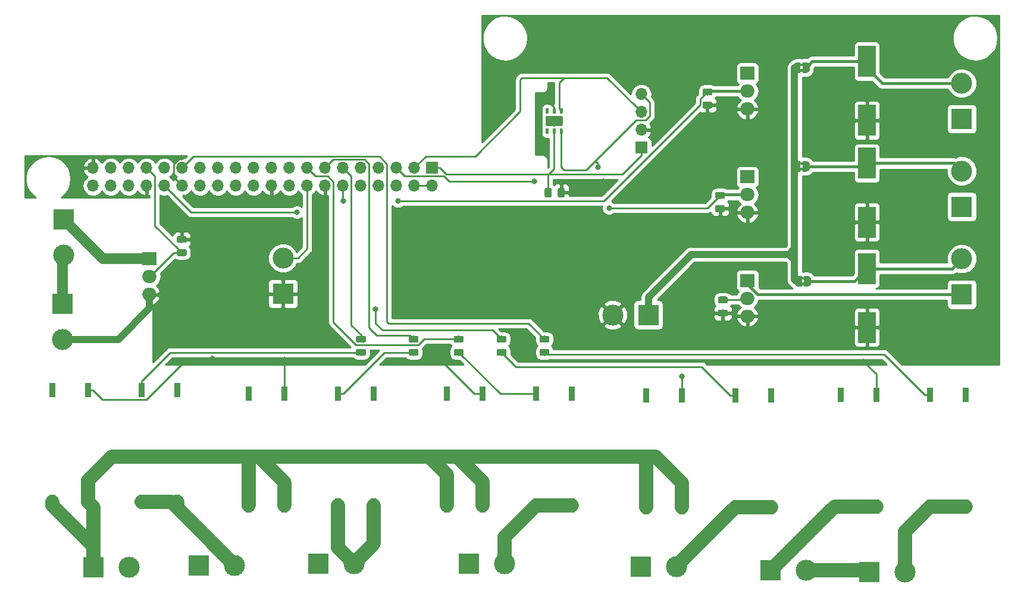
<source format=gbr>
G04 #@! TF.GenerationSoftware,KiCad,Pcbnew,(5.0.0)*
G04 #@! TF.CreationDate,2021-03-26T16:55:41-04:00*
G04 #@! TF.ProjectId,Projet_ControlledEnvironment,50726F6A65745F436F6E74726F6C6C65,2.0*
G04 #@! TF.SameCoordinates,Original*
G04 #@! TF.FileFunction,Copper,L1,Top,Signal*
G04 #@! TF.FilePolarity,Positive*
%FSLAX46Y46*%
G04 Gerber Fmt 4.6, Leading zero omitted, Abs format (unit mm)*
G04 Created by KiCad (PCBNEW (5.0.0)) date 03/26/21 16:55:41*
%MOMM*%
%LPD*%
G01*
G04 APERTURE LIST*
G04 #@! TA.AperFunction,ComponentPad*
%ADD10O,2.000000X1.905000*%
G04 #@! TD*
G04 #@! TA.AperFunction,ComponentPad*
%ADD11R,2.000000X1.905000*%
G04 #@! TD*
G04 #@! TA.AperFunction,SMDPad,CuDef*
%ADD12R,2.500000X4.400000*%
G04 #@! TD*
G04 #@! TA.AperFunction,SMDPad,CuDef*
%ADD13R,0.950000X2.000000*%
G04 #@! TD*
G04 #@! TA.AperFunction,ComponentPad*
%ADD14O,1.700000X1.700000*%
G04 #@! TD*
G04 #@! TA.AperFunction,ComponentPad*
%ADD15R,1.700000X1.700000*%
G04 #@! TD*
G04 #@! TA.AperFunction,ComponentPad*
%ADD16C,3.000000*%
G04 #@! TD*
G04 #@! TA.AperFunction,ComponentPad*
%ADD17R,3.000000X3.000000*%
G04 #@! TD*
G04 #@! TA.AperFunction,Conductor*
%ADD18C,0.100000*%
G04 #@! TD*
G04 #@! TA.AperFunction,SMDPad,CuDef*
%ADD19C,0.975000*%
G04 #@! TD*
G04 #@! TA.AperFunction,SMDPad,CuDef*
%ADD20C,1.500000*%
G04 #@! TD*
G04 #@! TA.AperFunction,SMDPad,CuDef*
%ADD21C,0.400000*%
G04 #@! TD*
G04 #@! TA.AperFunction,SMDPad,CuDef*
%ADD22C,0.500000*%
G04 #@! TD*
G04 #@! TA.AperFunction,ViaPad*
%ADD23C,0.800000*%
G04 #@! TD*
G04 #@! TA.AperFunction,Conductor*
%ADD24C,0.450000*%
G04 #@! TD*
G04 #@! TA.AperFunction,Conductor*
%ADD25C,0.250000*%
G04 #@! TD*
G04 #@! TA.AperFunction,Conductor*
%ADD26C,1.000000*%
G04 #@! TD*
G04 #@! TA.AperFunction,Conductor*
%ADD27C,2.000000*%
G04 #@! TD*
G04 #@! TA.AperFunction,Conductor*
%ADD28C,1.500000*%
G04 #@! TD*
G04 #@! TA.AperFunction,Conductor*
%ADD29C,0.254000*%
G04 #@! TD*
G04 APERTURE END LIST*
D10*
G04 #@! TO.P,U209,3*
G04 #@! TO.N,GND*
X77400000Y-78480000D03*
G04 #@! TO.P,U209,2*
G04 #@! TO.N,/Mainblock Core/GPIO13*
X77400000Y-75940000D03*
D11*
G04 #@! TO.P,U209,1*
G04 #@! TO.N,100W_LED-*
X77400000Y-73400000D03*
G04 #@! TD*
D12*
G04 #@! TO.P,C203,1*
G04 #@! TO.N,EXT_OPT_FAN_IN*
X179500000Y-74800000D03*
G04 #@! TO.P,C203,2*
G04 #@! TO.N,GND*
X179500000Y-83200000D03*
G04 #@! TD*
G04 #@! TO.P,C201,2*
G04 #@! TO.N,GND*
X179500000Y-53700000D03*
G04 #@! TO.P,C201,1*
G04 #@! TO.N,LED_FAN_IN*
X179500000Y-45300000D03*
G04 #@! TD*
G04 #@! TO.P,C202,1*
G04 #@! TO.N,BOITIER_FAN_IN*
X179500000Y-59800000D03*
G04 #@! TO.P,C202,2*
G04 #@! TO.N,GND*
X179500000Y-68200000D03*
G04 #@! TD*
D10*
G04 #@! TO.P,U203,3*
G04 #@! TO.N,GND*
X162500000Y-81580000D03*
G04 #@! TO.P,U203,2*
G04 #@! TO.N,/Mainblock Core/GPIO19*
X162500000Y-79040000D03*
D11*
G04 #@! TO.P,U203,1*
G04 #@! TO.N,EXT_OPT_FAN_OUT*
X162500000Y-76500000D03*
G04 #@! TD*
D13*
G04 #@! TO.P,U205,8*
G04 #@! TO.N,Heater*
X81340000Y-108000000D03*
G04 #@! TO.P,U205,1*
G04 #@! TO.N,Net-(U205-Pad1)*
X81340000Y-92100000D03*
G04 #@! TO.P,U205,7*
G04 #@! TO.N,Heater*
X76260000Y-108000000D03*
G04 #@! TO.P,U205,2*
G04 #@! TO.N,Net-(R211-Pad1)*
X76260000Y-92100000D03*
G04 #@! TO.P,U205,6*
G04 #@! TO.N,VAC+*
X68640000Y-108000000D03*
G04 #@! TO.P,U205,3*
G04 #@! TO.N,GND*
X68640000Y-92100000D03*
G04 #@! TO.P,U205,5*
G04 #@! TO.N,VAC+*
X63560000Y-108000000D03*
G04 #@! TO.P,U205,4*
G04 #@! TO.N,Net-(U205-Pad4)*
X63560000Y-92100000D03*
G04 #@! TD*
D14*
G04 #@! TO.P,J201,27*
G04 #@! TO.N,/Mainblock Core/GPIO0*
X84610301Y-60460000D03*
G04 #@! TO.P,J201,22*
G04 #@! TO.N,/Mainblock Core/GPIO25*
X92230301Y-63000000D03*
G04 #@! TO.P,J201,6*
G04 #@! TO.N,GND*
X112550301Y-63000000D03*
G04 #@! TO.P,J201,19*
G04 #@! TO.N,/Mainblock Core/GPIO10*
X94770301Y-60460000D03*
G04 #@! TO.P,J201,17*
G04 #@! TO.N,+3V3*
X97310301Y-60460000D03*
G04 #@! TO.P,J201,13*
G04 #@! TO.N,/Mainblock Core/GPIO27*
X102390301Y-60460000D03*
G04 #@! TO.P,J201,10*
G04 #@! TO.N,/Mainblock Core/RX_PI*
X107470301Y-63000000D03*
G04 #@! TO.P,J201,5*
G04 #@! TO.N,SCL_PI*
X112550301Y-60460000D03*
G04 #@! TO.P,J201,30*
G04 #@! TO.N,GND*
X82070301Y-63000000D03*
G04 #@! TO.P,J201,21*
G04 #@! TO.N,/Mainblock Core/GPIO9*
X92230301Y-60460000D03*
G04 #@! TO.P,J201,32*
G04 #@! TO.N,/Mainblock Core/GPIO12*
X79530301Y-63000000D03*
G04 #@! TO.P,J201,9*
G04 #@! TO.N,GND*
X107470301Y-60460000D03*
G04 #@! TO.P,J201,38*
G04 #@! TO.N,/Mainblock Core/GPIO20*
X71910301Y-63000000D03*
G04 #@! TO.P,J201,28*
G04 #@! TO.N,/Mainblock Core/GPIO1*
X84610301Y-63000000D03*
G04 #@! TO.P,J201,37*
G04 #@! TO.N,/Mainblock Core/GPIO26*
X71910301Y-60460000D03*
G04 #@! TO.P,J201,35*
G04 #@! TO.N,/Mainblock Core/GPIO19*
X74450301Y-60460000D03*
G04 #@! TO.P,J201,4*
G04 #@! TO.N,+5V*
X115090301Y-63000000D03*
G04 #@! TO.P,J201,31*
G04 #@! TO.N,/Mainblock Core/GPIO6*
X79530301Y-60460000D03*
G04 #@! TO.P,J201,20*
G04 #@! TO.N,GND*
X94770301Y-63000000D03*
G04 #@! TO.P,J201,3*
G04 #@! TO.N,SDA_PI*
X115090301Y-60460000D03*
G04 #@! TO.P,J201,34*
G04 #@! TO.N,GND*
X76990301Y-63000000D03*
G04 #@! TO.P,J201,26*
G04 #@! TO.N,/Mainblock Core/GPIO7*
X87150301Y-63000000D03*
G04 #@! TO.P,J201,40*
G04 #@! TO.N,/Mainblock Core/GPIO21*
X69370301Y-63000000D03*
G04 #@! TO.P,J201,12*
G04 #@! TO.N,/Mainblock Core/GPIO18*
X104930301Y-63000000D03*
G04 #@! TO.P,J201,24*
G04 #@! TO.N,/Mainblock Core/GPIO8*
X89690301Y-63000000D03*
G04 #@! TO.P,J201,18*
G04 #@! TO.N,/Mainblock Core/GPIO24*
X97310301Y-63000000D03*
G04 #@! TO.P,J201,39*
G04 #@! TO.N,GND*
X69370301Y-60460000D03*
G04 #@! TO.P,J201,33*
G04 #@! TO.N,/Mainblock Core/GPIO13*
X76990301Y-60460000D03*
G04 #@! TO.P,J201,36*
G04 #@! TO.N,/Mainblock Core/GPIO16*
X74450301Y-63000000D03*
G04 #@! TO.P,J201,16*
G04 #@! TO.N,GPIO23_SIGPLEIN*
X99850301Y-63000000D03*
G04 #@! TO.P,J201,2*
G04 #@! TO.N,+5V*
X117630301Y-63000000D03*
G04 #@! TO.P,J201,7*
G04 #@! TO.N,/Mainblock Core/GPIO4*
X110010301Y-60460000D03*
G04 #@! TO.P,J201,23*
G04 #@! TO.N,/Mainblock Core/GPIO11*
X89690301Y-60460000D03*
G04 #@! TO.P,J201,14*
G04 #@! TO.N,GND*
X102390301Y-63000000D03*
G04 #@! TO.P,J201,11*
G04 #@! TO.N,/Mainblock Core/GPIO17*
X104930301Y-60460000D03*
D15*
G04 #@! TO.P,J201,1*
G04 #@! TO.N,+3V3*
X117630301Y-60460000D03*
D14*
G04 #@! TO.P,J201,25*
G04 #@! TO.N,GND*
X87150301Y-60460000D03*
G04 #@! TO.P,J201,15*
G04 #@! TO.N,/Mainblock Core/GPIO22*
X99850301Y-60460000D03*
G04 #@! TO.P,J201,8*
G04 #@! TO.N,/Mainblock Core/TX_PI*
X110010301Y-63000000D03*
G04 #@! TO.P,J201,29*
G04 #@! TO.N,/Mainblock Core/GPIO5*
X82070301Y-60460000D03*
G04 #@! TD*
D16*
G04 #@! TO.P,J409,2*
G04 #@! TO.N,Humidificateur*
X184880000Y-118050000D03*
D17*
G04 #@! TO.P,J409,1*
G04 #@! TO.N,24VAC-*
X179800000Y-118050000D03*
G04 #@! TD*
D10*
G04 #@! TO.P,U201,3*
G04 #@! TO.N,GND*
X162500000Y-52080000D03*
G04 #@! TO.P,U201,2*
G04 #@! TO.N,/Mainblock Core/GPIO18*
X162500000Y-49540000D03*
D11*
G04 #@! TO.P,U201,1*
G04 #@! TO.N,LED_FAN_OUT*
X162500000Y-47000000D03*
G04 #@! TD*
D10*
G04 #@! TO.P,U202,3*
G04 #@! TO.N,GND*
X162500000Y-66830000D03*
G04 #@! TO.P,U202,2*
G04 #@! TO.N,/Mainblock Core/GPIO12*
X162500000Y-64290000D03*
D11*
G04 #@! TO.P,U202,1*
G04 #@! TO.N,BOITIER_FAN_OUT*
X162500000Y-61750000D03*
G04 #@! TD*
D18*
G04 #@! TO.N,+3V3*
G04 #@! TO.C,C404*
G36*
X134392641Y-63301174D02*
X134416302Y-63304684D01*
X134439506Y-63310496D01*
X134462028Y-63318554D01*
X134483652Y-63328782D01*
X134504169Y-63341079D01*
X134523382Y-63355329D01*
X134541106Y-63371393D01*
X134557170Y-63389117D01*
X134571420Y-63408330D01*
X134583717Y-63428847D01*
X134593945Y-63450471D01*
X134602003Y-63472993D01*
X134607815Y-63496197D01*
X134611325Y-63519858D01*
X134612499Y-63543750D01*
X134612499Y-64456250D01*
X134611325Y-64480142D01*
X134607815Y-64503803D01*
X134602003Y-64527007D01*
X134593945Y-64549529D01*
X134583717Y-64571153D01*
X134571420Y-64591670D01*
X134557170Y-64610883D01*
X134541106Y-64628607D01*
X134523382Y-64644671D01*
X134504169Y-64658921D01*
X134483652Y-64671218D01*
X134462028Y-64681446D01*
X134439506Y-64689504D01*
X134416302Y-64695316D01*
X134392641Y-64698826D01*
X134368749Y-64700000D01*
X133881249Y-64700000D01*
X133857357Y-64698826D01*
X133833696Y-64695316D01*
X133810492Y-64689504D01*
X133787970Y-64681446D01*
X133766346Y-64671218D01*
X133745829Y-64658921D01*
X133726616Y-64644671D01*
X133708892Y-64628607D01*
X133692828Y-64610883D01*
X133678578Y-64591670D01*
X133666281Y-64571153D01*
X133656053Y-64549529D01*
X133647995Y-64527007D01*
X133642183Y-64503803D01*
X133638673Y-64480142D01*
X133637499Y-64456250D01*
X133637499Y-63543750D01*
X133638673Y-63519858D01*
X133642183Y-63496197D01*
X133647995Y-63472993D01*
X133656053Y-63450471D01*
X133666281Y-63428847D01*
X133678578Y-63408330D01*
X133692828Y-63389117D01*
X133708892Y-63371393D01*
X133726616Y-63355329D01*
X133745829Y-63341079D01*
X133766346Y-63328782D01*
X133787970Y-63318554D01*
X133810492Y-63310496D01*
X133833696Y-63304684D01*
X133857357Y-63301174D01*
X133881249Y-63300000D01*
X134368749Y-63300000D01*
X134392641Y-63301174D01*
X134392641Y-63301174D01*
G37*
D19*
G04 #@! TD*
G04 #@! TO.P,C404,1*
G04 #@! TO.N,+3V3*
X134124999Y-64000000D03*
D18*
G04 #@! TO.N,GND*
G04 #@! TO.C,C404*
G36*
X136267641Y-63301174D02*
X136291302Y-63304684D01*
X136314506Y-63310496D01*
X136337028Y-63318554D01*
X136358652Y-63328782D01*
X136379169Y-63341079D01*
X136398382Y-63355329D01*
X136416106Y-63371393D01*
X136432170Y-63389117D01*
X136446420Y-63408330D01*
X136458717Y-63428847D01*
X136468945Y-63450471D01*
X136477003Y-63472993D01*
X136482815Y-63496197D01*
X136486325Y-63519858D01*
X136487499Y-63543750D01*
X136487499Y-64456250D01*
X136486325Y-64480142D01*
X136482815Y-64503803D01*
X136477003Y-64527007D01*
X136468945Y-64549529D01*
X136458717Y-64571153D01*
X136446420Y-64591670D01*
X136432170Y-64610883D01*
X136416106Y-64628607D01*
X136398382Y-64644671D01*
X136379169Y-64658921D01*
X136358652Y-64671218D01*
X136337028Y-64681446D01*
X136314506Y-64689504D01*
X136291302Y-64695316D01*
X136267641Y-64698826D01*
X136243749Y-64700000D01*
X135756249Y-64700000D01*
X135732357Y-64698826D01*
X135708696Y-64695316D01*
X135685492Y-64689504D01*
X135662970Y-64681446D01*
X135641346Y-64671218D01*
X135620829Y-64658921D01*
X135601616Y-64644671D01*
X135583892Y-64628607D01*
X135567828Y-64610883D01*
X135553578Y-64591670D01*
X135541281Y-64571153D01*
X135531053Y-64549529D01*
X135522995Y-64527007D01*
X135517183Y-64503803D01*
X135513673Y-64480142D01*
X135512499Y-64456250D01*
X135512499Y-63543750D01*
X135513673Y-63519858D01*
X135517183Y-63496197D01*
X135522995Y-63472993D01*
X135531053Y-63450471D01*
X135541281Y-63428847D01*
X135553578Y-63408330D01*
X135567828Y-63389117D01*
X135583892Y-63371393D01*
X135601616Y-63355329D01*
X135620829Y-63341079D01*
X135641346Y-63328782D01*
X135662970Y-63318554D01*
X135685492Y-63310496D01*
X135708696Y-63304684D01*
X135732357Y-63301174D01*
X135756249Y-63300000D01*
X136243749Y-63300000D01*
X136267641Y-63301174D01*
X136267641Y-63301174D01*
G37*
D19*
G04 #@! TD*
G04 #@! TO.P,C404,2*
G04 #@! TO.N,GND*
X135999999Y-64000000D03*
D16*
G04 #@! TO.P,J401,2*
G04 #@! TO.N,LED_FAN_IN*
X193000000Y-48420000D03*
D17*
G04 #@! TO.P,J401,1*
G04 #@! TO.N,LED_FAN_OUT*
X193000000Y-53500000D03*
G04 #@! TD*
G04 #@! TO.P,J402,1*
G04 #@! TO.N,BOITIER_FAN_OUT*
X193000000Y-66000000D03*
D16*
G04 #@! TO.P,J402,2*
G04 #@! TO.N,BOITIER_FAN_IN*
X193000000Y-60920000D03*
G04 #@! TD*
G04 #@! TO.P,J403,2*
G04 #@! TO.N,EXT_OPT_FAN_IN*
X193000000Y-73420000D03*
D17*
G04 #@! TO.P,J403,1*
G04 #@! TO.N,EXT_OPT_FAN_OUT*
X193000000Y-78500000D03*
G04 #@! TD*
D15*
G04 #@! TO.P,J404,1*
G04 #@! TO.N,+3V3*
X147400000Y-57600000D03*
D14*
G04 #@! TO.P,J404,2*
G04 #@! TO.N,GND*
X147400000Y-55060000D03*
G04 #@! TO.P,J404,3*
G04 #@! TO.N,SDA_PI*
X147400000Y-52520000D03*
G04 #@! TO.P,J404,4*
G04 #@! TO.N,SCL_PI*
X147400000Y-49980000D03*
G04 #@! TD*
D17*
G04 #@! TO.P,J405,1*
G04 #@! TO.N,VAC+*
X69450000Y-117300000D03*
D16*
G04 #@! TO.P,J405,2*
G04 #@! TO.N,VAC-*
X74530000Y-117300000D03*
G04 #@! TD*
D17*
G04 #@! TO.P,J406,1*
G04 #@! TO.N,VAC-*
X84450000Y-117050000D03*
D16*
G04 #@! TO.P,J406,2*
G04 #@! TO.N,Heater*
X89530000Y-117050000D03*
G04 #@! TD*
G04 #@! TO.P,J407,2*
G04 #@! TO.N,DuctFan*
X106530000Y-116800000D03*
D17*
G04 #@! TO.P,J407,1*
G04 #@! TO.N,VAC-*
X101450000Y-116800000D03*
G04 #@! TD*
G04 #@! TO.P,J408,1*
G04 #@! TO.N,VAC-*
X122850000Y-116850000D03*
D16*
G04 #@! TO.P,J408,2*
G04 #@! TO.N,Dehumidificateur*
X127930000Y-116850000D03*
G04 #@! TD*
D17*
G04 #@! TO.P,J410,1*
G04 #@! TO.N,VAC-*
X147334136Y-117250000D03*
D16*
G04 #@! TO.P,J410,2*
G04 #@! TO.N,Ext_Light*
X152414135Y-117250000D03*
G04 #@! TD*
D18*
G04 #@! TO.N,/Mainblock Core/GPIO18*
G04 #@! TO.C,R207*
G36*
X157280142Y-49176174D02*
X157303803Y-49179684D01*
X157327007Y-49185496D01*
X157349529Y-49193554D01*
X157371153Y-49203782D01*
X157391670Y-49216079D01*
X157410883Y-49230329D01*
X157428607Y-49246393D01*
X157444671Y-49264117D01*
X157458921Y-49283330D01*
X157471218Y-49303847D01*
X157481446Y-49325471D01*
X157489504Y-49347993D01*
X157495316Y-49371197D01*
X157498826Y-49394858D01*
X157500000Y-49418750D01*
X157500000Y-49906250D01*
X157498826Y-49930142D01*
X157495316Y-49953803D01*
X157489504Y-49977007D01*
X157481446Y-49999529D01*
X157471218Y-50021153D01*
X157458921Y-50041670D01*
X157444671Y-50060883D01*
X157428607Y-50078607D01*
X157410883Y-50094671D01*
X157391670Y-50108921D01*
X157371153Y-50121218D01*
X157349529Y-50131446D01*
X157327007Y-50139504D01*
X157303803Y-50145316D01*
X157280142Y-50148826D01*
X157256250Y-50150000D01*
X156343750Y-50150000D01*
X156319858Y-50148826D01*
X156296197Y-50145316D01*
X156272993Y-50139504D01*
X156250471Y-50131446D01*
X156228847Y-50121218D01*
X156208330Y-50108921D01*
X156189117Y-50094671D01*
X156171393Y-50078607D01*
X156155329Y-50060883D01*
X156141079Y-50041670D01*
X156128782Y-50021153D01*
X156118554Y-49999529D01*
X156110496Y-49977007D01*
X156104684Y-49953803D01*
X156101174Y-49930142D01*
X156100000Y-49906250D01*
X156100000Y-49418750D01*
X156101174Y-49394858D01*
X156104684Y-49371197D01*
X156110496Y-49347993D01*
X156118554Y-49325471D01*
X156128782Y-49303847D01*
X156141079Y-49283330D01*
X156155329Y-49264117D01*
X156171393Y-49246393D01*
X156189117Y-49230329D01*
X156208330Y-49216079D01*
X156228847Y-49203782D01*
X156250471Y-49193554D01*
X156272993Y-49185496D01*
X156296197Y-49179684D01*
X156319858Y-49176174D01*
X156343750Y-49175000D01*
X157256250Y-49175000D01*
X157280142Y-49176174D01*
X157280142Y-49176174D01*
G37*
D19*
G04 #@! TD*
G04 #@! TO.P,R207,2*
G04 #@! TO.N,/Mainblock Core/GPIO18*
X156800000Y-49662500D03*
D18*
G04 #@! TO.N,GND*
G04 #@! TO.C,R207*
G36*
X157280142Y-51051174D02*
X157303803Y-51054684D01*
X157327007Y-51060496D01*
X157349529Y-51068554D01*
X157371153Y-51078782D01*
X157391670Y-51091079D01*
X157410883Y-51105329D01*
X157428607Y-51121393D01*
X157444671Y-51139117D01*
X157458921Y-51158330D01*
X157471218Y-51178847D01*
X157481446Y-51200471D01*
X157489504Y-51222993D01*
X157495316Y-51246197D01*
X157498826Y-51269858D01*
X157500000Y-51293750D01*
X157500000Y-51781250D01*
X157498826Y-51805142D01*
X157495316Y-51828803D01*
X157489504Y-51852007D01*
X157481446Y-51874529D01*
X157471218Y-51896153D01*
X157458921Y-51916670D01*
X157444671Y-51935883D01*
X157428607Y-51953607D01*
X157410883Y-51969671D01*
X157391670Y-51983921D01*
X157371153Y-51996218D01*
X157349529Y-52006446D01*
X157327007Y-52014504D01*
X157303803Y-52020316D01*
X157280142Y-52023826D01*
X157256250Y-52025000D01*
X156343750Y-52025000D01*
X156319858Y-52023826D01*
X156296197Y-52020316D01*
X156272993Y-52014504D01*
X156250471Y-52006446D01*
X156228847Y-51996218D01*
X156208330Y-51983921D01*
X156189117Y-51969671D01*
X156171393Y-51953607D01*
X156155329Y-51935883D01*
X156141079Y-51916670D01*
X156128782Y-51896153D01*
X156118554Y-51874529D01*
X156110496Y-51852007D01*
X156104684Y-51828803D01*
X156101174Y-51805142D01*
X156100000Y-51781250D01*
X156100000Y-51293750D01*
X156101174Y-51269858D01*
X156104684Y-51246197D01*
X156110496Y-51222993D01*
X156118554Y-51200471D01*
X156128782Y-51178847D01*
X156141079Y-51158330D01*
X156155329Y-51139117D01*
X156171393Y-51121393D01*
X156189117Y-51105329D01*
X156208330Y-51091079D01*
X156228847Y-51078782D01*
X156250471Y-51068554D01*
X156272993Y-51060496D01*
X156296197Y-51054684D01*
X156319858Y-51051174D01*
X156343750Y-51050000D01*
X157256250Y-51050000D01*
X157280142Y-51051174D01*
X157280142Y-51051174D01*
G37*
D19*
G04 #@! TD*
G04 #@! TO.P,R207,1*
G04 #@! TO.N,GND*
X156800000Y-51537500D03*
D18*
G04 #@! TO.N,GND*
G04 #@! TO.C,R208*
G36*
X159080142Y-65788675D02*
X159103803Y-65792185D01*
X159127007Y-65797997D01*
X159149529Y-65806055D01*
X159171153Y-65816283D01*
X159191670Y-65828580D01*
X159210883Y-65842830D01*
X159228607Y-65858894D01*
X159244671Y-65876618D01*
X159258921Y-65895831D01*
X159271218Y-65916348D01*
X159281446Y-65937972D01*
X159289504Y-65960494D01*
X159295316Y-65983698D01*
X159298826Y-66007359D01*
X159300000Y-66031251D01*
X159300000Y-66518751D01*
X159298826Y-66542643D01*
X159295316Y-66566304D01*
X159289504Y-66589508D01*
X159281446Y-66612030D01*
X159271218Y-66633654D01*
X159258921Y-66654171D01*
X159244671Y-66673384D01*
X159228607Y-66691108D01*
X159210883Y-66707172D01*
X159191670Y-66721422D01*
X159171153Y-66733719D01*
X159149529Y-66743947D01*
X159127007Y-66752005D01*
X159103803Y-66757817D01*
X159080142Y-66761327D01*
X159056250Y-66762501D01*
X158143750Y-66762501D01*
X158119858Y-66761327D01*
X158096197Y-66757817D01*
X158072993Y-66752005D01*
X158050471Y-66743947D01*
X158028847Y-66733719D01*
X158008330Y-66721422D01*
X157989117Y-66707172D01*
X157971393Y-66691108D01*
X157955329Y-66673384D01*
X157941079Y-66654171D01*
X157928782Y-66633654D01*
X157918554Y-66612030D01*
X157910496Y-66589508D01*
X157904684Y-66566304D01*
X157901174Y-66542643D01*
X157900000Y-66518751D01*
X157900000Y-66031251D01*
X157901174Y-66007359D01*
X157904684Y-65983698D01*
X157910496Y-65960494D01*
X157918554Y-65937972D01*
X157928782Y-65916348D01*
X157941079Y-65895831D01*
X157955329Y-65876618D01*
X157971393Y-65858894D01*
X157989117Y-65842830D01*
X158008330Y-65828580D01*
X158028847Y-65816283D01*
X158050471Y-65806055D01*
X158072993Y-65797997D01*
X158096197Y-65792185D01*
X158119858Y-65788675D01*
X158143750Y-65787501D01*
X159056250Y-65787501D01*
X159080142Y-65788675D01*
X159080142Y-65788675D01*
G37*
D19*
G04 #@! TD*
G04 #@! TO.P,R208,1*
G04 #@! TO.N,GND*
X158600000Y-66275001D03*
D18*
G04 #@! TO.N,/Mainblock Core/GPIO12*
G04 #@! TO.C,R208*
G36*
X159080142Y-63913675D02*
X159103803Y-63917185D01*
X159127007Y-63922997D01*
X159149529Y-63931055D01*
X159171153Y-63941283D01*
X159191670Y-63953580D01*
X159210883Y-63967830D01*
X159228607Y-63983894D01*
X159244671Y-64001618D01*
X159258921Y-64020831D01*
X159271218Y-64041348D01*
X159281446Y-64062972D01*
X159289504Y-64085494D01*
X159295316Y-64108698D01*
X159298826Y-64132359D01*
X159300000Y-64156251D01*
X159300000Y-64643751D01*
X159298826Y-64667643D01*
X159295316Y-64691304D01*
X159289504Y-64714508D01*
X159281446Y-64737030D01*
X159271218Y-64758654D01*
X159258921Y-64779171D01*
X159244671Y-64798384D01*
X159228607Y-64816108D01*
X159210883Y-64832172D01*
X159191670Y-64846422D01*
X159171153Y-64858719D01*
X159149529Y-64868947D01*
X159127007Y-64877005D01*
X159103803Y-64882817D01*
X159080142Y-64886327D01*
X159056250Y-64887501D01*
X158143750Y-64887501D01*
X158119858Y-64886327D01*
X158096197Y-64882817D01*
X158072993Y-64877005D01*
X158050471Y-64868947D01*
X158028847Y-64858719D01*
X158008330Y-64846422D01*
X157989117Y-64832172D01*
X157971393Y-64816108D01*
X157955329Y-64798384D01*
X157941079Y-64779171D01*
X157928782Y-64758654D01*
X157918554Y-64737030D01*
X157910496Y-64714508D01*
X157904684Y-64691304D01*
X157901174Y-64667643D01*
X157900000Y-64643751D01*
X157900000Y-64156251D01*
X157901174Y-64132359D01*
X157904684Y-64108698D01*
X157910496Y-64085494D01*
X157918554Y-64062972D01*
X157928782Y-64041348D01*
X157941079Y-64020831D01*
X157955329Y-64001618D01*
X157971393Y-63983894D01*
X157989117Y-63967830D01*
X158008330Y-63953580D01*
X158028847Y-63941283D01*
X158050471Y-63931055D01*
X158072993Y-63922997D01*
X158096197Y-63917185D01*
X158119858Y-63913675D01*
X158143750Y-63912501D01*
X159056250Y-63912501D01*
X159080142Y-63913675D01*
X159080142Y-63913675D01*
G37*
D19*
G04 #@! TD*
G04 #@! TO.P,R208,2*
G04 #@! TO.N,/Mainblock Core/GPIO12*
X158600000Y-64400001D03*
D18*
G04 #@! TO.N,GND*
G04 #@! TO.C,R209*
G36*
X159480142Y-80651174D02*
X159503803Y-80654684D01*
X159527007Y-80660496D01*
X159549529Y-80668554D01*
X159571153Y-80678782D01*
X159591670Y-80691079D01*
X159610883Y-80705329D01*
X159628607Y-80721393D01*
X159644671Y-80739117D01*
X159658921Y-80758330D01*
X159671218Y-80778847D01*
X159681446Y-80800471D01*
X159689504Y-80822993D01*
X159695316Y-80846197D01*
X159698826Y-80869858D01*
X159700000Y-80893750D01*
X159700000Y-81381250D01*
X159698826Y-81405142D01*
X159695316Y-81428803D01*
X159689504Y-81452007D01*
X159681446Y-81474529D01*
X159671218Y-81496153D01*
X159658921Y-81516670D01*
X159644671Y-81535883D01*
X159628607Y-81553607D01*
X159610883Y-81569671D01*
X159591670Y-81583921D01*
X159571153Y-81596218D01*
X159549529Y-81606446D01*
X159527007Y-81614504D01*
X159503803Y-81620316D01*
X159480142Y-81623826D01*
X159456250Y-81625000D01*
X158543750Y-81625000D01*
X158519858Y-81623826D01*
X158496197Y-81620316D01*
X158472993Y-81614504D01*
X158450471Y-81606446D01*
X158428847Y-81596218D01*
X158408330Y-81583921D01*
X158389117Y-81569671D01*
X158371393Y-81553607D01*
X158355329Y-81535883D01*
X158341079Y-81516670D01*
X158328782Y-81496153D01*
X158318554Y-81474529D01*
X158310496Y-81452007D01*
X158304684Y-81428803D01*
X158301174Y-81405142D01*
X158300000Y-81381250D01*
X158300000Y-80893750D01*
X158301174Y-80869858D01*
X158304684Y-80846197D01*
X158310496Y-80822993D01*
X158318554Y-80800471D01*
X158328782Y-80778847D01*
X158341079Y-80758330D01*
X158355329Y-80739117D01*
X158371393Y-80721393D01*
X158389117Y-80705329D01*
X158408330Y-80691079D01*
X158428847Y-80678782D01*
X158450471Y-80668554D01*
X158472993Y-80660496D01*
X158496197Y-80654684D01*
X158519858Y-80651174D01*
X158543750Y-80650000D01*
X159456250Y-80650000D01*
X159480142Y-80651174D01*
X159480142Y-80651174D01*
G37*
D19*
G04 #@! TD*
G04 #@! TO.P,R209,1*
G04 #@! TO.N,GND*
X159000000Y-81137500D03*
D18*
G04 #@! TO.N,/Mainblock Core/GPIO19*
G04 #@! TO.C,R209*
G36*
X159480142Y-78776174D02*
X159503803Y-78779684D01*
X159527007Y-78785496D01*
X159549529Y-78793554D01*
X159571153Y-78803782D01*
X159591670Y-78816079D01*
X159610883Y-78830329D01*
X159628607Y-78846393D01*
X159644671Y-78864117D01*
X159658921Y-78883330D01*
X159671218Y-78903847D01*
X159681446Y-78925471D01*
X159689504Y-78947993D01*
X159695316Y-78971197D01*
X159698826Y-78994858D01*
X159700000Y-79018750D01*
X159700000Y-79506250D01*
X159698826Y-79530142D01*
X159695316Y-79553803D01*
X159689504Y-79577007D01*
X159681446Y-79599529D01*
X159671218Y-79621153D01*
X159658921Y-79641670D01*
X159644671Y-79660883D01*
X159628607Y-79678607D01*
X159610883Y-79694671D01*
X159591670Y-79708921D01*
X159571153Y-79721218D01*
X159549529Y-79731446D01*
X159527007Y-79739504D01*
X159503803Y-79745316D01*
X159480142Y-79748826D01*
X159456250Y-79750000D01*
X158543750Y-79750000D01*
X158519858Y-79748826D01*
X158496197Y-79745316D01*
X158472993Y-79739504D01*
X158450471Y-79731446D01*
X158428847Y-79721218D01*
X158408330Y-79708921D01*
X158389117Y-79694671D01*
X158371393Y-79678607D01*
X158355329Y-79660883D01*
X158341079Y-79641670D01*
X158328782Y-79621153D01*
X158318554Y-79599529D01*
X158310496Y-79577007D01*
X158304684Y-79553803D01*
X158301174Y-79530142D01*
X158300000Y-79506250D01*
X158300000Y-79018750D01*
X158301174Y-78994858D01*
X158304684Y-78971197D01*
X158310496Y-78947993D01*
X158318554Y-78925471D01*
X158328782Y-78903847D01*
X158341079Y-78883330D01*
X158355329Y-78864117D01*
X158371393Y-78846393D01*
X158389117Y-78830329D01*
X158408330Y-78816079D01*
X158428847Y-78803782D01*
X158450471Y-78793554D01*
X158472993Y-78785496D01*
X158496197Y-78779684D01*
X158519858Y-78776174D01*
X158543750Y-78775000D01*
X159456250Y-78775000D01*
X159480142Y-78776174D01*
X159480142Y-78776174D01*
G37*
D19*
G04 #@! TD*
G04 #@! TO.P,R209,2*
G04 #@! TO.N,/Mainblock Core/GPIO19*
X159000000Y-79262500D03*
D18*
G04 #@! TO.N,/Mainblock Core/GPIO6*
G04 #@! TO.C,R210*
G36*
X127980142Y-84376174D02*
X128003803Y-84379684D01*
X128027007Y-84385496D01*
X128049529Y-84393554D01*
X128071153Y-84403782D01*
X128091670Y-84416079D01*
X128110883Y-84430329D01*
X128128607Y-84446393D01*
X128144671Y-84464117D01*
X128158921Y-84483330D01*
X128171218Y-84503847D01*
X128181446Y-84525471D01*
X128189504Y-84547993D01*
X128195316Y-84571197D01*
X128198826Y-84594858D01*
X128200000Y-84618750D01*
X128200000Y-85106250D01*
X128198826Y-85130142D01*
X128195316Y-85153803D01*
X128189504Y-85177007D01*
X128181446Y-85199529D01*
X128171218Y-85221153D01*
X128158921Y-85241670D01*
X128144671Y-85260883D01*
X128128607Y-85278607D01*
X128110883Y-85294671D01*
X128091670Y-85308921D01*
X128071153Y-85321218D01*
X128049529Y-85331446D01*
X128027007Y-85339504D01*
X128003803Y-85345316D01*
X127980142Y-85348826D01*
X127956250Y-85350000D01*
X127043750Y-85350000D01*
X127019858Y-85348826D01*
X126996197Y-85345316D01*
X126972993Y-85339504D01*
X126950471Y-85331446D01*
X126928847Y-85321218D01*
X126908330Y-85308921D01*
X126889117Y-85294671D01*
X126871393Y-85278607D01*
X126855329Y-85260883D01*
X126841079Y-85241670D01*
X126828782Y-85221153D01*
X126818554Y-85199529D01*
X126810496Y-85177007D01*
X126804684Y-85153803D01*
X126801174Y-85130142D01*
X126800000Y-85106250D01*
X126800000Y-84618750D01*
X126801174Y-84594858D01*
X126804684Y-84571197D01*
X126810496Y-84547993D01*
X126818554Y-84525471D01*
X126828782Y-84503847D01*
X126841079Y-84483330D01*
X126855329Y-84464117D01*
X126871393Y-84446393D01*
X126889117Y-84430329D01*
X126908330Y-84416079D01*
X126928847Y-84403782D01*
X126950471Y-84393554D01*
X126972993Y-84385496D01*
X126996197Y-84379684D01*
X127019858Y-84376174D01*
X127043750Y-84375000D01*
X127956250Y-84375000D01*
X127980142Y-84376174D01*
X127980142Y-84376174D01*
G37*
D19*
G04 #@! TD*
G04 #@! TO.P,R210,2*
G04 #@! TO.N,/Mainblock Core/GPIO6*
X127500000Y-84862500D03*
D18*
G04 #@! TO.N,Net-(R210-Pad1)*
G04 #@! TO.C,R210*
G36*
X127980142Y-86251174D02*
X128003803Y-86254684D01*
X128027007Y-86260496D01*
X128049529Y-86268554D01*
X128071153Y-86278782D01*
X128091670Y-86291079D01*
X128110883Y-86305329D01*
X128128607Y-86321393D01*
X128144671Y-86339117D01*
X128158921Y-86358330D01*
X128171218Y-86378847D01*
X128181446Y-86400471D01*
X128189504Y-86422993D01*
X128195316Y-86446197D01*
X128198826Y-86469858D01*
X128200000Y-86493750D01*
X128200000Y-86981250D01*
X128198826Y-87005142D01*
X128195316Y-87028803D01*
X128189504Y-87052007D01*
X128181446Y-87074529D01*
X128171218Y-87096153D01*
X128158921Y-87116670D01*
X128144671Y-87135883D01*
X128128607Y-87153607D01*
X128110883Y-87169671D01*
X128091670Y-87183921D01*
X128071153Y-87196218D01*
X128049529Y-87206446D01*
X128027007Y-87214504D01*
X128003803Y-87220316D01*
X127980142Y-87223826D01*
X127956250Y-87225000D01*
X127043750Y-87225000D01*
X127019858Y-87223826D01*
X126996197Y-87220316D01*
X126972993Y-87214504D01*
X126950471Y-87206446D01*
X126928847Y-87196218D01*
X126908330Y-87183921D01*
X126889117Y-87169671D01*
X126871393Y-87153607D01*
X126855329Y-87135883D01*
X126841079Y-87116670D01*
X126828782Y-87096153D01*
X126818554Y-87074529D01*
X126810496Y-87052007D01*
X126804684Y-87028803D01*
X126801174Y-87005142D01*
X126800000Y-86981250D01*
X126800000Y-86493750D01*
X126801174Y-86469858D01*
X126804684Y-86446197D01*
X126810496Y-86422993D01*
X126818554Y-86400471D01*
X126828782Y-86378847D01*
X126841079Y-86358330D01*
X126855329Y-86339117D01*
X126871393Y-86321393D01*
X126889117Y-86305329D01*
X126908330Y-86291079D01*
X126928847Y-86278782D01*
X126950471Y-86268554D01*
X126972993Y-86260496D01*
X126996197Y-86254684D01*
X127019858Y-86251174D01*
X127043750Y-86250000D01*
X127956250Y-86250000D01*
X127980142Y-86251174D01*
X127980142Y-86251174D01*
G37*
D19*
G04 #@! TD*
G04 #@! TO.P,R210,1*
G04 #@! TO.N,Net-(R210-Pad1)*
X127500000Y-86737500D03*
D18*
G04 #@! TO.N,/Mainblock Core/GPIO17*
G04 #@! TO.C,R211*
G36*
X107980142Y-84376174D02*
X108003803Y-84379684D01*
X108027007Y-84385496D01*
X108049529Y-84393554D01*
X108071153Y-84403782D01*
X108091670Y-84416079D01*
X108110883Y-84430329D01*
X108128607Y-84446393D01*
X108144671Y-84464117D01*
X108158921Y-84483330D01*
X108171218Y-84503847D01*
X108181446Y-84525471D01*
X108189504Y-84547993D01*
X108195316Y-84571197D01*
X108198826Y-84594858D01*
X108200000Y-84618750D01*
X108200000Y-85106250D01*
X108198826Y-85130142D01*
X108195316Y-85153803D01*
X108189504Y-85177007D01*
X108181446Y-85199529D01*
X108171218Y-85221153D01*
X108158921Y-85241670D01*
X108144671Y-85260883D01*
X108128607Y-85278607D01*
X108110883Y-85294671D01*
X108091670Y-85308921D01*
X108071153Y-85321218D01*
X108049529Y-85331446D01*
X108027007Y-85339504D01*
X108003803Y-85345316D01*
X107980142Y-85348826D01*
X107956250Y-85350000D01*
X107043750Y-85350000D01*
X107019858Y-85348826D01*
X106996197Y-85345316D01*
X106972993Y-85339504D01*
X106950471Y-85331446D01*
X106928847Y-85321218D01*
X106908330Y-85308921D01*
X106889117Y-85294671D01*
X106871393Y-85278607D01*
X106855329Y-85260883D01*
X106841079Y-85241670D01*
X106828782Y-85221153D01*
X106818554Y-85199529D01*
X106810496Y-85177007D01*
X106804684Y-85153803D01*
X106801174Y-85130142D01*
X106800000Y-85106250D01*
X106800000Y-84618750D01*
X106801174Y-84594858D01*
X106804684Y-84571197D01*
X106810496Y-84547993D01*
X106818554Y-84525471D01*
X106828782Y-84503847D01*
X106841079Y-84483330D01*
X106855329Y-84464117D01*
X106871393Y-84446393D01*
X106889117Y-84430329D01*
X106908330Y-84416079D01*
X106928847Y-84403782D01*
X106950471Y-84393554D01*
X106972993Y-84385496D01*
X106996197Y-84379684D01*
X107019858Y-84376174D01*
X107043750Y-84375000D01*
X107956250Y-84375000D01*
X107980142Y-84376174D01*
X107980142Y-84376174D01*
G37*
D19*
G04 #@! TD*
G04 #@! TO.P,R211,2*
G04 #@! TO.N,/Mainblock Core/GPIO17*
X107500000Y-84862500D03*
D18*
G04 #@! TO.N,Net-(R211-Pad1)*
G04 #@! TO.C,R211*
G36*
X107980142Y-86251174D02*
X108003803Y-86254684D01*
X108027007Y-86260496D01*
X108049529Y-86268554D01*
X108071153Y-86278782D01*
X108091670Y-86291079D01*
X108110883Y-86305329D01*
X108128607Y-86321393D01*
X108144671Y-86339117D01*
X108158921Y-86358330D01*
X108171218Y-86378847D01*
X108181446Y-86400471D01*
X108189504Y-86422993D01*
X108195316Y-86446197D01*
X108198826Y-86469858D01*
X108200000Y-86493750D01*
X108200000Y-86981250D01*
X108198826Y-87005142D01*
X108195316Y-87028803D01*
X108189504Y-87052007D01*
X108181446Y-87074529D01*
X108171218Y-87096153D01*
X108158921Y-87116670D01*
X108144671Y-87135883D01*
X108128607Y-87153607D01*
X108110883Y-87169671D01*
X108091670Y-87183921D01*
X108071153Y-87196218D01*
X108049529Y-87206446D01*
X108027007Y-87214504D01*
X108003803Y-87220316D01*
X107980142Y-87223826D01*
X107956250Y-87225000D01*
X107043750Y-87225000D01*
X107019858Y-87223826D01*
X106996197Y-87220316D01*
X106972993Y-87214504D01*
X106950471Y-87206446D01*
X106928847Y-87196218D01*
X106908330Y-87183921D01*
X106889117Y-87169671D01*
X106871393Y-87153607D01*
X106855329Y-87135883D01*
X106841079Y-87116670D01*
X106828782Y-87096153D01*
X106818554Y-87074529D01*
X106810496Y-87052007D01*
X106804684Y-87028803D01*
X106801174Y-87005142D01*
X106800000Y-86981250D01*
X106800000Y-86493750D01*
X106801174Y-86469858D01*
X106804684Y-86446197D01*
X106810496Y-86422993D01*
X106818554Y-86400471D01*
X106828782Y-86378847D01*
X106841079Y-86358330D01*
X106855329Y-86339117D01*
X106871393Y-86321393D01*
X106889117Y-86305329D01*
X106908330Y-86291079D01*
X106928847Y-86278782D01*
X106950471Y-86268554D01*
X106972993Y-86260496D01*
X106996197Y-86254684D01*
X107019858Y-86251174D01*
X107043750Y-86250000D01*
X107956250Y-86250000D01*
X107980142Y-86251174D01*
X107980142Y-86251174D01*
G37*
D19*
G04 #@! TD*
G04 #@! TO.P,R211,1*
G04 #@! TO.N,Net-(R211-Pad1)*
X107500000Y-86737500D03*
D18*
G04 #@! TO.N,/Mainblock Core/GPIO27*
G04 #@! TO.C,R212*
G36*
X115480142Y-84376173D02*
X115503803Y-84379683D01*
X115527007Y-84385495D01*
X115549529Y-84393553D01*
X115571153Y-84403781D01*
X115591670Y-84416078D01*
X115610883Y-84430328D01*
X115628607Y-84446392D01*
X115644671Y-84464116D01*
X115658921Y-84483329D01*
X115671218Y-84503846D01*
X115681446Y-84525470D01*
X115689504Y-84547992D01*
X115695316Y-84571196D01*
X115698826Y-84594857D01*
X115700000Y-84618749D01*
X115700000Y-85106249D01*
X115698826Y-85130141D01*
X115695316Y-85153802D01*
X115689504Y-85177006D01*
X115681446Y-85199528D01*
X115671218Y-85221152D01*
X115658921Y-85241669D01*
X115644671Y-85260882D01*
X115628607Y-85278606D01*
X115610883Y-85294670D01*
X115591670Y-85308920D01*
X115571153Y-85321217D01*
X115549529Y-85331445D01*
X115527007Y-85339503D01*
X115503803Y-85345315D01*
X115480142Y-85348825D01*
X115456250Y-85349999D01*
X114543750Y-85349999D01*
X114519858Y-85348825D01*
X114496197Y-85345315D01*
X114472993Y-85339503D01*
X114450471Y-85331445D01*
X114428847Y-85321217D01*
X114408330Y-85308920D01*
X114389117Y-85294670D01*
X114371393Y-85278606D01*
X114355329Y-85260882D01*
X114341079Y-85241669D01*
X114328782Y-85221152D01*
X114318554Y-85199528D01*
X114310496Y-85177006D01*
X114304684Y-85153802D01*
X114301174Y-85130141D01*
X114300000Y-85106249D01*
X114300000Y-84618749D01*
X114301174Y-84594857D01*
X114304684Y-84571196D01*
X114310496Y-84547992D01*
X114318554Y-84525470D01*
X114328782Y-84503846D01*
X114341079Y-84483329D01*
X114355329Y-84464116D01*
X114371393Y-84446392D01*
X114389117Y-84430328D01*
X114408330Y-84416078D01*
X114428847Y-84403781D01*
X114450471Y-84393553D01*
X114472993Y-84385495D01*
X114496197Y-84379683D01*
X114519858Y-84376173D01*
X114543750Y-84374999D01*
X115456250Y-84374999D01*
X115480142Y-84376173D01*
X115480142Y-84376173D01*
G37*
D19*
G04 #@! TD*
G04 #@! TO.P,R212,2*
G04 #@! TO.N,/Mainblock Core/GPIO27*
X115000000Y-84862499D03*
D18*
G04 #@! TO.N,Net-(R212-Pad1)*
G04 #@! TO.C,R212*
G36*
X115480142Y-86251175D02*
X115503803Y-86254685D01*
X115527007Y-86260497D01*
X115549529Y-86268555D01*
X115571153Y-86278783D01*
X115591670Y-86291080D01*
X115610883Y-86305330D01*
X115628607Y-86321394D01*
X115644671Y-86339118D01*
X115658921Y-86358331D01*
X115671218Y-86378848D01*
X115681446Y-86400472D01*
X115689504Y-86422994D01*
X115695316Y-86446198D01*
X115698826Y-86469859D01*
X115700000Y-86493751D01*
X115700000Y-86981251D01*
X115698826Y-87005143D01*
X115695316Y-87028804D01*
X115689504Y-87052008D01*
X115681446Y-87074530D01*
X115671218Y-87096154D01*
X115658921Y-87116671D01*
X115644671Y-87135884D01*
X115628607Y-87153608D01*
X115610883Y-87169672D01*
X115591670Y-87183922D01*
X115571153Y-87196219D01*
X115549529Y-87206447D01*
X115527007Y-87214505D01*
X115503803Y-87220317D01*
X115480142Y-87223827D01*
X115456250Y-87225001D01*
X114543750Y-87225001D01*
X114519858Y-87223827D01*
X114496197Y-87220317D01*
X114472993Y-87214505D01*
X114450471Y-87206447D01*
X114428847Y-87196219D01*
X114408330Y-87183922D01*
X114389117Y-87169672D01*
X114371393Y-87153608D01*
X114355329Y-87135884D01*
X114341079Y-87116671D01*
X114328782Y-87096154D01*
X114318554Y-87074530D01*
X114310496Y-87052008D01*
X114304684Y-87028804D01*
X114301174Y-87005143D01*
X114300000Y-86981251D01*
X114300000Y-86493751D01*
X114301174Y-86469859D01*
X114304684Y-86446198D01*
X114310496Y-86422994D01*
X114318554Y-86400472D01*
X114328782Y-86378848D01*
X114341079Y-86358331D01*
X114355329Y-86339118D01*
X114371393Y-86321394D01*
X114389117Y-86305330D01*
X114408330Y-86291080D01*
X114428847Y-86278783D01*
X114450471Y-86268555D01*
X114472993Y-86260497D01*
X114496197Y-86254685D01*
X114519858Y-86251175D01*
X114543750Y-86250001D01*
X115456250Y-86250001D01*
X115480142Y-86251175D01*
X115480142Y-86251175D01*
G37*
D19*
G04 #@! TD*
G04 #@! TO.P,R212,1*
G04 #@! TO.N,Net-(R212-Pad1)*
X115000000Y-86737501D03*
D18*
G04 #@! TO.N,Net-(R213-Pad1)*
G04 #@! TO.C,R213*
G36*
X121880142Y-86251174D02*
X121903803Y-86254684D01*
X121927007Y-86260496D01*
X121949529Y-86268554D01*
X121971153Y-86278782D01*
X121991670Y-86291079D01*
X122010883Y-86305329D01*
X122028607Y-86321393D01*
X122044671Y-86339117D01*
X122058921Y-86358330D01*
X122071218Y-86378847D01*
X122081446Y-86400471D01*
X122089504Y-86422993D01*
X122095316Y-86446197D01*
X122098826Y-86469858D01*
X122100000Y-86493750D01*
X122100000Y-86981250D01*
X122098826Y-87005142D01*
X122095316Y-87028803D01*
X122089504Y-87052007D01*
X122081446Y-87074529D01*
X122071218Y-87096153D01*
X122058921Y-87116670D01*
X122044671Y-87135883D01*
X122028607Y-87153607D01*
X122010883Y-87169671D01*
X121991670Y-87183921D01*
X121971153Y-87196218D01*
X121949529Y-87206446D01*
X121927007Y-87214504D01*
X121903803Y-87220316D01*
X121880142Y-87223826D01*
X121856250Y-87225000D01*
X120943750Y-87225000D01*
X120919858Y-87223826D01*
X120896197Y-87220316D01*
X120872993Y-87214504D01*
X120850471Y-87206446D01*
X120828847Y-87196218D01*
X120808330Y-87183921D01*
X120789117Y-87169671D01*
X120771393Y-87153607D01*
X120755329Y-87135883D01*
X120741079Y-87116670D01*
X120728782Y-87096153D01*
X120718554Y-87074529D01*
X120710496Y-87052007D01*
X120704684Y-87028803D01*
X120701174Y-87005142D01*
X120700000Y-86981250D01*
X120700000Y-86493750D01*
X120701174Y-86469858D01*
X120704684Y-86446197D01*
X120710496Y-86422993D01*
X120718554Y-86400471D01*
X120728782Y-86378847D01*
X120741079Y-86358330D01*
X120755329Y-86339117D01*
X120771393Y-86321393D01*
X120789117Y-86305329D01*
X120808330Y-86291079D01*
X120828847Y-86278782D01*
X120850471Y-86268554D01*
X120872993Y-86260496D01*
X120896197Y-86254684D01*
X120919858Y-86251174D01*
X120943750Y-86250000D01*
X121856250Y-86250000D01*
X121880142Y-86251174D01*
X121880142Y-86251174D01*
G37*
D19*
G04 #@! TD*
G04 #@! TO.P,R213,1*
G04 #@! TO.N,Net-(R213-Pad1)*
X121400000Y-86737500D03*
D18*
G04 #@! TO.N,/Mainblock Core/GPIO22*
G04 #@! TO.C,R213*
G36*
X121880142Y-84376174D02*
X121903803Y-84379684D01*
X121927007Y-84385496D01*
X121949529Y-84393554D01*
X121971153Y-84403782D01*
X121991670Y-84416079D01*
X122010883Y-84430329D01*
X122028607Y-84446393D01*
X122044671Y-84464117D01*
X122058921Y-84483330D01*
X122071218Y-84503847D01*
X122081446Y-84525471D01*
X122089504Y-84547993D01*
X122095316Y-84571197D01*
X122098826Y-84594858D01*
X122100000Y-84618750D01*
X122100000Y-85106250D01*
X122098826Y-85130142D01*
X122095316Y-85153803D01*
X122089504Y-85177007D01*
X122081446Y-85199529D01*
X122071218Y-85221153D01*
X122058921Y-85241670D01*
X122044671Y-85260883D01*
X122028607Y-85278607D01*
X122010883Y-85294671D01*
X121991670Y-85308921D01*
X121971153Y-85321218D01*
X121949529Y-85331446D01*
X121927007Y-85339504D01*
X121903803Y-85345316D01*
X121880142Y-85348826D01*
X121856250Y-85350000D01*
X120943750Y-85350000D01*
X120919858Y-85348826D01*
X120896197Y-85345316D01*
X120872993Y-85339504D01*
X120850471Y-85331446D01*
X120828847Y-85321218D01*
X120808330Y-85308921D01*
X120789117Y-85294671D01*
X120771393Y-85278607D01*
X120755329Y-85260883D01*
X120741079Y-85241670D01*
X120728782Y-85221153D01*
X120718554Y-85199529D01*
X120710496Y-85177007D01*
X120704684Y-85153803D01*
X120701174Y-85130142D01*
X120700000Y-85106250D01*
X120700000Y-84618750D01*
X120701174Y-84594858D01*
X120704684Y-84571197D01*
X120710496Y-84547993D01*
X120718554Y-84525471D01*
X120728782Y-84503847D01*
X120741079Y-84483330D01*
X120755329Y-84464117D01*
X120771393Y-84446393D01*
X120789117Y-84430329D01*
X120808330Y-84416079D01*
X120828847Y-84403782D01*
X120850471Y-84393554D01*
X120872993Y-84385496D01*
X120896197Y-84379684D01*
X120919858Y-84376174D01*
X120943750Y-84375000D01*
X121856250Y-84375000D01*
X121880142Y-84376174D01*
X121880142Y-84376174D01*
G37*
D19*
G04 #@! TD*
G04 #@! TO.P,R213,2*
G04 #@! TO.N,/Mainblock Core/GPIO22*
X121400000Y-84862500D03*
D18*
G04 #@! TO.N,/Mainblock Core/GPIO5*
G04 #@! TO.C,R214*
G36*
X134080142Y-84376174D02*
X134103803Y-84379684D01*
X134127007Y-84385496D01*
X134149529Y-84393554D01*
X134171153Y-84403782D01*
X134191670Y-84416079D01*
X134210883Y-84430329D01*
X134228607Y-84446393D01*
X134244671Y-84464117D01*
X134258921Y-84483330D01*
X134271218Y-84503847D01*
X134281446Y-84525471D01*
X134289504Y-84547993D01*
X134295316Y-84571197D01*
X134298826Y-84594858D01*
X134300000Y-84618750D01*
X134300000Y-85106250D01*
X134298826Y-85130142D01*
X134295316Y-85153803D01*
X134289504Y-85177007D01*
X134281446Y-85199529D01*
X134271218Y-85221153D01*
X134258921Y-85241670D01*
X134244671Y-85260883D01*
X134228607Y-85278607D01*
X134210883Y-85294671D01*
X134191670Y-85308921D01*
X134171153Y-85321218D01*
X134149529Y-85331446D01*
X134127007Y-85339504D01*
X134103803Y-85345316D01*
X134080142Y-85348826D01*
X134056250Y-85350000D01*
X133143750Y-85350000D01*
X133119858Y-85348826D01*
X133096197Y-85345316D01*
X133072993Y-85339504D01*
X133050471Y-85331446D01*
X133028847Y-85321218D01*
X133008330Y-85308921D01*
X132989117Y-85294671D01*
X132971393Y-85278607D01*
X132955329Y-85260883D01*
X132941079Y-85241670D01*
X132928782Y-85221153D01*
X132918554Y-85199529D01*
X132910496Y-85177007D01*
X132904684Y-85153803D01*
X132901174Y-85130142D01*
X132900000Y-85106250D01*
X132900000Y-84618750D01*
X132901174Y-84594858D01*
X132904684Y-84571197D01*
X132910496Y-84547993D01*
X132918554Y-84525471D01*
X132928782Y-84503847D01*
X132941079Y-84483330D01*
X132955329Y-84464117D01*
X132971393Y-84446393D01*
X132989117Y-84430329D01*
X133008330Y-84416079D01*
X133028847Y-84403782D01*
X133050471Y-84393554D01*
X133072993Y-84385496D01*
X133096197Y-84379684D01*
X133119858Y-84376174D01*
X133143750Y-84375000D01*
X134056250Y-84375000D01*
X134080142Y-84376174D01*
X134080142Y-84376174D01*
G37*
D19*
G04 #@! TD*
G04 #@! TO.P,R214,2*
G04 #@! TO.N,/Mainblock Core/GPIO5*
X133600000Y-84862500D03*
D18*
G04 #@! TO.N,Net-(R214-Pad1)*
G04 #@! TO.C,R214*
G36*
X134080142Y-86251174D02*
X134103803Y-86254684D01*
X134127007Y-86260496D01*
X134149529Y-86268554D01*
X134171153Y-86278782D01*
X134191670Y-86291079D01*
X134210883Y-86305329D01*
X134228607Y-86321393D01*
X134244671Y-86339117D01*
X134258921Y-86358330D01*
X134271218Y-86378847D01*
X134281446Y-86400471D01*
X134289504Y-86422993D01*
X134295316Y-86446197D01*
X134298826Y-86469858D01*
X134300000Y-86493750D01*
X134300000Y-86981250D01*
X134298826Y-87005142D01*
X134295316Y-87028803D01*
X134289504Y-87052007D01*
X134281446Y-87074529D01*
X134271218Y-87096153D01*
X134258921Y-87116670D01*
X134244671Y-87135883D01*
X134228607Y-87153607D01*
X134210883Y-87169671D01*
X134191670Y-87183921D01*
X134171153Y-87196218D01*
X134149529Y-87206446D01*
X134127007Y-87214504D01*
X134103803Y-87220316D01*
X134080142Y-87223826D01*
X134056250Y-87225000D01*
X133143750Y-87225000D01*
X133119858Y-87223826D01*
X133096197Y-87220316D01*
X133072993Y-87214504D01*
X133050471Y-87206446D01*
X133028847Y-87196218D01*
X133008330Y-87183921D01*
X132989117Y-87169671D01*
X132971393Y-87153607D01*
X132955329Y-87135883D01*
X132941079Y-87116670D01*
X132928782Y-87096153D01*
X132918554Y-87074529D01*
X132910496Y-87052007D01*
X132904684Y-87028803D01*
X132901174Y-87005142D01*
X132900000Y-86981250D01*
X132900000Y-86493750D01*
X132901174Y-86469858D01*
X132904684Y-86446197D01*
X132910496Y-86422993D01*
X132918554Y-86400471D01*
X132928782Y-86378847D01*
X132941079Y-86358330D01*
X132955329Y-86339117D01*
X132971393Y-86321393D01*
X132989117Y-86305329D01*
X133008330Y-86291079D01*
X133028847Y-86278782D01*
X133050471Y-86268554D01*
X133072993Y-86260496D01*
X133096197Y-86254684D01*
X133119858Y-86251174D01*
X133143750Y-86250000D01*
X134056250Y-86250000D01*
X134080142Y-86251174D01*
X134080142Y-86251174D01*
G37*
D19*
G04 #@! TD*
G04 #@! TO.P,R214,1*
G04 #@! TO.N,Net-(R214-Pad1)*
X133600000Y-86737500D03*
D13*
G04 #@! TO.P,U204,8*
G04 #@! TO.N,Ext_Light*
X165840000Y-108750000D03*
G04 #@! TO.P,U204,1*
G04 #@! TO.N,Net-(U204-Pad1)*
X165840000Y-92850000D03*
G04 #@! TO.P,U204,7*
G04 #@! TO.N,Ext_Light*
X160760000Y-108750000D03*
G04 #@! TO.P,U204,2*
G04 #@! TO.N,Net-(R210-Pad1)*
X160760000Y-92850000D03*
G04 #@! TO.P,U204,6*
G04 #@! TO.N,VAC+*
X153140000Y-108750000D03*
G04 #@! TO.P,U204,3*
G04 #@! TO.N,GND*
X153140000Y-92850000D03*
G04 #@! TO.P,U204,5*
G04 #@! TO.N,VAC+*
X148060000Y-108750000D03*
G04 #@! TO.P,U204,4*
G04 #@! TO.N,Net-(U204-Pad4)*
X148060000Y-92850000D03*
G04 #@! TD*
G04 #@! TO.P,U206,4*
G04 #@! TO.N,Net-(U206-Pad4)*
X91560000Y-92600000D03*
G04 #@! TO.P,U206,5*
G04 #@! TO.N,VAC+*
X91560000Y-108500000D03*
G04 #@! TO.P,U206,3*
G04 #@! TO.N,GND*
X96640000Y-92600000D03*
G04 #@! TO.P,U206,6*
G04 #@! TO.N,VAC+*
X96640000Y-108500000D03*
G04 #@! TO.P,U206,2*
G04 #@! TO.N,Net-(R212-Pad1)*
X104260000Y-92600000D03*
G04 #@! TO.P,U206,7*
G04 #@! TO.N,DuctFan*
X104260000Y-108500000D03*
G04 #@! TO.P,U206,1*
G04 #@! TO.N,Net-(U206-Pad1)*
X109340000Y-92600000D03*
G04 #@! TO.P,U206,8*
G04 #@! TO.N,DuctFan*
X109340000Y-108500000D03*
G04 #@! TD*
G04 #@! TO.P,U207,4*
G04 #@! TO.N,Net-(U207-Pad4)*
X119710000Y-92650000D03*
G04 #@! TO.P,U207,5*
G04 #@! TO.N,VAC+*
X119710000Y-108550000D03*
G04 #@! TO.P,U207,3*
G04 #@! TO.N,GND*
X124790000Y-92650000D03*
G04 #@! TO.P,U207,6*
G04 #@! TO.N,VAC+*
X124790000Y-108550000D03*
G04 #@! TO.P,U207,2*
G04 #@! TO.N,Net-(R213-Pad1)*
X132410000Y-92650000D03*
G04 #@! TO.P,U207,7*
G04 #@! TO.N,Dehumidificateur*
X132410000Y-108550000D03*
G04 #@! TO.P,U207,1*
G04 #@! TO.N,Net-(U207-Pad1)*
X137490000Y-92650000D03*
G04 #@! TO.P,U207,8*
G04 #@! TO.N,Dehumidificateur*
X137490000Y-108550000D03*
G04 #@! TD*
G04 #@! TO.P,U208,4*
G04 #@! TO.N,Net-(U208-Pad4)*
X175760000Y-92800000D03*
G04 #@! TO.P,U208,5*
G04 #@! TO.N,24VAC+*
X175760000Y-108700000D03*
G04 #@! TO.P,U208,3*
G04 #@! TO.N,GND*
X180840000Y-92800000D03*
G04 #@! TO.P,U208,6*
G04 #@! TO.N,24VAC+*
X180840000Y-108700000D03*
G04 #@! TO.P,U208,2*
G04 #@! TO.N,Net-(R214-Pad1)*
X188460000Y-92800000D03*
G04 #@! TO.P,U208,7*
G04 #@! TO.N,Humidificateur*
X188460000Y-108700000D03*
G04 #@! TO.P,U208,1*
G04 #@! TO.N,Net-(U208-Pad1)*
X193540000Y-92800000D03*
G04 #@! TO.P,U208,8*
G04 #@! TO.N,Humidificateur*
X193540000Y-108700000D03*
G04 #@! TD*
D18*
G04 #@! TO.N,N/C*
G04 #@! TO.C,U401*
G36*
X135974504Y-53051204D02*
X135998773Y-53054804D01*
X136022571Y-53060765D01*
X136045671Y-53069030D01*
X136067849Y-53079520D01*
X136088893Y-53092133D01*
X136108598Y-53106747D01*
X136126777Y-53123223D01*
X136143253Y-53141402D01*
X136157867Y-53161107D01*
X136170480Y-53182151D01*
X136180970Y-53204329D01*
X136189235Y-53227429D01*
X136195196Y-53251227D01*
X136198796Y-53275496D01*
X136200000Y-53300000D01*
X136200000Y-54300000D01*
X136198796Y-54324504D01*
X136195196Y-54348773D01*
X136189235Y-54372571D01*
X136180970Y-54395671D01*
X136170480Y-54417849D01*
X136157867Y-54438893D01*
X136143253Y-54458598D01*
X136126777Y-54476777D01*
X136108598Y-54493253D01*
X136088893Y-54507867D01*
X136067849Y-54520480D01*
X136045671Y-54530970D01*
X136022571Y-54539235D01*
X135998773Y-54545196D01*
X135974504Y-54548796D01*
X135950000Y-54550000D01*
X134050000Y-54550000D01*
X134025496Y-54548796D01*
X134001227Y-54545196D01*
X133977429Y-54539235D01*
X133954329Y-54530970D01*
X133932151Y-54520480D01*
X133911107Y-54507867D01*
X133891402Y-54493253D01*
X133873223Y-54476777D01*
X133856747Y-54458598D01*
X133842133Y-54438893D01*
X133829520Y-54417849D01*
X133819030Y-54395671D01*
X133810765Y-54372571D01*
X133804804Y-54348773D01*
X133801204Y-54324504D01*
X133800000Y-54300000D01*
X133800000Y-53300000D01*
X133801204Y-53275496D01*
X133804804Y-53251227D01*
X133810765Y-53227429D01*
X133819030Y-53204329D01*
X133829520Y-53182151D01*
X133842133Y-53161107D01*
X133856747Y-53141402D01*
X133873223Y-53123223D01*
X133891402Y-53106747D01*
X133911107Y-53092133D01*
X133932151Y-53079520D01*
X133954329Y-53069030D01*
X133977429Y-53060765D01*
X134001227Y-53054804D01*
X134025496Y-53051204D01*
X134050000Y-53050000D01*
X135950000Y-53050000D01*
X135974504Y-53051204D01*
X135974504Y-53051204D01*
G37*
D20*
G04 #@! TD*
G04 #@! TO.P,U401,7*
G04 #@! TO.N,N/C*
X135000000Y-53800000D03*
D18*
G04 #@! TO.N,SDA_PI*
G04 #@! TO.C,U401*
G36*
X136109802Y-51950482D02*
X136119509Y-51951921D01*
X136129028Y-51954306D01*
X136138268Y-51957612D01*
X136147140Y-51961808D01*
X136155557Y-51966853D01*
X136163439Y-51972699D01*
X136170711Y-51979289D01*
X136177301Y-51986561D01*
X136183147Y-51994443D01*
X136188192Y-52002860D01*
X136192388Y-52011732D01*
X136195694Y-52020972D01*
X136198079Y-52030491D01*
X136199518Y-52040198D01*
X136200000Y-52050000D01*
X136200000Y-52650000D01*
X136199518Y-52659802D01*
X136198079Y-52669509D01*
X136195694Y-52679028D01*
X136192388Y-52688268D01*
X136188192Y-52697140D01*
X136183147Y-52705557D01*
X136177301Y-52713439D01*
X136170711Y-52720711D01*
X136163439Y-52727301D01*
X136155557Y-52733147D01*
X136147140Y-52738192D01*
X136138268Y-52742388D01*
X136129028Y-52745694D01*
X136119509Y-52748079D01*
X136109802Y-52749518D01*
X136100000Y-52750000D01*
X135900000Y-52750000D01*
X135890198Y-52749518D01*
X135880491Y-52748079D01*
X135870972Y-52745694D01*
X135861732Y-52742388D01*
X135852860Y-52738192D01*
X135844443Y-52733147D01*
X135836561Y-52727301D01*
X135829289Y-52720711D01*
X135822699Y-52713439D01*
X135816853Y-52705557D01*
X135811808Y-52697140D01*
X135807612Y-52688268D01*
X135804306Y-52679028D01*
X135801921Y-52669509D01*
X135800482Y-52659802D01*
X135800000Y-52650000D01*
X135800000Y-52050000D01*
X135800482Y-52040198D01*
X135801921Y-52030491D01*
X135804306Y-52020972D01*
X135807612Y-52011732D01*
X135811808Y-52002860D01*
X135816853Y-51994443D01*
X135822699Y-51986561D01*
X135829289Y-51979289D01*
X135836561Y-51972699D01*
X135844443Y-51966853D01*
X135852860Y-51961808D01*
X135861732Y-51957612D01*
X135870972Y-51954306D01*
X135880491Y-51951921D01*
X135890198Y-51950482D01*
X135900000Y-51950000D01*
X136100000Y-51950000D01*
X136109802Y-51950482D01*
X136109802Y-51950482D01*
G37*
D21*
G04 #@! TD*
G04 #@! TO.P,U401,1*
G04 #@! TO.N,SDA_PI*
X136000000Y-52350000D03*
D18*
G04 #@! TO.N,GND*
G04 #@! TO.C,U401*
G36*
X135109802Y-51950482D02*
X135119509Y-51951921D01*
X135129028Y-51954306D01*
X135138268Y-51957612D01*
X135147140Y-51961808D01*
X135155557Y-51966853D01*
X135163439Y-51972699D01*
X135170711Y-51979289D01*
X135177301Y-51986561D01*
X135183147Y-51994443D01*
X135188192Y-52002860D01*
X135192388Y-52011732D01*
X135195694Y-52020972D01*
X135198079Y-52030491D01*
X135199518Y-52040198D01*
X135200000Y-52050000D01*
X135200000Y-52650000D01*
X135199518Y-52659802D01*
X135198079Y-52669509D01*
X135195694Y-52679028D01*
X135192388Y-52688268D01*
X135188192Y-52697140D01*
X135183147Y-52705557D01*
X135177301Y-52713439D01*
X135170711Y-52720711D01*
X135163439Y-52727301D01*
X135155557Y-52733147D01*
X135147140Y-52738192D01*
X135138268Y-52742388D01*
X135129028Y-52745694D01*
X135119509Y-52748079D01*
X135109802Y-52749518D01*
X135100000Y-52750000D01*
X134900000Y-52750000D01*
X134890198Y-52749518D01*
X134880491Y-52748079D01*
X134870972Y-52745694D01*
X134861732Y-52742388D01*
X134852860Y-52738192D01*
X134844443Y-52733147D01*
X134836561Y-52727301D01*
X134829289Y-52720711D01*
X134822699Y-52713439D01*
X134816853Y-52705557D01*
X134811808Y-52697140D01*
X134807612Y-52688268D01*
X134804306Y-52679028D01*
X134801921Y-52669509D01*
X134800482Y-52659802D01*
X134800000Y-52650000D01*
X134800000Y-52050000D01*
X134800482Y-52040198D01*
X134801921Y-52030491D01*
X134804306Y-52020972D01*
X134807612Y-52011732D01*
X134811808Y-52002860D01*
X134816853Y-51994443D01*
X134822699Y-51986561D01*
X134829289Y-51979289D01*
X134836561Y-51972699D01*
X134844443Y-51966853D01*
X134852860Y-51961808D01*
X134861732Y-51957612D01*
X134870972Y-51954306D01*
X134880491Y-51951921D01*
X134890198Y-51950482D01*
X134900000Y-51950000D01*
X135100000Y-51950000D01*
X135109802Y-51950482D01*
X135109802Y-51950482D01*
G37*
D21*
G04 #@! TD*
G04 #@! TO.P,U401,2*
G04 #@! TO.N,GND*
X135000000Y-52350000D03*
D18*
G04 #@! TO.N,Net-(U401-Pad3)*
G04 #@! TO.C,U401*
G36*
X134109802Y-51950482D02*
X134119509Y-51951921D01*
X134129028Y-51954306D01*
X134138268Y-51957612D01*
X134147140Y-51961808D01*
X134155557Y-51966853D01*
X134163439Y-51972699D01*
X134170711Y-51979289D01*
X134177301Y-51986561D01*
X134183147Y-51994443D01*
X134188192Y-52002860D01*
X134192388Y-52011732D01*
X134195694Y-52020972D01*
X134198079Y-52030491D01*
X134199518Y-52040198D01*
X134200000Y-52050000D01*
X134200000Y-52650000D01*
X134199518Y-52659802D01*
X134198079Y-52669509D01*
X134195694Y-52679028D01*
X134192388Y-52688268D01*
X134188192Y-52697140D01*
X134183147Y-52705557D01*
X134177301Y-52713439D01*
X134170711Y-52720711D01*
X134163439Y-52727301D01*
X134155557Y-52733147D01*
X134147140Y-52738192D01*
X134138268Y-52742388D01*
X134129028Y-52745694D01*
X134119509Y-52748079D01*
X134109802Y-52749518D01*
X134100000Y-52750000D01*
X133900000Y-52750000D01*
X133890198Y-52749518D01*
X133880491Y-52748079D01*
X133870972Y-52745694D01*
X133861732Y-52742388D01*
X133852860Y-52738192D01*
X133844443Y-52733147D01*
X133836561Y-52727301D01*
X133829289Y-52720711D01*
X133822699Y-52713439D01*
X133816853Y-52705557D01*
X133811808Y-52697140D01*
X133807612Y-52688268D01*
X133804306Y-52679028D01*
X133801921Y-52669509D01*
X133800482Y-52659802D01*
X133800000Y-52650000D01*
X133800000Y-52050000D01*
X133800482Y-52040198D01*
X133801921Y-52030491D01*
X133804306Y-52020972D01*
X133807612Y-52011732D01*
X133811808Y-52002860D01*
X133816853Y-51994443D01*
X133822699Y-51986561D01*
X133829289Y-51979289D01*
X133836561Y-51972699D01*
X133844443Y-51966853D01*
X133852860Y-51961808D01*
X133861732Y-51957612D01*
X133870972Y-51954306D01*
X133880491Y-51951921D01*
X133890198Y-51950482D01*
X133900000Y-51950000D01*
X134100000Y-51950000D01*
X134109802Y-51950482D01*
X134109802Y-51950482D01*
G37*
D21*
G04 #@! TD*
G04 #@! TO.P,U401,3*
G04 #@! TO.N,Net-(U401-Pad3)*
X134000000Y-52350000D03*
D18*
G04 #@! TO.N,Net-(U401-Pad4)*
G04 #@! TO.C,U401*
G36*
X134109802Y-54850482D02*
X134119509Y-54851921D01*
X134129028Y-54854306D01*
X134138268Y-54857612D01*
X134147140Y-54861808D01*
X134155557Y-54866853D01*
X134163439Y-54872699D01*
X134170711Y-54879289D01*
X134177301Y-54886561D01*
X134183147Y-54894443D01*
X134188192Y-54902860D01*
X134192388Y-54911732D01*
X134195694Y-54920972D01*
X134198079Y-54930491D01*
X134199518Y-54940198D01*
X134200000Y-54950000D01*
X134200000Y-55550000D01*
X134199518Y-55559802D01*
X134198079Y-55569509D01*
X134195694Y-55579028D01*
X134192388Y-55588268D01*
X134188192Y-55597140D01*
X134183147Y-55605557D01*
X134177301Y-55613439D01*
X134170711Y-55620711D01*
X134163439Y-55627301D01*
X134155557Y-55633147D01*
X134147140Y-55638192D01*
X134138268Y-55642388D01*
X134129028Y-55645694D01*
X134119509Y-55648079D01*
X134109802Y-55649518D01*
X134100000Y-55650000D01*
X133900000Y-55650000D01*
X133890198Y-55649518D01*
X133880491Y-55648079D01*
X133870972Y-55645694D01*
X133861732Y-55642388D01*
X133852860Y-55638192D01*
X133844443Y-55633147D01*
X133836561Y-55627301D01*
X133829289Y-55620711D01*
X133822699Y-55613439D01*
X133816853Y-55605557D01*
X133811808Y-55597140D01*
X133807612Y-55588268D01*
X133804306Y-55579028D01*
X133801921Y-55569509D01*
X133800482Y-55559802D01*
X133800000Y-55550000D01*
X133800000Y-54950000D01*
X133800482Y-54940198D01*
X133801921Y-54930491D01*
X133804306Y-54920972D01*
X133807612Y-54911732D01*
X133811808Y-54902860D01*
X133816853Y-54894443D01*
X133822699Y-54886561D01*
X133829289Y-54879289D01*
X133836561Y-54872699D01*
X133844443Y-54866853D01*
X133852860Y-54861808D01*
X133861732Y-54857612D01*
X133870972Y-54854306D01*
X133880491Y-54851921D01*
X133890198Y-54850482D01*
X133900000Y-54850000D01*
X134100000Y-54850000D01*
X134109802Y-54850482D01*
X134109802Y-54850482D01*
G37*
D21*
G04 #@! TD*
G04 #@! TO.P,U401,4*
G04 #@! TO.N,Net-(U401-Pad4)*
X134000000Y-55250000D03*
D18*
G04 #@! TO.N,+3V3*
G04 #@! TO.C,U401*
G36*
X135109802Y-54850482D02*
X135119509Y-54851921D01*
X135129028Y-54854306D01*
X135138268Y-54857612D01*
X135147140Y-54861808D01*
X135155557Y-54866853D01*
X135163439Y-54872699D01*
X135170711Y-54879289D01*
X135177301Y-54886561D01*
X135183147Y-54894443D01*
X135188192Y-54902860D01*
X135192388Y-54911732D01*
X135195694Y-54920972D01*
X135198079Y-54930491D01*
X135199518Y-54940198D01*
X135200000Y-54950000D01*
X135200000Y-55550000D01*
X135199518Y-55559802D01*
X135198079Y-55569509D01*
X135195694Y-55579028D01*
X135192388Y-55588268D01*
X135188192Y-55597140D01*
X135183147Y-55605557D01*
X135177301Y-55613439D01*
X135170711Y-55620711D01*
X135163439Y-55627301D01*
X135155557Y-55633147D01*
X135147140Y-55638192D01*
X135138268Y-55642388D01*
X135129028Y-55645694D01*
X135119509Y-55648079D01*
X135109802Y-55649518D01*
X135100000Y-55650000D01*
X134900000Y-55650000D01*
X134890198Y-55649518D01*
X134880491Y-55648079D01*
X134870972Y-55645694D01*
X134861732Y-55642388D01*
X134852860Y-55638192D01*
X134844443Y-55633147D01*
X134836561Y-55627301D01*
X134829289Y-55620711D01*
X134822699Y-55613439D01*
X134816853Y-55605557D01*
X134811808Y-55597140D01*
X134807612Y-55588268D01*
X134804306Y-55579028D01*
X134801921Y-55569509D01*
X134800482Y-55559802D01*
X134800000Y-55550000D01*
X134800000Y-54950000D01*
X134800482Y-54940198D01*
X134801921Y-54930491D01*
X134804306Y-54920972D01*
X134807612Y-54911732D01*
X134811808Y-54902860D01*
X134816853Y-54894443D01*
X134822699Y-54886561D01*
X134829289Y-54879289D01*
X134836561Y-54872699D01*
X134844443Y-54866853D01*
X134852860Y-54861808D01*
X134861732Y-54857612D01*
X134870972Y-54854306D01*
X134880491Y-54851921D01*
X134890198Y-54850482D01*
X134900000Y-54850000D01*
X135100000Y-54850000D01*
X135109802Y-54850482D01*
X135109802Y-54850482D01*
G37*
D21*
G04 #@! TD*
G04 #@! TO.P,U401,5*
G04 #@! TO.N,+3V3*
X135000000Y-55250000D03*
D18*
G04 #@! TO.N,SCL_PI*
G04 #@! TO.C,U401*
G36*
X136109802Y-54850482D02*
X136119509Y-54851921D01*
X136129028Y-54854306D01*
X136138268Y-54857612D01*
X136147140Y-54861808D01*
X136155557Y-54866853D01*
X136163439Y-54872699D01*
X136170711Y-54879289D01*
X136177301Y-54886561D01*
X136183147Y-54894443D01*
X136188192Y-54902860D01*
X136192388Y-54911732D01*
X136195694Y-54920972D01*
X136198079Y-54930491D01*
X136199518Y-54940198D01*
X136200000Y-54950000D01*
X136200000Y-55550000D01*
X136199518Y-55559802D01*
X136198079Y-55569509D01*
X136195694Y-55579028D01*
X136192388Y-55588268D01*
X136188192Y-55597140D01*
X136183147Y-55605557D01*
X136177301Y-55613439D01*
X136170711Y-55620711D01*
X136163439Y-55627301D01*
X136155557Y-55633147D01*
X136147140Y-55638192D01*
X136138268Y-55642388D01*
X136129028Y-55645694D01*
X136119509Y-55648079D01*
X136109802Y-55649518D01*
X136100000Y-55650000D01*
X135900000Y-55650000D01*
X135890198Y-55649518D01*
X135880491Y-55648079D01*
X135870972Y-55645694D01*
X135861732Y-55642388D01*
X135852860Y-55638192D01*
X135844443Y-55633147D01*
X135836561Y-55627301D01*
X135829289Y-55620711D01*
X135822699Y-55613439D01*
X135816853Y-55605557D01*
X135811808Y-55597140D01*
X135807612Y-55588268D01*
X135804306Y-55579028D01*
X135801921Y-55569509D01*
X135800482Y-55559802D01*
X135800000Y-55550000D01*
X135800000Y-54950000D01*
X135800482Y-54940198D01*
X135801921Y-54930491D01*
X135804306Y-54920972D01*
X135807612Y-54911732D01*
X135811808Y-54902860D01*
X135816853Y-54894443D01*
X135822699Y-54886561D01*
X135829289Y-54879289D01*
X135836561Y-54872699D01*
X135844443Y-54866853D01*
X135852860Y-54861808D01*
X135861732Y-54857612D01*
X135870972Y-54854306D01*
X135880491Y-54851921D01*
X135890198Y-54850482D01*
X135900000Y-54850000D01*
X136100000Y-54850000D01*
X136109802Y-54850482D01*
X136109802Y-54850482D01*
G37*
D21*
G04 #@! TD*
G04 #@! TO.P,U401,6*
G04 #@! TO.N,SCL_PI*
X136000000Y-55250000D03*
D22*
G04 #@! TO.P,JP201,2*
G04 #@! TO.N,+12V*
X169550000Y-46200000D03*
D18*
G04 #@! TD*
G04 #@! TO.N,+12V*
G04 #@! TO.C,JP201*
G36*
X169550000Y-46949398D02*
X169525466Y-46949398D01*
X169476635Y-46944588D01*
X169428510Y-46935016D01*
X169381555Y-46920772D01*
X169336222Y-46901995D01*
X169292949Y-46878864D01*
X169252150Y-46851604D01*
X169214221Y-46820476D01*
X169179524Y-46785779D01*
X169148396Y-46747850D01*
X169121136Y-46707051D01*
X169098005Y-46663778D01*
X169079228Y-46618445D01*
X169064984Y-46571490D01*
X169055412Y-46523365D01*
X169050602Y-46474534D01*
X169050602Y-46450000D01*
X169050000Y-46450000D01*
X169050000Y-45950000D01*
X169050602Y-45950000D01*
X169050602Y-45925466D01*
X169055412Y-45876635D01*
X169064984Y-45828510D01*
X169079228Y-45781555D01*
X169098005Y-45736222D01*
X169121136Y-45692949D01*
X169148396Y-45652150D01*
X169179524Y-45614221D01*
X169214221Y-45579524D01*
X169252150Y-45548396D01*
X169292949Y-45521136D01*
X169336222Y-45498005D01*
X169381555Y-45479228D01*
X169428510Y-45464984D01*
X169476635Y-45455412D01*
X169525466Y-45450602D01*
X169550000Y-45450602D01*
X169550000Y-45450000D01*
X170050000Y-45450000D01*
X170050000Y-46950000D01*
X169550000Y-46950000D01*
X169550000Y-46949398D01*
X169550000Y-46949398D01*
G37*
D22*
G04 #@! TO.P,JP201,1*
G04 #@! TO.N,LED_FAN_IN*
X170850000Y-46200000D03*
D18*
G04 #@! TD*
G04 #@! TO.N,LED_FAN_IN*
G04 #@! TO.C,JP201*
G36*
X170350000Y-46800000D02*
X169950000Y-46800000D01*
X169950000Y-46400000D01*
X170350000Y-46400000D01*
X170350000Y-46000000D01*
X169950000Y-46000000D01*
X169950000Y-45600000D01*
X170350000Y-45600000D01*
X170350000Y-45450000D01*
X170850000Y-45450000D01*
X170850000Y-45450602D01*
X170874534Y-45450602D01*
X170923365Y-45455412D01*
X170971490Y-45464984D01*
X171018445Y-45479228D01*
X171063778Y-45498005D01*
X171107051Y-45521136D01*
X171147850Y-45548396D01*
X171185779Y-45579524D01*
X171220476Y-45614221D01*
X171251604Y-45652150D01*
X171278864Y-45692949D01*
X171301995Y-45736222D01*
X171320772Y-45781555D01*
X171335016Y-45828510D01*
X171344588Y-45876635D01*
X171349398Y-45925466D01*
X171349398Y-45950000D01*
X171350000Y-45950000D01*
X171350000Y-46450000D01*
X171349398Y-46450000D01*
X171349398Y-46474534D01*
X171344588Y-46523365D01*
X171335016Y-46571490D01*
X171320772Y-46618445D01*
X171301995Y-46663778D01*
X171278864Y-46707051D01*
X171251604Y-46747850D01*
X171220476Y-46785779D01*
X171185779Y-46820476D01*
X171147850Y-46851604D01*
X171107051Y-46878864D01*
X171063778Y-46901995D01*
X171018445Y-46920772D01*
X170971490Y-46935016D01*
X170923365Y-46944588D01*
X170874534Y-46949398D01*
X170850000Y-46949398D01*
X170850000Y-46950000D01*
X170350000Y-46950000D01*
X170350000Y-46800000D01*
X170350000Y-46800000D01*
G37*
D22*
G04 #@! TO.P,JP202,1*
G04 #@! TO.N,EXT_OPT_FAN_IN*
X171050000Y-76600000D03*
D18*
G04 #@! TD*
G04 #@! TO.N,EXT_OPT_FAN_IN*
G04 #@! TO.C,JP202*
G36*
X170550000Y-77200000D02*
X170150000Y-77200000D01*
X170150000Y-76800000D01*
X170550000Y-76800000D01*
X170550000Y-76400000D01*
X170150000Y-76400000D01*
X170150000Y-76000000D01*
X170550000Y-76000000D01*
X170550000Y-75850000D01*
X171050000Y-75850000D01*
X171050000Y-75850602D01*
X171074534Y-75850602D01*
X171123365Y-75855412D01*
X171171490Y-75864984D01*
X171218445Y-75879228D01*
X171263778Y-75898005D01*
X171307051Y-75921136D01*
X171347850Y-75948396D01*
X171385779Y-75979524D01*
X171420476Y-76014221D01*
X171451604Y-76052150D01*
X171478864Y-76092949D01*
X171501995Y-76136222D01*
X171520772Y-76181555D01*
X171535016Y-76228510D01*
X171544588Y-76276635D01*
X171549398Y-76325466D01*
X171549398Y-76350000D01*
X171550000Y-76350000D01*
X171550000Y-76850000D01*
X171549398Y-76850000D01*
X171549398Y-76874534D01*
X171544588Y-76923365D01*
X171535016Y-76971490D01*
X171520772Y-77018445D01*
X171501995Y-77063778D01*
X171478864Y-77107051D01*
X171451604Y-77147850D01*
X171420476Y-77185779D01*
X171385779Y-77220476D01*
X171347850Y-77251604D01*
X171307051Y-77278864D01*
X171263778Y-77301995D01*
X171218445Y-77320772D01*
X171171490Y-77335016D01*
X171123365Y-77344588D01*
X171074534Y-77349398D01*
X171050000Y-77349398D01*
X171050000Y-77350000D01*
X170550000Y-77350000D01*
X170550000Y-77200000D01*
X170550000Y-77200000D01*
G37*
D22*
G04 #@! TO.P,JP202,2*
G04 #@! TO.N,+12V*
X169750000Y-76600000D03*
D18*
G04 #@! TD*
G04 #@! TO.N,+12V*
G04 #@! TO.C,JP202*
G36*
X169750000Y-77349398D02*
X169725466Y-77349398D01*
X169676635Y-77344588D01*
X169628510Y-77335016D01*
X169581555Y-77320772D01*
X169536222Y-77301995D01*
X169492949Y-77278864D01*
X169452150Y-77251604D01*
X169414221Y-77220476D01*
X169379524Y-77185779D01*
X169348396Y-77147850D01*
X169321136Y-77107051D01*
X169298005Y-77063778D01*
X169279228Y-77018445D01*
X169264984Y-76971490D01*
X169255412Y-76923365D01*
X169250602Y-76874534D01*
X169250602Y-76850000D01*
X169250000Y-76850000D01*
X169250000Y-76350000D01*
X169250602Y-76350000D01*
X169250602Y-76325466D01*
X169255412Y-76276635D01*
X169264984Y-76228510D01*
X169279228Y-76181555D01*
X169298005Y-76136222D01*
X169321136Y-76092949D01*
X169348396Y-76052150D01*
X169379524Y-76014221D01*
X169414221Y-75979524D01*
X169452150Y-75948396D01*
X169492949Y-75921136D01*
X169536222Y-75898005D01*
X169581555Y-75879228D01*
X169628510Y-75864984D01*
X169676635Y-75855412D01*
X169725466Y-75850602D01*
X169750000Y-75850602D01*
X169750000Y-75850000D01*
X170250000Y-75850000D01*
X170250000Y-77350000D01*
X169750000Y-77350000D01*
X169750000Y-77349398D01*
X169750000Y-77349398D01*
G37*
D22*
G04 #@! TO.P,JP203,1*
G04 #@! TO.N,BOITIER_FAN_IN*
X170850000Y-60249999D03*
D18*
G04 #@! TD*
G04 #@! TO.N,BOITIER_FAN_IN*
G04 #@! TO.C,JP203*
G36*
X170350000Y-60849999D02*
X169950000Y-60849999D01*
X169950000Y-60449999D01*
X170350000Y-60449999D01*
X170350000Y-60049999D01*
X169950000Y-60049999D01*
X169950000Y-59649999D01*
X170350000Y-59649999D01*
X170350000Y-59499999D01*
X170850000Y-59499999D01*
X170850000Y-59500601D01*
X170874534Y-59500601D01*
X170923365Y-59505411D01*
X170971490Y-59514983D01*
X171018445Y-59529227D01*
X171063778Y-59548004D01*
X171107051Y-59571135D01*
X171147850Y-59598395D01*
X171185779Y-59629523D01*
X171220476Y-59664220D01*
X171251604Y-59702149D01*
X171278864Y-59742948D01*
X171301995Y-59786221D01*
X171320772Y-59831554D01*
X171335016Y-59878509D01*
X171344588Y-59926634D01*
X171349398Y-59975465D01*
X171349398Y-59999999D01*
X171350000Y-59999999D01*
X171350000Y-60499999D01*
X171349398Y-60499999D01*
X171349398Y-60524533D01*
X171344588Y-60573364D01*
X171335016Y-60621489D01*
X171320772Y-60668444D01*
X171301995Y-60713777D01*
X171278864Y-60757050D01*
X171251604Y-60797849D01*
X171220476Y-60835778D01*
X171185779Y-60870475D01*
X171147850Y-60901603D01*
X171107051Y-60928863D01*
X171063778Y-60951994D01*
X171018445Y-60970771D01*
X170971490Y-60985015D01*
X170923365Y-60994587D01*
X170874534Y-60999397D01*
X170850000Y-60999397D01*
X170850000Y-60999999D01*
X170350000Y-60999999D01*
X170350000Y-60849999D01*
X170350000Y-60849999D01*
G37*
D22*
G04 #@! TO.P,JP203,2*
G04 #@! TO.N,+12V*
X169550000Y-60249999D03*
D18*
G04 #@! TD*
G04 #@! TO.N,+12V*
G04 #@! TO.C,JP203*
G36*
X169550000Y-60999397D02*
X169525466Y-60999397D01*
X169476635Y-60994587D01*
X169428510Y-60985015D01*
X169381555Y-60970771D01*
X169336222Y-60951994D01*
X169292949Y-60928863D01*
X169252150Y-60901603D01*
X169214221Y-60870475D01*
X169179524Y-60835778D01*
X169148396Y-60797849D01*
X169121136Y-60757050D01*
X169098005Y-60713777D01*
X169079228Y-60668444D01*
X169064984Y-60621489D01*
X169055412Y-60573364D01*
X169050602Y-60524533D01*
X169050602Y-60499999D01*
X169050000Y-60499999D01*
X169050000Y-59999999D01*
X169050602Y-59999999D01*
X169050602Y-59975465D01*
X169055412Y-59926634D01*
X169064984Y-59878509D01*
X169079228Y-59831554D01*
X169098005Y-59786221D01*
X169121136Y-59742948D01*
X169148396Y-59702149D01*
X169179524Y-59664220D01*
X169214221Y-59629523D01*
X169252150Y-59598395D01*
X169292949Y-59571135D01*
X169336222Y-59548004D01*
X169381555Y-59529227D01*
X169428510Y-59514983D01*
X169476635Y-59505411D01*
X169525466Y-59500601D01*
X169550000Y-59500601D01*
X169550000Y-59499999D01*
X170050000Y-59499999D01*
X170050000Y-60999999D01*
X169550000Y-60999999D01*
X169550000Y-60999397D01*
X169550000Y-60999397D01*
G37*
D17*
G04 #@! TO.P,J411,1*
G04 #@! TO.N,100W_LED-*
X65200000Y-67800000D03*
D16*
G04 #@! TO.P,J411,2*
G04 #@! TO.N,100W_LED+*
X65200000Y-72880000D03*
G04 #@! TD*
G04 #@! TO.P,J412,2*
G04 #@! TO.N,GND*
X143320000Y-81400000D03*
D17*
G04 #@! TO.P,J412,1*
G04 #@! TO.N,+12V*
X148400000Y-81400000D03*
G04 #@! TD*
G04 #@! TO.P,J413,1*
G04 #@! TO.N,24VAC+*
X165800000Y-117800000D03*
D16*
G04 #@! TO.P,J413,2*
G04 #@! TO.N,24VAC-*
X170880000Y-117800000D03*
G04 #@! TD*
G04 #@! TO.P,J414,2*
G04 #@! TO.N,GND*
X65000000Y-84880000D03*
D17*
G04 #@! TO.P,J414,1*
G04 #@! TO.N,100W_LED+*
X65000000Y-79800000D03*
G04 #@! TD*
D16*
G04 #@! TO.P,J416,2*
G04 #@! TO.N,GPIO23_SIGPLEIN*
X96400000Y-73320001D03*
D17*
G04 #@! TO.P,J416,1*
G04 #@! TO.N,GND*
X96400000Y-78400001D03*
G04 #@! TD*
D18*
G04 #@! TO.N,GND*
G04 #@! TO.C,R217*
G36*
X82480142Y-70176174D02*
X82503803Y-70179684D01*
X82527007Y-70185496D01*
X82549529Y-70193554D01*
X82571153Y-70203782D01*
X82591670Y-70216079D01*
X82610883Y-70230329D01*
X82628607Y-70246393D01*
X82644671Y-70264117D01*
X82658921Y-70283330D01*
X82671218Y-70303847D01*
X82681446Y-70325471D01*
X82689504Y-70347993D01*
X82695316Y-70371197D01*
X82698826Y-70394858D01*
X82700000Y-70418750D01*
X82700000Y-70906250D01*
X82698826Y-70930142D01*
X82695316Y-70953803D01*
X82689504Y-70977007D01*
X82681446Y-70999529D01*
X82671218Y-71021153D01*
X82658921Y-71041670D01*
X82644671Y-71060883D01*
X82628607Y-71078607D01*
X82610883Y-71094671D01*
X82591670Y-71108921D01*
X82571153Y-71121218D01*
X82549529Y-71131446D01*
X82527007Y-71139504D01*
X82503803Y-71145316D01*
X82480142Y-71148826D01*
X82456250Y-71150000D01*
X81543750Y-71150000D01*
X81519858Y-71148826D01*
X81496197Y-71145316D01*
X81472993Y-71139504D01*
X81450471Y-71131446D01*
X81428847Y-71121218D01*
X81408330Y-71108921D01*
X81389117Y-71094671D01*
X81371393Y-71078607D01*
X81355329Y-71060883D01*
X81341079Y-71041670D01*
X81328782Y-71021153D01*
X81318554Y-70999529D01*
X81310496Y-70977007D01*
X81304684Y-70953803D01*
X81301174Y-70930142D01*
X81300000Y-70906250D01*
X81300000Y-70418750D01*
X81301174Y-70394858D01*
X81304684Y-70371197D01*
X81310496Y-70347993D01*
X81318554Y-70325471D01*
X81328782Y-70303847D01*
X81341079Y-70283330D01*
X81355329Y-70264117D01*
X81371393Y-70246393D01*
X81389117Y-70230329D01*
X81408330Y-70216079D01*
X81428847Y-70203782D01*
X81450471Y-70193554D01*
X81472993Y-70185496D01*
X81496197Y-70179684D01*
X81519858Y-70176174D01*
X81543750Y-70175000D01*
X82456250Y-70175000D01*
X82480142Y-70176174D01*
X82480142Y-70176174D01*
G37*
D19*
G04 #@! TD*
G04 #@! TO.P,R217,1*
G04 #@! TO.N,GND*
X82000000Y-70662500D03*
D18*
G04 #@! TO.N,/Mainblock Core/GPIO13*
G04 #@! TO.C,R217*
G36*
X82480142Y-72051174D02*
X82503803Y-72054684D01*
X82527007Y-72060496D01*
X82549529Y-72068554D01*
X82571153Y-72078782D01*
X82591670Y-72091079D01*
X82610883Y-72105329D01*
X82628607Y-72121393D01*
X82644671Y-72139117D01*
X82658921Y-72158330D01*
X82671218Y-72178847D01*
X82681446Y-72200471D01*
X82689504Y-72222993D01*
X82695316Y-72246197D01*
X82698826Y-72269858D01*
X82700000Y-72293750D01*
X82700000Y-72781250D01*
X82698826Y-72805142D01*
X82695316Y-72828803D01*
X82689504Y-72852007D01*
X82681446Y-72874529D01*
X82671218Y-72896153D01*
X82658921Y-72916670D01*
X82644671Y-72935883D01*
X82628607Y-72953607D01*
X82610883Y-72969671D01*
X82591670Y-72983921D01*
X82571153Y-72996218D01*
X82549529Y-73006446D01*
X82527007Y-73014504D01*
X82503803Y-73020316D01*
X82480142Y-73023826D01*
X82456250Y-73025000D01*
X81543750Y-73025000D01*
X81519858Y-73023826D01*
X81496197Y-73020316D01*
X81472993Y-73014504D01*
X81450471Y-73006446D01*
X81428847Y-72996218D01*
X81408330Y-72983921D01*
X81389117Y-72969671D01*
X81371393Y-72953607D01*
X81355329Y-72935883D01*
X81341079Y-72916670D01*
X81328782Y-72896153D01*
X81318554Y-72874529D01*
X81310496Y-72852007D01*
X81304684Y-72828803D01*
X81301174Y-72805142D01*
X81300000Y-72781250D01*
X81300000Y-72293750D01*
X81301174Y-72269858D01*
X81304684Y-72246197D01*
X81310496Y-72222993D01*
X81318554Y-72200471D01*
X81328782Y-72178847D01*
X81341079Y-72158330D01*
X81355329Y-72139117D01*
X81371393Y-72121393D01*
X81389117Y-72105329D01*
X81408330Y-72091079D01*
X81428847Y-72078782D01*
X81450471Y-72068554D01*
X81472993Y-72060496D01*
X81496197Y-72054684D01*
X81519858Y-72051174D01*
X81543750Y-72050000D01*
X82456250Y-72050000D01*
X82480142Y-72051174D01*
X82480142Y-72051174D01*
G37*
D19*
G04 #@! TD*
G04 #@! TO.P,R217,2*
G04 #@! TO.N,/Mainblock Core/GPIO13*
X82000000Y-72537500D03*
D23*
G04 #@! TO.N,GND*
X96600000Y-87800000D03*
X153200000Y-90200000D03*
X118600000Y-87600000D03*
X179000000Y-88018737D03*
X133400000Y-50800000D03*
X142000000Y-62400000D03*
X86400000Y-87600000D03*
X78800000Y-78600000D03*
X82000000Y-59000000D03*
G04 #@! TO.N,SCL_PI*
X132200000Y-62400000D03*
X141200000Y-60400000D03*
G04 #@! TO.N,/Mainblock Core/GPIO18*
X105000000Y-65200000D03*
X112800000Y-65200000D03*
G04 #@! TO.N,/Mainblock Core/GPIO6*
X109600000Y-80600000D03*
G04 #@! TO.N,/Mainblock Core/GPIO12*
X98400000Y-66800000D03*
X142800000Y-66200000D03*
G04 #@! TD*
D24*
G04 #@! TO.N,+12V*
X169550000Y-46200000D02*
X169200000Y-46200000D01*
X169550000Y-60200000D02*
X169200000Y-60200000D01*
D25*
G04 #@! TO.N,GND*
X96640000Y-92600000D02*
X96640000Y-87840000D01*
X96640000Y-87840000D02*
X96600000Y-87800000D01*
X153140000Y-92850000D02*
X153140000Y-90260000D01*
X153140000Y-90260000D02*
X153200000Y-90200000D01*
X124790000Y-92650000D02*
X123650000Y-92650000D01*
X123650000Y-92650000D02*
X118600000Y-87600000D01*
X180840000Y-92800000D02*
X180840000Y-89858737D01*
X180840000Y-89858737D02*
X179000000Y-88018737D01*
X133950000Y-50800000D02*
X133400000Y-50800000D01*
X135000000Y-52350000D02*
X135000000Y-51850000D01*
X135000000Y-51850000D02*
X133950000Y-50800000D01*
X135999999Y-64000000D02*
X140400000Y-64000000D01*
X140400000Y-64000000D02*
X142000000Y-62400000D01*
X82820002Y-87600000D02*
X86400000Y-87600000D01*
X76995001Y-93425001D02*
X82820002Y-87600000D01*
X70690001Y-93425001D02*
X76995001Y-93425001D01*
X68640000Y-92100000D02*
X69365000Y-92100000D01*
X69365000Y-92100000D02*
X70690001Y-93425001D01*
D26*
X77400000Y-80432500D02*
X77400000Y-78480000D01*
X72952500Y-84880000D02*
X77400000Y-80432500D01*
X65000000Y-84880000D02*
X72952500Y-84880000D01*
D25*
X77400000Y-78480000D02*
X78680000Y-78480000D01*
X78680000Y-78480000D02*
X78800000Y-78600000D01*
X81791299Y-59000000D02*
X82000000Y-59000000D01*
X80895300Y-59895999D02*
X81791299Y-59000000D01*
X82070301Y-63000000D02*
X80895300Y-61824999D01*
X80895300Y-61824999D02*
X80895300Y-59895999D01*
G04 #@! TO.N,+3V3*
X134124999Y-61475001D02*
X134124999Y-64000000D01*
X134200000Y-61400000D02*
X134124999Y-61475001D01*
X144700000Y-61400000D02*
X134200000Y-61400000D01*
X147400000Y-57600000D02*
X147400000Y-58700000D01*
X147400000Y-58700000D02*
X144700000Y-61400000D01*
X135000000Y-60600000D02*
X135000000Y-55250000D01*
X134200000Y-61400000D02*
X135000000Y-60600000D01*
X119670301Y-61400000D02*
X134200000Y-61400000D01*
X118730301Y-60460000D02*
X119670301Y-61400000D01*
X117630301Y-60460000D02*
X118730301Y-60460000D01*
G04 #@! TO.N,+5V*
X116292382Y-63000000D02*
X117630301Y-63000000D01*
X115090301Y-63000000D02*
X116292382Y-63000000D01*
G04 #@! TO.N,SDA_PI*
X146550001Y-51670001D02*
X147400000Y-52520000D01*
X142499829Y-47619829D02*
X146550001Y-51670001D01*
X136432139Y-47619829D02*
X142499829Y-47619829D01*
X135729290Y-48322678D02*
X136432139Y-47619829D01*
X135729290Y-52079290D02*
X135729290Y-48322678D01*
X136000000Y-52350000D02*
X135729290Y-52079290D01*
X130429117Y-47619829D02*
X136432139Y-47619829D01*
X130174990Y-47873956D02*
X130429117Y-47619829D01*
X130174990Y-52426064D02*
X130174990Y-47873956D01*
X123801054Y-58800000D02*
X130174990Y-52426064D01*
X116750301Y-58800000D02*
X123801054Y-58800000D01*
X115090301Y-60460000D02*
X116750301Y-58800000D01*
G04 #@! TO.N,SCL_PI*
X148249999Y-50829999D02*
X147400000Y-49980000D01*
X148575001Y-51155001D02*
X148249999Y-50829999D01*
X148575001Y-53084001D02*
X148575001Y-51155001D01*
X147964001Y-53695001D02*
X148575001Y-53084001D01*
X146609071Y-53695001D02*
X147964001Y-53695001D01*
X136432138Y-60769847D02*
X139534225Y-60769847D01*
X136000000Y-60337709D02*
X136432138Y-60769847D01*
X136000000Y-55250000D02*
X136000000Y-60337709D01*
X120033891Y-62400000D02*
X132200000Y-62400000D01*
X119268892Y-61635001D02*
X120033891Y-62400000D01*
X112550301Y-60460000D02*
X113725302Y-61635001D01*
X113725302Y-61635001D02*
X119268892Y-61635001D01*
X140965685Y-59600000D02*
X140704072Y-59600000D01*
X141200000Y-59834315D02*
X140965685Y-59600000D01*
X141200000Y-60400000D02*
X141200000Y-59834315D01*
X139534225Y-60769847D02*
X140704072Y-59600000D01*
X140704072Y-59600000D02*
X146609071Y-53695001D01*
G04 #@! TO.N,/Mainblock Core/GPIO17*
X105780300Y-61309999D02*
X104930301Y-60460000D01*
X106105302Y-61635001D02*
X105780300Y-61309999D01*
X106105302Y-82880302D02*
X106105302Y-61635001D01*
X107500000Y-84275000D02*
X106105302Y-82880302D01*
X107500000Y-84862500D02*
X107500000Y-84275000D01*
D24*
G04 #@! TO.N,/Mainblock Core/GPIO18*
X156922500Y-49540000D02*
X156800000Y-49662500D01*
X162500000Y-49540000D02*
X156922500Y-49540000D01*
D25*
X104930301Y-63000000D02*
X104930301Y-65130301D01*
X104930301Y-65130301D02*
X105000000Y-65200000D01*
X156243763Y-50218737D02*
X156800000Y-49662500D01*
X155774990Y-50687510D02*
X156243763Y-50218737D01*
X155774990Y-51510012D02*
X155774990Y-50687510D01*
X142085002Y-65200000D02*
X155774990Y-51510012D01*
X112800000Y-65200000D02*
X142085002Y-65200000D01*
G04 #@! TO.N,/Mainblock Core/GPIO27*
X114443763Y-84306262D02*
X109706262Y-84306262D01*
X115000000Y-84862499D02*
X114443763Y-84306262D01*
X103240300Y-59610001D02*
X102390301Y-60460000D01*
X103565302Y-59284999D02*
X103240300Y-59610001D01*
X108034302Y-59284999D02*
X103565302Y-59284999D01*
X108645302Y-59895999D02*
X108034302Y-59284999D01*
X108645302Y-83245302D02*
X108645302Y-59895999D01*
X109706262Y-84306262D02*
X108645302Y-83245302D01*
G04 #@! TO.N,/Mainblock Core/GPIO22*
X100700300Y-61309999D02*
X99850301Y-60460000D01*
X101025302Y-61635001D02*
X100700300Y-61309999D01*
X102764304Y-61635001D02*
X101025302Y-61635001D01*
X103565302Y-62435999D02*
X102764304Y-61635001D01*
X103565302Y-82432152D02*
X103565302Y-62435999D01*
X115691840Y-85675009D02*
X106808160Y-85675010D01*
X106808160Y-85675010D02*
X103565302Y-82432152D01*
X116504349Y-84862500D02*
X115691840Y-85675009D01*
X121400000Y-84862500D02*
X116504349Y-84862500D01*
G04 #@! TO.N,/Mainblock Core/GPIO5*
X133600000Y-84862500D02*
X131337500Y-82600000D01*
X131337500Y-82600000D02*
X111400000Y-82600000D01*
X111400000Y-82600000D02*
X111200000Y-82400000D01*
X82920300Y-59610001D02*
X82070301Y-60460000D01*
X83695312Y-58834989D02*
X82920300Y-59610001D01*
X110124292Y-58834989D02*
X83695312Y-58834989D01*
X111200000Y-59910697D02*
X110124292Y-58834989D01*
X111200000Y-82400000D02*
X111200000Y-59910697D01*
G04 #@! TO.N,/Mainblock Core/GPIO6*
X127500000Y-84862500D02*
X126237500Y-83600000D01*
X126237500Y-83600000D02*
X110600000Y-83600000D01*
X110600000Y-83600000D02*
X109600000Y-82600000D01*
X109600000Y-82600000D02*
X109600000Y-80600000D01*
D24*
G04 #@! TO.N,/Mainblock Core/GPIO12*
X158710001Y-64290000D02*
X158600000Y-64400001D01*
X162500000Y-64290000D02*
X158710001Y-64290000D01*
D25*
X79530301Y-63000000D02*
X83330301Y-66800000D01*
X83330301Y-66800000D02*
X98400000Y-66800000D01*
X156800001Y-66200000D02*
X158600000Y-64400001D01*
X142800000Y-66200000D02*
X156800001Y-66200000D01*
G04 #@! TO.N,/Mainblock Core/GPIO13*
X81443763Y-71981263D02*
X82000000Y-72537500D01*
X78165302Y-68702802D02*
X81443763Y-71981263D01*
X78165302Y-61635001D02*
X78165302Y-68702802D01*
X76990301Y-60460000D02*
X78165302Y-61635001D01*
X81200000Y-72537500D02*
X82000000Y-72537500D01*
X80850000Y-72537500D02*
X81200000Y-72537500D01*
X77447500Y-75940000D02*
X80850000Y-72537500D01*
X77400000Y-75940000D02*
X77447500Y-75940000D01*
D27*
G04 #@! TO.N,VAC+*
X69450000Y-108810000D02*
X68640000Y-108000000D01*
X69450000Y-114415000D02*
X69450000Y-114600000D01*
X63560000Y-108525000D02*
X69450000Y-114415000D01*
X63560000Y-108000000D02*
X63560000Y-108525000D01*
X69450000Y-117300000D02*
X69450000Y-114600000D01*
X69450000Y-114600000D02*
X69450000Y-108810000D01*
X68640000Y-108000000D02*
X68640000Y-105000000D01*
X68640000Y-105000000D02*
X72040000Y-101600000D01*
X148060000Y-101740000D02*
X148060000Y-108750000D01*
X148200000Y-101600000D02*
X148060000Y-101740000D01*
X148200000Y-101600000D02*
X149400000Y-101600000D01*
X153140000Y-105340000D02*
X153140000Y-108750000D01*
X149400000Y-101600000D02*
X153140000Y-105340000D01*
X91560000Y-102160000D02*
X91560000Y-108500000D01*
X91000000Y-101600000D02*
X91560000Y-102160000D01*
X72040000Y-101600000D02*
X91000000Y-101600000D01*
X92400000Y-101600000D02*
X93000000Y-101600000D01*
X91000000Y-101600000D02*
X92400000Y-101600000D01*
X96640000Y-105240000D02*
X96640000Y-108500000D01*
X93000000Y-101600000D02*
X96640000Y-105240000D01*
X119710000Y-104110000D02*
X119710000Y-108550000D01*
X117200000Y-101600000D02*
X119710000Y-104110000D01*
X92400000Y-101600000D02*
X117200000Y-101600000D01*
X124790000Y-105190000D02*
X124790000Y-108550000D01*
X121200000Y-101600000D02*
X124790000Y-105190000D01*
X121200000Y-101600000D02*
X148200000Y-101600000D01*
X117200000Y-101600000D02*
X121200000Y-101600000D01*
G04 #@! TO.N,Heater*
X81340000Y-108000000D02*
X81340000Y-108860000D01*
X80480000Y-108000000D02*
X86200000Y-113720000D01*
X76260000Y-108000000D02*
X80480000Y-108000000D01*
X81340000Y-108860000D02*
X86200000Y-113720000D01*
X86200000Y-113720000D02*
X89530000Y-117050000D01*
G04 #@! TO.N,DuctFan*
X109340000Y-113990000D02*
X106530000Y-116800000D01*
X109340000Y-108500000D02*
X109340000Y-113990000D01*
X104260000Y-114530000D02*
X106530000Y-116800000D01*
X104260000Y-108500000D02*
X104260000Y-114530000D01*
G04 #@! TO.N,Dehumidificateur*
X127930000Y-113030000D02*
X132410000Y-108550000D01*
X127930000Y-116850000D02*
X127930000Y-113030000D01*
X132410000Y-108550000D02*
X137490000Y-108550000D01*
G04 #@! TO.N,Humidificateur*
X188460000Y-108700000D02*
X193540000Y-108700000D01*
X184880000Y-112280000D02*
X188460000Y-108700000D01*
X184880000Y-118050000D02*
X184880000Y-112280000D01*
G04 #@! TO.N,Ext_Light*
X163800000Y-108750000D02*
X165840000Y-108750000D01*
X160760000Y-108750000D02*
X163800000Y-108750000D01*
X152414135Y-117095865D02*
X160760000Y-108750000D01*
X152414135Y-117250000D02*
X152414135Y-117095865D01*
D25*
G04 #@! TO.N,Net-(R210-Pad1)*
X160035000Y-92850000D02*
X155985000Y-88800000D01*
X160760000Y-92850000D02*
X160035000Y-92850000D01*
X129562500Y-88800000D02*
X127500000Y-86737500D01*
X155985000Y-88800000D02*
X129562500Y-88800000D01*
G04 #@! TO.N,Net-(R211-Pad1)*
X106700000Y-86737500D02*
X107500000Y-86737500D01*
X80372500Y-86737500D02*
X106700000Y-86737500D01*
X76260000Y-90850000D02*
X80372500Y-86737500D01*
X76260000Y-92100000D02*
X76260000Y-90850000D01*
G04 #@! TO.N,Net-(R212-Pad1)*
X114200000Y-86737501D02*
X115000000Y-86737501D01*
X110847499Y-86737501D02*
X114200000Y-86737501D01*
X104985000Y-92600000D02*
X110847499Y-86737501D01*
X104260000Y-92600000D02*
X104985000Y-92600000D01*
G04 #@! TO.N,Net-(R213-Pad1)*
X127312500Y-92650000D02*
X121400000Y-86737500D01*
X132410000Y-92650000D02*
X127312500Y-92650000D01*
G04 #@! TO.N,Net-(R214-Pad1)*
X187735000Y-92800000D02*
X188460000Y-92800000D01*
X181935000Y-87000000D02*
X187735000Y-92800000D01*
X133600000Y-86737500D02*
X133862500Y-87000000D01*
X133862500Y-87000000D02*
X181935000Y-87000000D01*
D24*
G04 #@! TO.N,BOITIER_FAN_IN*
X191880000Y-59800000D02*
X193000000Y-60920000D01*
X179500000Y-59800000D02*
X191880000Y-59800000D01*
X179050001Y-60249999D02*
X179500000Y-59800000D01*
X170850000Y-60249999D02*
X179050001Y-60249999D01*
G04 #@! TO.N,EXT_OPT_FAN_OUT*
X191050000Y-78500000D02*
X193000000Y-78500000D01*
X163955593Y-78500000D02*
X191050000Y-78500000D01*
X162500000Y-77044407D02*
X163955593Y-78500000D01*
X162500000Y-76500000D02*
X162500000Y-77044407D01*
G04 #@! TO.N,LED_FAN_IN*
X179500000Y-46250000D02*
X179500000Y-45300000D01*
X181670000Y-48420000D02*
X179500000Y-46250000D01*
X193000000Y-48420000D02*
X181670000Y-48420000D01*
X171750000Y-45300000D02*
X170850000Y-46200000D01*
X179500000Y-45300000D02*
X171750000Y-45300000D01*
G04 #@! TO.N,EXT_OPT_FAN_IN*
X177700000Y-76600000D02*
X179500000Y-74800000D01*
X171050000Y-76600000D02*
X177700000Y-76600000D01*
X191620000Y-74800000D02*
X193000000Y-73420000D01*
X179500000Y-74800000D02*
X191620000Y-74800000D01*
D26*
G04 #@! TO.N,+12V*
X148400000Y-78900000D02*
X154500000Y-72800000D01*
X148400000Y-81400000D02*
X148400000Y-78900000D01*
D24*
X169750000Y-76600000D02*
X169400000Y-76600000D01*
D26*
X169200000Y-46200000D02*
X169200000Y-60200000D01*
X169400000Y-76600000D02*
X169200000Y-76400000D01*
X169200000Y-73600000D02*
X168400000Y-72800000D01*
X169200000Y-74000000D02*
X169200000Y-73600000D01*
X168400000Y-72800000D02*
X169000000Y-72800000D01*
X154500000Y-72800000D02*
X168400000Y-72800000D01*
X169200000Y-74000000D02*
X169200000Y-73000000D01*
X169200000Y-76400000D02*
X169200000Y-74000000D01*
X168400000Y-72800000D02*
X169200000Y-72000000D01*
X169200000Y-73000000D02*
X169200000Y-72000000D01*
X169200000Y-72000000D02*
X169200000Y-60200000D01*
D27*
G04 #@! TO.N,24VAC+*
X180840000Y-108700000D02*
X175760000Y-108700000D01*
X174900000Y-108700000D02*
X165800000Y-117800000D01*
X175760000Y-108700000D02*
X174900000Y-108700000D01*
G04 #@! TO.N,24VAC-*
X179550000Y-117800000D02*
X179800000Y-118050000D01*
X170880000Y-117800000D02*
X179550000Y-117800000D01*
D25*
G04 #@! TO.N,/Mainblock Core/GPIO19*
X162277500Y-79262500D02*
X162500000Y-79040000D01*
X159000000Y-79262500D02*
X162277500Y-79262500D01*
D28*
G04 #@! TO.N,100W_LED-*
X70800000Y-73400000D02*
X65200000Y-67800000D01*
X77400000Y-73400000D02*
X70800000Y-73400000D01*
D25*
G04 #@! TO.N,100W_LED+*
X65000000Y-73080000D02*
X65200000Y-72880000D01*
D28*
X65000000Y-79800000D02*
X65000000Y-73080000D01*
D25*
G04 #@! TO.N,GPIO23_SIGPLEIN*
X99850301Y-64202081D02*
X99850301Y-63000000D01*
X99850301Y-71991020D02*
X99850301Y-64202081D01*
X98521320Y-73320001D02*
X99850301Y-71991020D01*
X96400000Y-73320001D02*
X98521320Y-73320001D01*
G04 #@! TD*
D29*
G04 #@! TO.N,GND*
G36*
X120313584Y-85736416D02*
X120408744Y-85800000D01*
X120313584Y-85863584D01*
X120120398Y-86152706D01*
X120052560Y-86493750D01*
X120052560Y-86981250D01*
X120120398Y-87322294D01*
X120313584Y-87611416D01*
X120602706Y-87804602D01*
X120943750Y-87872440D01*
X121460139Y-87872440D01*
X122060699Y-88473000D01*
X110186802Y-88473000D01*
X111162301Y-87497501D01*
X113837467Y-87497501D01*
X113913584Y-87611417D01*
X114202706Y-87804603D01*
X114543750Y-87872441D01*
X115456250Y-87872441D01*
X115797294Y-87804603D01*
X116086416Y-87611417D01*
X116279602Y-87322295D01*
X116347440Y-86981251D01*
X116347440Y-86493751D01*
X116281229Y-86160888D01*
X116282169Y-86159481D01*
X116819151Y-85622500D01*
X120237467Y-85622500D01*
X120313584Y-85736416D01*
X120313584Y-85736416D01*
G37*
X120313584Y-85736416D02*
X120408744Y-85800000D01*
X120313584Y-85863584D01*
X120120398Y-86152706D01*
X120052560Y-86493750D01*
X120052560Y-86981250D01*
X120120398Y-87322294D01*
X120313584Y-87611416D01*
X120602706Y-87804602D01*
X120943750Y-87872440D01*
X121460139Y-87872440D01*
X122060699Y-88473000D01*
X110186802Y-88473000D01*
X111162301Y-87497501D01*
X113837467Y-87497501D01*
X113913584Y-87611417D01*
X114202706Y-87804603D01*
X114543750Y-87872441D01*
X115456250Y-87872441D01*
X115797294Y-87804603D01*
X116086416Y-87611417D01*
X116279602Y-87322295D01*
X116347440Y-86981251D01*
X116347440Y-86493751D01*
X116281229Y-86160888D01*
X116282169Y-86159481D01*
X116819151Y-85622500D01*
X120237467Y-85622500D01*
X120313584Y-85736416D01*
G36*
X132257353Y-84594655D02*
X132252560Y-84618750D01*
X132252560Y-85106250D01*
X132320398Y-85447294D01*
X132513584Y-85736416D01*
X132608744Y-85800000D01*
X132513584Y-85863584D01*
X132320398Y-86152706D01*
X132252560Y-86493750D01*
X132252560Y-86981250D01*
X132320398Y-87322294D01*
X132513584Y-87611416D01*
X132802706Y-87804602D01*
X133143750Y-87872440D01*
X134056250Y-87872440D01*
X134397294Y-87804602D01*
X134464045Y-87760000D01*
X181620199Y-87760000D01*
X182333199Y-88473000D01*
X156732801Y-88473000D01*
X156575331Y-88315530D01*
X156532929Y-88252071D01*
X156281537Y-88084096D01*
X156059852Y-88040000D01*
X156059847Y-88040000D01*
X155985000Y-88025112D01*
X155910153Y-88040000D01*
X129877303Y-88040000D01*
X128842647Y-87005345D01*
X128847440Y-86981250D01*
X128847440Y-86493750D01*
X128779602Y-86152706D01*
X128586416Y-85863584D01*
X128491256Y-85800000D01*
X128586416Y-85736416D01*
X128779602Y-85447294D01*
X128847440Y-85106250D01*
X128847440Y-84618750D01*
X128779602Y-84277706D01*
X128586416Y-83988584D01*
X128297294Y-83795398D01*
X127956250Y-83727560D01*
X127439862Y-83727560D01*
X127072301Y-83360000D01*
X131022699Y-83360000D01*
X132257353Y-84594655D01*
X132257353Y-84594655D01*
G37*
X132257353Y-84594655D02*
X132252560Y-84618750D01*
X132252560Y-85106250D01*
X132320398Y-85447294D01*
X132513584Y-85736416D01*
X132608744Y-85800000D01*
X132513584Y-85863584D01*
X132320398Y-86152706D01*
X132252560Y-86493750D01*
X132252560Y-86981250D01*
X132320398Y-87322294D01*
X132513584Y-87611416D01*
X132802706Y-87804602D01*
X133143750Y-87872440D01*
X134056250Y-87872440D01*
X134397294Y-87804602D01*
X134464045Y-87760000D01*
X181620199Y-87760000D01*
X182333199Y-88473000D01*
X156732801Y-88473000D01*
X156575331Y-88315530D01*
X156532929Y-88252071D01*
X156281537Y-88084096D01*
X156059852Y-88040000D01*
X156059847Y-88040000D01*
X155985000Y-88025112D01*
X155910153Y-88040000D01*
X129877303Y-88040000D01*
X128842647Y-87005345D01*
X128847440Y-86981250D01*
X128847440Y-86493750D01*
X128779602Y-86152706D01*
X128586416Y-85863584D01*
X128491256Y-85800000D01*
X128586416Y-85736416D01*
X128779602Y-85447294D01*
X128847440Y-85106250D01*
X128847440Y-84618750D01*
X128779602Y-84277706D01*
X128586416Y-83988584D01*
X128297294Y-83795398D01*
X127956250Y-83727560D01*
X127439862Y-83727560D01*
X127072301Y-83360000D01*
X131022699Y-83360000D01*
X132257353Y-84594655D01*
G36*
X198265001Y-88473000D02*
X184482801Y-88473000D01*
X182525331Y-86515530D01*
X182482929Y-86452071D01*
X182231537Y-86284096D01*
X182009852Y-86240000D01*
X182009847Y-86240000D01*
X181935000Y-86225112D01*
X181860153Y-86240000D01*
X134896966Y-86240000D01*
X134879602Y-86152706D01*
X134686416Y-85863584D01*
X134591256Y-85800000D01*
X134686416Y-85736416D01*
X134879602Y-85447294D01*
X134947440Y-85106250D01*
X134947440Y-84618750D01*
X134879602Y-84277706D01*
X134686416Y-83988584D01*
X134397294Y-83795398D01*
X134056250Y-83727560D01*
X133539862Y-83727560D01*
X132726272Y-82913970D01*
X141985635Y-82913970D01*
X142145418Y-83232739D01*
X142936187Y-83542723D01*
X143785387Y-83526497D01*
X144494582Y-83232739D01*
X144654365Y-82913970D01*
X143320000Y-81579605D01*
X141985635Y-82913970D01*
X132726272Y-82913970D01*
X131927831Y-82115530D01*
X131885429Y-82052071D01*
X131634037Y-81884096D01*
X131412352Y-81840000D01*
X131412347Y-81840000D01*
X131337500Y-81825112D01*
X131262653Y-81840000D01*
X111960000Y-81840000D01*
X111960000Y-81016187D01*
X141177277Y-81016187D01*
X141193503Y-81865387D01*
X141487261Y-82574582D01*
X141806030Y-82734365D01*
X143140395Y-81400000D01*
X143499605Y-81400000D01*
X144833970Y-82734365D01*
X145152739Y-82574582D01*
X145462723Y-81783813D01*
X145446497Y-80934613D01*
X145152739Y-80225418D01*
X144833970Y-80065635D01*
X143499605Y-81400000D01*
X143140395Y-81400000D01*
X141806030Y-80065635D01*
X141487261Y-80225418D01*
X141177277Y-81016187D01*
X111960000Y-81016187D01*
X111960000Y-79886030D01*
X141985635Y-79886030D01*
X143320000Y-81220395D01*
X144640395Y-79900000D01*
X146252560Y-79900000D01*
X146252560Y-82900000D01*
X146301843Y-83147765D01*
X146442191Y-83357809D01*
X146652235Y-83498157D01*
X146900000Y-83547440D01*
X149900000Y-83547440D01*
X150147765Y-83498157D01*
X150166333Y-83485750D01*
X177615000Y-83485750D01*
X177615000Y-85526309D01*
X177711673Y-85759698D01*
X177890301Y-85938327D01*
X178123690Y-86035000D01*
X179214250Y-86035000D01*
X179373000Y-85876250D01*
X179373000Y-83327000D01*
X179627000Y-83327000D01*
X179627000Y-85876250D01*
X179785750Y-86035000D01*
X180876310Y-86035000D01*
X181109699Y-85938327D01*
X181288327Y-85759698D01*
X181385000Y-85526309D01*
X181385000Y-83485750D01*
X181226250Y-83327000D01*
X179627000Y-83327000D01*
X179373000Y-83327000D01*
X177773750Y-83327000D01*
X177615000Y-83485750D01*
X150166333Y-83485750D01*
X150357809Y-83357809D01*
X150498157Y-83147765D01*
X150547440Y-82900000D01*
X150547440Y-81423250D01*
X157665000Y-81423250D01*
X157665000Y-81751309D01*
X157761673Y-81984698D01*
X157940301Y-82163327D01*
X158173690Y-82260000D01*
X158714250Y-82260000D01*
X158873000Y-82101250D01*
X158873000Y-81264500D01*
X159127000Y-81264500D01*
X159127000Y-82101250D01*
X159285750Y-82260000D01*
X159826310Y-82260000D01*
X160059699Y-82163327D01*
X160238327Y-81984698D01*
X160251465Y-81952980D01*
X160909437Y-81952980D01*
X161124027Y-82446924D01*
X161556909Y-82889318D01*
X162126136Y-83132380D01*
X162373000Y-83005572D01*
X162373000Y-81707000D01*
X162627000Y-81707000D01*
X162627000Y-83005572D01*
X162873864Y-83132380D01*
X163443091Y-82889318D01*
X163875973Y-82446924D01*
X164090563Y-81952980D01*
X163970594Y-81707000D01*
X162627000Y-81707000D01*
X162373000Y-81707000D01*
X161029406Y-81707000D01*
X160909437Y-81952980D01*
X160251465Y-81952980D01*
X160335000Y-81751309D01*
X160335000Y-81423250D01*
X160176250Y-81264500D01*
X159127000Y-81264500D01*
X158873000Y-81264500D01*
X157823750Y-81264500D01*
X157665000Y-81423250D01*
X150547440Y-81423250D01*
X150547440Y-79900000D01*
X150498157Y-79652235D01*
X150357809Y-79442191D01*
X150147765Y-79301843D01*
X149900000Y-79252560D01*
X149652571Y-79252560D01*
X154970132Y-73935000D01*
X167929869Y-73935000D01*
X168065000Y-74070132D01*
X168065000Y-74111782D01*
X168065001Y-74111787D01*
X168065000Y-76288217D01*
X168042765Y-76400000D01*
X168102439Y-76700000D01*
X168130854Y-76842854D01*
X168381711Y-77218289D01*
X168476482Y-77281613D01*
X168676477Y-77481608D01*
X168913526Y-77640000D01*
X164311817Y-77640000D01*
X164143604Y-77471787D01*
X164147440Y-77452500D01*
X164147440Y-75547500D01*
X164098157Y-75299735D01*
X163957809Y-75089691D01*
X163747765Y-74949343D01*
X163500000Y-74900060D01*
X161500000Y-74900060D01*
X161252235Y-74949343D01*
X161042191Y-75089691D01*
X160901843Y-75299735D01*
X160852560Y-75547500D01*
X160852560Y-77452500D01*
X160901843Y-77700265D01*
X161042191Y-77910309D01*
X161219088Y-78028509D01*
X160957109Y-78420589D01*
X160940816Y-78502500D01*
X160162533Y-78502500D01*
X160086416Y-78388584D01*
X159797294Y-78195398D01*
X159456250Y-78127560D01*
X158543750Y-78127560D01*
X158202706Y-78195398D01*
X157913584Y-78388584D01*
X157720398Y-78677706D01*
X157652560Y-79018750D01*
X157652560Y-79506250D01*
X157720398Y-79847294D01*
X157913584Y-80136416D01*
X157914767Y-80137207D01*
X157761673Y-80290302D01*
X157665000Y-80523691D01*
X157665000Y-80851750D01*
X157823750Y-81010500D01*
X158873000Y-81010500D01*
X158873000Y-80990500D01*
X159127000Y-80990500D01*
X159127000Y-81010500D01*
X160176250Y-81010500D01*
X160335000Y-80851750D01*
X160335000Y-80523691D01*
X160238327Y-80290302D01*
X160085233Y-80137207D01*
X160086416Y-80136416D01*
X160162533Y-80022500D01*
X161199717Y-80022500D01*
X161307977Y-80184523D01*
X161509474Y-80319159D01*
X161124027Y-80713076D01*
X160909437Y-81207020D01*
X161029406Y-81453000D01*
X162373000Y-81453000D01*
X162373000Y-81433000D01*
X162627000Y-81433000D01*
X162627000Y-81453000D01*
X163970594Y-81453000D01*
X164090563Y-81207020D01*
X163945751Y-80873691D01*
X177615000Y-80873691D01*
X177615000Y-82914250D01*
X177773750Y-83073000D01*
X179373000Y-83073000D01*
X179373000Y-80523750D01*
X179627000Y-80523750D01*
X179627000Y-83073000D01*
X181226250Y-83073000D01*
X181385000Y-82914250D01*
X181385000Y-80873691D01*
X181288327Y-80640302D01*
X181109699Y-80461673D01*
X180876310Y-80365000D01*
X179785750Y-80365000D01*
X179627000Y-80523750D01*
X179373000Y-80523750D01*
X179214250Y-80365000D01*
X178123690Y-80365000D01*
X177890301Y-80461673D01*
X177711673Y-80640302D01*
X177615000Y-80873691D01*
X163945751Y-80873691D01*
X163875973Y-80713076D01*
X163490526Y-80319159D01*
X163692023Y-80184523D01*
X164042891Y-79659411D01*
X164102448Y-79360000D01*
X190852560Y-79360000D01*
X190852560Y-80000000D01*
X190901843Y-80247765D01*
X191042191Y-80457809D01*
X191252235Y-80598157D01*
X191500000Y-80647440D01*
X194500000Y-80647440D01*
X194747765Y-80598157D01*
X194957809Y-80457809D01*
X195098157Y-80247765D01*
X195147440Y-80000000D01*
X195147440Y-77000000D01*
X195098157Y-76752235D01*
X194957809Y-76542191D01*
X194747765Y-76401843D01*
X194500000Y-76352560D01*
X191500000Y-76352560D01*
X191252235Y-76401843D01*
X191042191Y-76542191D01*
X190901843Y-76752235D01*
X190852560Y-77000000D01*
X190852560Y-77640000D01*
X180787404Y-77640000D01*
X180997765Y-77598157D01*
X181207809Y-77457809D01*
X181348157Y-77247765D01*
X181397440Y-77000000D01*
X181397440Y-75660000D01*
X191535304Y-75660000D01*
X191620000Y-75676847D01*
X191704696Y-75660000D01*
X191704701Y-75660000D01*
X191955555Y-75610102D01*
X192240025Y-75420025D01*
X192242071Y-75416963D01*
X192575322Y-75555000D01*
X193424678Y-75555000D01*
X194209380Y-75229966D01*
X194809966Y-74629380D01*
X195135000Y-73844678D01*
X195135000Y-72995322D01*
X194809966Y-72210620D01*
X194209380Y-71610034D01*
X193424678Y-71285000D01*
X192575322Y-71285000D01*
X191790620Y-71610034D01*
X191190034Y-72210620D01*
X190865000Y-72995322D01*
X190865000Y-73844678D01*
X190904484Y-73940000D01*
X181397440Y-73940000D01*
X181397440Y-72600000D01*
X181348157Y-72352235D01*
X181207809Y-72142191D01*
X180997765Y-72001843D01*
X180750000Y-71952560D01*
X178250000Y-71952560D01*
X178002235Y-72001843D01*
X177792191Y-72142191D01*
X177651843Y-72352235D01*
X177602560Y-72600000D01*
X177602560Y-75481217D01*
X177343777Y-75740000D01*
X172019530Y-75740000D01*
X171974831Y-75673104D01*
X171894314Y-75574994D01*
X171825006Y-75505686D01*
X171726896Y-75425169D01*
X171645397Y-75370713D01*
X171533460Y-75310881D01*
X171442904Y-75273372D01*
X171321451Y-75236530D01*
X171225318Y-75217408D01*
X171099009Y-75204968D01*
X171062106Y-75204968D01*
X171050000Y-75202560D01*
X170550000Y-75202560D01*
X170400000Y-75232397D01*
X170335000Y-75219467D01*
X170335000Y-73711783D01*
X170357235Y-73600000D01*
X170335000Y-73488217D01*
X170335000Y-72111782D01*
X170357235Y-72000000D01*
X170335000Y-71888217D01*
X170335000Y-68485750D01*
X177615000Y-68485750D01*
X177615000Y-70526309D01*
X177711673Y-70759698D01*
X177890301Y-70938327D01*
X178123690Y-71035000D01*
X179214250Y-71035000D01*
X179373000Y-70876250D01*
X179373000Y-68327000D01*
X179627000Y-68327000D01*
X179627000Y-70876250D01*
X179785750Y-71035000D01*
X180876310Y-71035000D01*
X181109699Y-70938327D01*
X181288327Y-70759698D01*
X181385000Y-70526309D01*
X181385000Y-68485750D01*
X181226250Y-68327000D01*
X179627000Y-68327000D01*
X179373000Y-68327000D01*
X177773750Y-68327000D01*
X177615000Y-68485750D01*
X170335000Y-68485750D01*
X170335000Y-65873691D01*
X177615000Y-65873691D01*
X177615000Y-67914250D01*
X177773750Y-68073000D01*
X179373000Y-68073000D01*
X179373000Y-65523750D01*
X179627000Y-65523750D01*
X179627000Y-68073000D01*
X181226250Y-68073000D01*
X181385000Y-67914250D01*
X181385000Y-65873691D01*
X181288327Y-65640302D01*
X181109699Y-65461673D01*
X180876310Y-65365000D01*
X179785750Y-65365000D01*
X179627000Y-65523750D01*
X179373000Y-65523750D01*
X179214250Y-65365000D01*
X178123690Y-65365000D01*
X177890301Y-65461673D01*
X177711673Y-65640302D01*
X177615000Y-65873691D01*
X170335000Y-65873691D01*
X170335000Y-64500000D01*
X190852560Y-64500000D01*
X190852560Y-67500000D01*
X190901843Y-67747765D01*
X191042191Y-67957809D01*
X191252235Y-68098157D01*
X191500000Y-68147440D01*
X194500000Y-68147440D01*
X194747765Y-68098157D01*
X194957809Y-67957809D01*
X195098157Y-67747765D01*
X195147440Y-67500000D01*
X195147440Y-64500000D01*
X195098157Y-64252235D01*
X194957809Y-64042191D01*
X194747765Y-63901843D01*
X194500000Y-63852560D01*
X191500000Y-63852560D01*
X191252235Y-63901843D01*
X191042191Y-64042191D01*
X190901843Y-64252235D01*
X190852560Y-64500000D01*
X170335000Y-64500000D01*
X170335000Y-61644455D01*
X170350000Y-61647439D01*
X170850000Y-61647439D01*
X170862106Y-61645031D01*
X170899009Y-61645031D01*
X171025318Y-61632591D01*
X171121451Y-61613469D01*
X171242904Y-61576627D01*
X171333460Y-61539118D01*
X171445397Y-61479286D01*
X171526896Y-61424830D01*
X171625006Y-61344313D01*
X171694314Y-61275005D01*
X171774831Y-61176895D01*
X171819530Y-61109999D01*
X177602560Y-61109999D01*
X177602560Y-62000000D01*
X177651843Y-62247765D01*
X177792191Y-62457809D01*
X178002235Y-62598157D01*
X178250000Y-62647440D01*
X180750000Y-62647440D01*
X180997765Y-62598157D01*
X181207809Y-62457809D01*
X181348157Y-62247765D01*
X181397440Y-62000000D01*
X181397440Y-60660000D01*
X190865000Y-60660000D01*
X190865000Y-61344678D01*
X191190034Y-62129380D01*
X191790620Y-62729966D01*
X192575322Y-63055000D01*
X193424678Y-63055000D01*
X194209380Y-62729966D01*
X194809966Y-62129380D01*
X195135000Y-61344678D01*
X195135000Y-60495322D01*
X194809966Y-59710620D01*
X194209380Y-59110034D01*
X193424678Y-58785000D01*
X192575322Y-58785000D01*
X192124419Y-58971770D01*
X191964701Y-58940000D01*
X191964696Y-58940000D01*
X191880000Y-58923153D01*
X191795304Y-58940000D01*
X181397440Y-58940000D01*
X181397440Y-57600000D01*
X181348157Y-57352235D01*
X181207809Y-57142191D01*
X180997765Y-57001843D01*
X180750000Y-56952560D01*
X178250000Y-56952560D01*
X178002235Y-57001843D01*
X177792191Y-57142191D01*
X177651843Y-57352235D01*
X177602560Y-57600000D01*
X177602560Y-59389999D01*
X171819530Y-59389999D01*
X171774831Y-59323103D01*
X171694314Y-59224993D01*
X171625006Y-59155685D01*
X171526896Y-59075168D01*
X171445397Y-59020712D01*
X171333460Y-58960880D01*
X171242904Y-58923371D01*
X171121451Y-58886529D01*
X171025318Y-58867407D01*
X170899009Y-58854967D01*
X170862106Y-58854967D01*
X170850000Y-58852559D01*
X170350000Y-58852559D01*
X170335000Y-58855543D01*
X170335000Y-53985750D01*
X177615000Y-53985750D01*
X177615000Y-56026309D01*
X177711673Y-56259698D01*
X177890301Y-56438327D01*
X178123690Y-56535000D01*
X179214250Y-56535000D01*
X179373000Y-56376250D01*
X179373000Y-53827000D01*
X179627000Y-53827000D01*
X179627000Y-56376250D01*
X179785750Y-56535000D01*
X180876310Y-56535000D01*
X181109699Y-56438327D01*
X181288327Y-56259698D01*
X181385000Y-56026309D01*
X181385000Y-53985750D01*
X181226250Y-53827000D01*
X179627000Y-53827000D01*
X179373000Y-53827000D01*
X177773750Y-53827000D01*
X177615000Y-53985750D01*
X170335000Y-53985750D01*
X170335000Y-51373691D01*
X177615000Y-51373691D01*
X177615000Y-53414250D01*
X177773750Y-53573000D01*
X179373000Y-53573000D01*
X179373000Y-51023750D01*
X179627000Y-51023750D01*
X179627000Y-53573000D01*
X181226250Y-53573000D01*
X181385000Y-53414250D01*
X181385000Y-52000000D01*
X190852560Y-52000000D01*
X190852560Y-55000000D01*
X190901843Y-55247765D01*
X191042191Y-55457809D01*
X191252235Y-55598157D01*
X191500000Y-55647440D01*
X194500000Y-55647440D01*
X194747765Y-55598157D01*
X194957809Y-55457809D01*
X195098157Y-55247765D01*
X195147440Y-55000000D01*
X195147440Y-52000000D01*
X195098157Y-51752235D01*
X194957809Y-51542191D01*
X194747765Y-51401843D01*
X194500000Y-51352560D01*
X191500000Y-51352560D01*
X191252235Y-51401843D01*
X191042191Y-51542191D01*
X190901843Y-51752235D01*
X190852560Y-52000000D01*
X181385000Y-52000000D01*
X181385000Y-51373691D01*
X181288327Y-51140302D01*
X181109699Y-50961673D01*
X180876310Y-50865000D01*
X179785750Y-50865000D01*
X179627000Y-51023750D01*
X179373000Y-51023750D01*
X179214250Y-50865000D01*
X178123690Y-50865000D01*
X177890301Y-50961673D01*
X177711673Y-51140302D01*
X177615000Y-51373691D01*
X170335000Y-51373691D01*
X170335000Y-47594456D01*
X170350000Y-47597440D01*
X170850000Y-47597440D01*
X170862106Y-47595032D01*
X170899009Y-47595032D01*
X171025318Y-47582592D01*
X171121451Y-47563470D01*
X171242904Y-47526628D01*
X171333460Y-47489119D01*
X171445397Y-47429287D01*
X171526896Y-47374831D01*
X171625006Y-47294314D01*
X171694314Y-47225006D01*
X171774831Y-47126896D01*
X171829287Y-47045397D01*
X171889119Y-46933460D01*
X171926628Y-46842904D01*
X171963470Y-46721451D01*
X171982592Y-46625318D01*
X171995032Y-46499009D01*
X171995032Y-46462106D01*
X171997440Y-46450000D01*
X171997440Y-46268784D01*
X172106224Y-46160000D01*
X177602560Y-46160000D01*
X177602560Y-47500000D01*
X177651843Y-47747765D01*
X177792191Y-47957809D01*
X178002235Y-48098157D01*
X178250000Y-48147440D01*
X180181216Y-48147440D01*
X181001997Y-48968221D01*
X181049975Y-49040025D01*
X181121779Y-49088003D01*
X181121780Y-49088004D01*
X181234840Y-49163548D01*
X181334445Y-49230102D01*
X181585299Y-49280000D01*
X181585303Y-49280000D01*
X181669999Y-49296847D01*
X181754695Y-49280000D01*
X191045316Y-49280000D01*
X191190034Y-49629380D01*
X191790620Y-50229966D01*
X192575322Y-50555000D01*
X193424678Y-50555000D01*
X194209380Y-50229966D01*
X194809966Y-49629380D01*
X195135000Y-48844678D01*
X195135000Y-47995322D01*
X194809966Y-47210620D01*
X194209380Y-46610034D01*
X193424678Y-46285000D01*
X192575322Y-46285000D01*
X191790620Y-46610034D01*
X191190034Y-47210620D01*
X191045316Y-47560000D01*
X182026224Y-47560000D01*
X181397440Y-46931216D01*
X181397440Y-43100000D01*
X181348157Y-42852235D01*
X181207809Y-42642191D01*
X180997765Y-42501843D01*
X180750000Y-42452560D01*
X178250000Y-42452560D01*
X178002235Y-42501843D01*
X177792191Y-42642191D01*
X177651843Y-42852235D01*
X177602560Y-43100000D01*
X177602560Y-44440000D01*
X171834695Y-44440000D01*
X171749999Y-44423153D01*
X171665303Y-44440000D01*
X171665299Y-44440000D01*
X171414445Y-44489898D01*
X171414443Y-44489899D01*
X171414444Y-44489899D01*
X171201780Y-44631996D01*
X171201779Y-44631997D01*
X171129975Y-44679975D01*
X171081997Y-44751779D01*
X171017171Y-44816606D01*
X170899009Y-44804968D01*
X170862106Y-44804968D01*
X170850000Y-44802560D01*
X170350000Y-44802560D01*
X170200000Y-44832397D01*
X170050000Y-44802560D01*
X169550000Y-44802560D01*
X169537894Y-44804968D01*
X169500991Y-44804968D01*
X169374682Y-44817408D01*
X169278549Y-44836530D01*
X169157096Y-44873372D01*
X169066540Y-44910881D01*
X168954603Y-44970713D01*
X168873104Y-45025169D01*
X168774994Y-45105686D01*
X168735088Y-45145592D01*
X168381711Y-45381711D01*
X168130854Y-45757146D01*
X168065000Y-46088218D01*
X168065001Y-60088217D01*
X168065000Y-71529868D01*
X167929869Y-71665000D01*
X154611783Y-71665000D01*
X154500000Y-71642765D01*
X154239995Y-71694483D01*
X154057145Y-71730854D01*
X153681711Y-71981711D01*
X153618389Y-72076479D01*
X147676480Y-78018389D01*
X147581712Y-78081711D01*
X147453896Y-78273001D01*
X147330854Y-78457146D01*
X147242765Y-78900000D01*
X147265001Y-79011788D01*
X147265001Y-79252560D01*
X146900000Y-79252560D01*
X146652235Y-79301843D01*
X146442191Y-79442191D01*
X146301843Y-79652235D01*
X146252560Y-79900000D01*
X144640395Y-79900000D01*
X144654365Y-79886030D01*
X144494582Y-79567261D01*
X143703813Y-79257277D01*
X142854613Y-79273503D01*
X142145418Y-79567261D01*
X141985635Y-79886030D01*
X111960000Y-79886030D01*
X111960000Y-65823711D01*
X112213720Y-66077431D01*
X112594126Y-66235000D01*
X113005874Y-66235000D01*
X113386280Y-66077431D01*
X113503711Y-65960000D01*
X141779135Y-65960000D01*
X141765000Y-65994126D01*
X141765000Y-66405874D01*
X141922569Y-66786280D01*
X142213720Y-67077431D01*
X142594126Y-67235000D01*
X143005874Y-67235000D01*
X143386280Y-67077431D01*
X143503711Y-66960000D01*
X156725154Y-66960000D01*
X156800001Y-66974888D01*
X156874848Y-66960000D01*
X156874853Y-66960000D01*
X157096538Y-66915904D01*
X157265000Y-66803341D01*
X157265000Y-66888810D01*
X157361673Y-67122199D01*
X157540301Y-67300828D01*
X157773690Y-67397501D01*
X158314250Y-67397501D01*
X158473000Y-67238751D01*
X158473000Y-66402001D01*
X158727000Y-66402001D01*
X158727000Y-67238751D01*
X158885750Y-67397501D01*
X159426310Y-67397501D01*
X159659699Y-67300828D01*
X159757546Y-67202980D01*
X160909437Y-67202980D01*
X161124027Y-67696924D01*
X161556909Y-68139318D01*
X162126136Y-68382380D01*
X162373000Y-68255572D01*
X162373000Y-66957000D01*
X162627000Y-66957000D01*
X162627000Y-68255572D01*
X162873864Y-68382380D01*
X163443091Y-68139318D01*
X163875973Y-67696924D01*
X164090563Y-67202980D01*
X163970594Y-66957000D01*
X162627000Y-66957000D01*
X162373000Y-66957000D01*
X161029406Y-66957000D01*
X160909437Y-67202980D01*
X159757546Y-67202980D01*
X159838327Y-67122199D01*
X159935000Y-66888810D01*
X159935000Y-66560751D01*
X159776250Y-66402001D01*
X158727000Y-66402001D01*
X158473000Y-66402001D01*
X158453000Y-66402001D01*
X158453000Y-66148001D01*
X158473000Y-66148001D01*
X158473000Y-66128001D01*
X158727000Y-66128001D01*
X158727000Y-66148001D01*
X159776250Y-66148001D01*
X159935000Y-65989251D01*
X159935000Y-65661192D01*
X159838327Y-65427803D01*
X159685233Y-65274708D01*
X159686416Y-65273917D01*
X159769215Y-65150000D01*
X161117865Y-65150000D01*
X161307977Y-65434523D01*
X161509474Y-65569159D01*
X161124027Y-65963076D01*
X160909437Y-66457020D01*
X161029406Y-66703000D01*
X162373000Y-66703000D01*
X162373000Y-66683000D01*
X162627000Y-66683000D01*
X162627000Y-66703000D01*
X163970594Y-66703000D01*
X164090563Y-66457020D01*
X163875973Y-65963076D01*
X163490526Y-65569159D01*
X163692023Y-65434523D01*
X164042891Y-64909411D01*
X164166100Y-64290000D01*
X164042891Y-63670589D01*
X163780912Y-63278509D01*
X163957809Y-63160309D01*
X164098157Y-62950265D01*
X164147440Y-62702500D01*
X164147440Y-60797500D01*
X164098157Y-60549735D01*
X163957809Y-60339691D01*
X163747765Y-60199343D01*
X163500000Y-60150060D01*
X161500000Y-60150060D01*
X161252235Y-60199343D01*
X161042191Y-60339691D01*
X160901843Y-60549735D01*
X160852560Y-60797500D01*
X160852560Y-62702500D01*
X160901843Y-62950265D01*
X161042191Y-63160309D01*
X161219088Y-63278509D01*
X161117865Y-63430000D01*
X159542615Y-63430000D01*
X159397294Y-63332899D01*
X159056250Y-63265061D01*
X158143750Y-63265061D01*
X157802706Y-63332899D01*
X157513584Y-63526085D01*
X157320398Y-63815207D01*
X157252560Y-64156251D01*
X157252560Y-64643751D01*
X157257353Y-64667847D01*
X156485200Y-65440000D01*
X143503711Y-65440000D01*
X143386280Y-65322569D01*
X143139467Y-65220336D01*
X155780023Y-52579781D01*
X155973690Y-52660000D01*
X156514250Y-52660000D01*
X156673000Y-52501250D01*
X156673000Y-51664500D01*
X156927000Y-51664500D01*
X156927000Y-52501250D01*
X157085750Y-52660000D01*
X157626310Y-52660000D01*
X157859699Y-52563327D01*
X157970045Y-52452980D01*
X160909437Y-52452980D01*
X161124027Y-52946924D01*
X161556909Y-53389318D01*
X162126136Y-53632380D01*
X162373000Y-53505572D01*
X162373000Y-52207000D01*
X162627000Y-52207000D01*
X162627000Y-53505572D01*
X162873864Y-53632380D01*
X163443091Y-53389318D01*
X163875973Y-52946924D01*
X164090563Y-52452980D01*
X163970594Y-52207000D01*
X162627000Y-52207000D01*
X162373000Y-52207000D01*
X161029406Y-52207000D01*
X160909437Y-52452980D01*
X157970045Y-52452980D01*
X158038327Y-52384698D01*
X158135000Y-52151309D01*
X158135000Y-51823250D01*
X157976250Y-51664500D01*
X156927000Y-51664500D01*
X156673000Y-51664500D01*
X156653000Y-51664500D01*
X156653000Y-51410500D01*
X156673000Y-51410500D01*
X156673000Y-51390500D01*
X156927000Y-51390500D01*
X156927000Y-51410500D01*
X157976250Y-51410500D01*
X158135000Y-51251750D01*
X158135000Y-50923691D01*
X158038327Y-50690302D01*
X157885233Y-50537207D01*
X157886416Y-50536416D01*
X157977567Y-50400000D01*
X161117865Y-50400000D01*
X161307977Y-50684523D01*
X161509474Y-50819159D01*
X161124027Y-51213076D01*
X160909437Y-51707020D01*
X161029406Y-51953000D01*
X162373000Y-51953000D01*
X162373000Y-51933000D01*
X162627000Y-51933000D01*
X162627000Y-51953000D01*
X163970594Y-51953000D01*
X164090563Y-51707020D01*
X163875973Y-51213076D01*
X163490526Y-50819159D01*
X163692023Y-50684523D01*
X164042891Y-50159411D01*
X164166100Y-49540000D01*
X164042891Y-48920589D01*
X163780912Y-48528509D01*
X163957809Y-48410309D01*
X164098157Y-48200265D01*
X164147440Y-47952500D01*
X164147440Y-46047500D01*
X164098157Y-45799735D01*
X163957809Y-45589691D01*
X163747765Y-45449343D01*
X163500000Y-45400060D01*
X161500000Y-45400060D01*
X161252235Y-45449343D01*
X161042191Y-45589691D01*
X160901843Y-45799735D01*
X160852560Y-46047500D01*
X160852560Y-47952500D01*
X160901843Y-48200265D01*
X161042191Y-48410309D01*
X161219088Y-48528509D01*
X161117865Y-48680000D01*
X157723909Y-48680000D01*
X157597294Y-48595398D01*
X157256250Y-48527560D01*
X156343750Y-48527560D01*
X156002706Y-48595398D01*
X155713584Y-48788584D01*
X155520398Y-49077706D01*
X155452560Y-49418750D01*
X155452560Y-49906250D01*
X155457353Y-49930346D01*
X155290518Y-50097181D01*
X155227062Y-50139581D01*
X155184662Y-50203037D01*
X155184661Y-50203038D01*
X155155090Y-50247294D01*
X155059087Y-50390973D01*
X155014990Y-50612658D01*
X155014990Y-50612663D01*
X155000102Y-50687510D01*
X155014990Y-50762357D01*
X155014990Y-51195210D01*
X148897440Y-57312760D01*
X148897440Y-56750000D01*
X148848157Y-56502235D01*
X148707809Y-56292191D01*
X148497765Y-56151843D01*
X148394292Y-56131261D01*
X148671645Y-55826924D01*
X148841476Y-55416890D01*
X148720155Y-55187000D01*
X147527000Y-55187000D01*
X147527000Y-55207000D01*
X147273000Y-55207000D01*
X147273000Y-55187000D01*
X147253000Y-55187000D01*
X147253000Y-54933000D01*
X147273000Y-54933000D01*
X147273000Y-54913000D01*
X147527000Y-54913000D01*
X147527000Y-54933000D01*
X148720155Y-54933000D01*
X148841476Y-54703110D01*
X148671645Y-54293076D01*
X148561542Y-54172261D01*
X149059477Y-53674328D01*
X149122930Y-53631930D01*
X149165328Y-53568477D01*
X149165330Y-53568475D01*
X149285038Y-53389318D01*
X149290905Y-53380538D01*
X149335001Y-53158853D01*
X149335001Y-53158849D01*
X149349889Y-53084002D01*
X149335001Y-53009155D01*
X149335001Y-51229847D01*
X149349889Y-51155000D01*
X149335001Y-51080153D01*
X149335001Y-51080149D01*
X149290905Y-50858464D01*
X149122930Y-50607072D01*
X149059471Y-50564670D01*
X148841209Y-50346408D01*
X148914092Y-49980000D01*
X148798839Y-49400582D01*
X148470625Y-48909375D01*
X147979418Y-48581161D01*
X147546256Y-48495000D01*
X147253744Y-48495000D01*
X146820582Y-48581161D01*
X146329375Y-48909375D01*
X146001161Y-49400582D01*
X145894020Y-49939218D01*
X143090160Y-47135359D01*
X143047758Y-47071900D01*
X142796366Y-46903925D01*
X142574681Y-46859829D01*
X142574676Y-46859829D01*
X142499829Y-46844941D01*
X142424982Y-46859829D01*
X136506987Y-46859829D01*
X136432139Y-46844941D01*
X136357291Y-46859829D01*
X130503965Y-46859829D01*
X130429117Y-46844941D01*
X130354269Y-46859829D01*
X130354265Y-46859829D01*
X130132580Y-46903925D01*
X129881188Y-47071900D01*
X129838786Y-47135359D01*
X129690518Y-47283627D01*
X129627062Y-47326027D01*
X129584662Y-47389483D01*
X129584661Y-47389484D01*
X129459087Y-47577419D01*
X129400102Y-47873956D01*
X129414991Y-47948808D01*
X129414990Y-52111262D01*
X124735000Y-56791253D01*
X124735000Y-41592040D01*
X124770667Y-41592040D01*
X124770667Y-42407960D01*
X124973578Y-43198245D01*
X125366650Y-43913241D01*
X125925185Y-44508021D01*
X126614088Y-44945212D01*
X127390074Y-45197345D01*
X128204383Y-45248577D01*
X129005850Y-45095689D01*
X129744116Y-44748287D01*
X130372793Y-44228201D01*
X130852378Y-43568108D01*
X131152738Y-42809486D01*
X131255000Y-42000000D01*
X131203463Y-41592040D01*
X191670667Y-41592040D01*
X191670667Y-42407960D01*
X191873578Y-43198245D01*
X192266650Y-43913241D01*
X192825185Y-44508021D01*
X193514088Y-44945212D01*
X194290074Y-45197345D01*
X195104383Y-45248577D01*
X195905850Y-45095689D01*
X196644116Y-44748287D01*
X197272793Y-44228201D01*
X197752378Y-43568108D01*
X198052738Y-42809486D01*
X198155000Y-42000000D01*
X198052738Y-41190514D01*
X197752378Y-40431892D01*
X197272793Y-39771799D01*
X196644116Y-39251713D01*
X195905850Y-38904311D01*
X195104383Y-38751423D01*
X194290074Y-38802655D01*
X193514088Y-39054788D01*
X192825185Y-39491979D01*
X192266650Y-40086759D01*
X191873578Y-40801755D01*
X191670667Y-41592040D01*
X131203463Y-41592040D01*
X131152738Y-41190514D01*
X130852378Y-40431892D01*
X130372793Y-39771799D01*
X129744116Y-39251713D01*
X129005850Y-38904311D01*
X128204383Y-38751423D01*
X127390074Y-38802655D01*
X126614088Y-39054788D01*
X125925185Y-39491979D01*
X125366650Y-40086759D01*
X124973578Y-40801755D01*
X124770667Y-41592040D01*
X124735000Y-41592040D01*
X124735000Y-38735000D01*
X198265000Y-38735000D01*
X198265001Y-88473000D01*
X198265001Y-88473000D01*
G37*
X198265001Y-88473000D02*
X184482801Y-88473000D01*
X182525331Y-86515530D01*
X182482929Y-86452071D01*
X182231537Y-86284096D01*
X182009852Y-86240000D01*
X182009847Y-86240000D01*
X181935000Y-86225112D01*
X181860153Y-86240000D01*
X134896966Y-86240000D01*
X134879602Y-86152706D01*
X134686416Y-85863584D01*
X134591256Y-85800000D01*
X134686416Y-85736416D01*
X134879602Y-85447294D01*
X134947440Y-85106250D01*
X134947440Y-84618750D01*
X134879602Y-84277706D01*
X134686416Y-83988584D01*
X134397294Y-83795398D01*
X134056250Y-83727560D01*
X133539862Y-83727560D01*
X132726272Y-82913970D01*
X141985635Y-82913970D01*
X142145418Y-83232739D01*
X142936187Y-83542723D01*
X143785387Y-83526497D01*
X144494582Y-83232739D01*
X144654365Y-82913970D01*
X143320000Y-81579605D01*
X141985635Y-82913970D01*
X132726272Y-82913970D01*
X131927831Y-82115530D01*
X131885429Y-82052071D01*
X131634037Y-81884096D01*
X131412352Y-81840000D01*
X131412347Y-81840000D01*
X131337500Y-81825112D01*
X131262653Y-81840000D01*
X111960000Y-81840000D01*
X111960000Y-81016187D01*
X141177277Y-81016187D01*
X141193503Y-81865387D01*
X141487261Y-82574582D01*
X141806030Y-82734365D01*
X143140395Y-81400000D01*
X143499605Y-81400000D01*
X144833970Y-82734365D01*
X145152739Y-82574582D01*
X145462723Y-81783813D01*
X145446497Y-80934613D01*
X145152739Y-80225418D01*
X144833970Y-80065635D01*
X143499605Y-81400000D01*
X143140395Y-81400000D01*
X141806030Y-80065635D01*
X141487261Y-80225418D01*
X141177277Y-81016187D01*
X111960000Y-81016187D01*
X111960000Y-79886030D01*
X141985635Y-79886030D01*
X143320000Y-81220395D01*
X144640395Y-79900000D01*
X146252560Y-79900000D01*
X146252560Y-82900000D01*
X146301843Y-83147765D01*
X146442191Y-83357809D01*
X146652235Y-83498157D01*
X146900000Y-83547440D01*
X149900000Y-83547440D01*
X150147765Y-83498157D01*
X150166333Y-83485750D01*
X177615000Y-83485750D01*
X177615000Y-85526309D01*
X177711673Y-85759698D01*
X177890301Y-85938327D01*
X178123690Y-86035000D01*
X179214250Y-86035000D01*
X179373000Y-85876250D01*
X179373000Y-83327000D01*
X179627000Y-83327000D01*
X179627000Y-85876250D01*
X179785750Y-86035000D01*
X180876310Y-86035000D01*
X181109699Y-85938327D01*
X181288327Y-85759698D01*
X181385000Y-85526309D01*
X181385000Y-83485750D01*
X181226250Y-83327000D01*
X179627000Y-83327000D01*
X179373000Y-83327000D01*
X177773750Y-83327000D01*
X177615000Y-83485750D01*
X150166333Y-83485750D01*
X150357809Y-83357809D01*
X150498157Y-83147765D01*
X150547440Y-82900000D01*
X150547440Y-81423250D01*
X157665000Y-81423250D01*
X157665000Y-81751309D01*
X157761673Y-81984698D01*
X157940301Y-82163327D01*
X158173690Y-82260000D01*
X158714250Y-82260000D01*
X158873000Y-82101250D01*
X158873000Y-81264500D01*
X159127000Y-81264500D01*
X159127000Y-82101250D01*
X159285750Y-82260000D01*
X159826310Y-82260000D01*
X160059699Y-82163327D01*
X160238327Y-81984698D01*
X160251465Y-81952980D01*
X160909437Y-81952980D01*
X161124027Y-82446924D01*
X161556909Y-82889318D01*
X162126136Y-83132380D01*
X162373000Y-83005572D01*
X162373000Y-81707000D01*
X162627000Y-81707000D01*
X162627000Y-83005572D01*
X162873864Y-83132380D01*
X163443091Y-82889318D01*
X163875973Y-82446924D01*
X164090563Y-81952980D01*
X163970594Y-81707000D01*
X162627000Y-81707000D01*
X162373000Y-81707000D01*
X161029406Y-81707000D01*
X160909437Y-81952980D01*
X160251465Y-81952980D01*
X160335000Y-81751309D01*
X160335000Y-81423250D01*
X160176250Y-81264500D01*
X159127000Y-81264500D01*
X158873000Y-81264500D01*
X157823750Y-81264500D01*
X157665000Y-81423250D01*
X150547440Y-81423250D01*
X150547440Y-79900000D01*
X150498157Y-79652235D01*
X150357809Y-79442191D01*
X150147765Y-79301843D01*
X149900000Y-79252560D01*
X149652571Y-79252560D01*
X154970132Y-73935000D01*
X167929869Y-73935000D01*
X168065000Y-74070132D01*
X168065000Y-74111782D01*
X168065001Y-74111787D01*
X168065000Y-76288217D01*
X168042765Y-76400000D01*
X168102439Y-76700000D01*
X168130854Y-76842854D01*
X168381711Y-77218289D01*
X168476482Y-77281613D01*
X168676477Y-77481608D01*
X168913526Y-77640000D01*
X164311817Y-77640000D01*
X164143604Y-77471787D01*
X164147440Y-77452500D01*
X164147440Y-75547500D01*
X164098157Y-75299735D01*
X163957809Y-75089691D01*
X163747765Y-74949343D01*
X163500000Y-74900060D01*
X161500000Y-74900060D01*
X161252235Y-74949343D01*
X161042191Y-75089691D01*
X160901843Y-75299735D01*
X160852560Y-75547500D01*
X160852560Y-77452500D01*
X160901843Y-77700265D01*
X161042191Y-77910309D01*
X161219088Y-78028509D01*
X160957109Y-78420589D01*
X160940816Y-78502500D01*
X160162533Y-78502500D01*
X160086416Y-78388584D01*
X159797294Y-78195398D01*
X159456250Y-78127560D01*
X158543750Y-78127560D01*
X158202706Y-78195398D01*
X157913584Y-78388584D01*
X157720398Y-78677706D01*
X157652560Y-79018750D01*
X157652560Y-79506250D01*
X157720398Y-79847294D01*
X157913584Y-80136416D01*
X157914767Y-80137207D01*
X157761673Y-80290302D01*
X157665000Y-80523691D01*
X157665000Y-80851750D01*
X157823750Y-81010500D01*
X158873000Y-81010500D01*
X158873000Y-80990500D01*
X159127000Y-80990500D01*
X159127000Y-81010500D01*
X160176250Y-81010500D01*
X160335000Y-80851750D01*
X160335000Y-80523691D01*
X160238327Y-80290302D01*
X160085233Y-80137207D01*
X160086416Y-80136416D01*
X160162533Y-80022500D01*
X161199717Y-80022500D01*
X161307977Y-80184523D01*
X161509474Y-80319159D01*
X161124027Y-80713076D01*
X160909437Y-81207020D01*
X161029406Y-81453000D01*
X162373000Y-81453000D01*
X162373000Y-81433000D01*
X162627000Y-81433000D01*
X162627000Y-81453000D01*
X163970594Y-81453000D01*
X164090563Y-81207020D01*
X163945751Y-80873691D01*
X177615000Y-80873691D01*
X177615000Y-82914250D01*
X177773750Y-83073000D01*
X179373000Y-83073000D01*
X179373000Y-80523750D01*
X179627000Y-80523750D01*
X179627000Y-83073000D01*
X181226250Y-83073000D01*
X181385000Y-82914250D01*
X181385000Y-80873691D01*
X181288327Y-80640302D01*
X181109699Y-80461673D01*
X180876310Y-80365000D01*
X179785750Y-80365000D01*
X179627000Y-80523750D01*
X179373000Y-80523750D01*
X179214250Y-80365000D01*
X178123690Y-80365000D01*
X177890301Y-80461673D01*
X177711673Y-80640302D01*
X177615000Y-80873691D01*
X163945751Y-80873691D01*
X163875973Y-80713076D01*
X163490526Y-80319159D01*
X163692023Y-80184523D01*
X164042891Y-79659411D01*
X164102448Y-79360000D01*
X190852560Y-79360000D01*
X190852560Y-80000000D01*
X190901843Y-80247765D01*
X191042191Y-80457809D01*
X191252235Y-80598157D01*
X191500000Y-80647440D01*
X194500000Y-80647440D01*
X194747765Y-80598157D01*
X194957809Y-80457809D01*
X195098157Y-80247765D01*
X195147440Y-80000000D01*
X195147440Y-77000000D01*
X195098157Y-76752235D01*
X194957809Y-76542191D01*
X194747765Y-76401843D01*
X194500000Y-76352560D01*
X191500000Y-76352560D01*
X191252235Y-76401843D01*
X191042191Y-76542191D01*
X190901843Y-76752235D01*
X190852560Y-77000000D01*
X190852560Y-77640000D01*
X180787404Y-77640000D01*
X180997765Y-77598157D01*
X181207809Y-77457809D01*
X181348157Y-77247765D01*
X181397440Y-77000000D01*
X181397440Y-75660000D01*
X191535304Y-75660000D01*
X191620000Y-75676847D01*
X191704696Y-75660000D01*
X191704701Y-75660000D01*
X191955555Y-75610102D01*
X192240025Y-75420025D01*
X192242071Y-75416963D01*
X192575322Y-75555000D01*
X193424678Y-75555000D01*
X194209380Y-75229966D01*
X194809966Y-74629380D01*
X195135000Y-73844678D01*
X195135000Y-72995322D01*
X194809966Y-72210620D01*
X194209380Y-71610034D01*
X193424678Y-71285000D01*
X192575322Y-71285000D01*
X191790620Y-71610034D01*
X191190034Y-72210620D01*
X190865000Y-72995322D01*
X190865000Y-73844678D01*
X190904484Y-73940000D01*
X181397440Y-73940000D01*
X181397440Y-72600000D01*
X181348157Y-72352235D01*
X181207809Y-72142191D01*
X180997765Y-72001843D01*
X180750000Y-71952560D01*
X178250000Y-71952560D01*
X178002235Y-72001843D01*
X177792191Y-72142191D01*
X177651843Y-72352235D01*
X177602560Y-72600000D01*
X177602560Y-75481217D01*
X177343777Y-75740000D01*
X172019530Y-75740000D01*
X171974831Y-75673104D01*
X171894314Y-75574994D01*
X171825006Y-75505686D01*
X171726896Y-75425169D01*
X171645397Y-75370713D01*
X171533460Y-75310881D01*
X171442904Y-75273372D01*
X171321451Y-75236530D01*
X171225318Y-75217408D01*
X171099009Y-75204968D01*
X171062106Y-75204968D01*
X171050000Y-75202560D01*
X170550000Y-75202560D01*
X170400000Y-75232397D01*
X170335000Y-75219467D01*
X170335000Y-73711783D01*
X170357235Y-73600000D01*
X170335000Y-73488217D01*
X170335000Y-72111782D01*
X170357235Y-72000000D01*
X170335000Y-71888217D01*
X170335000Y-68485750D01*
X177615000Y-68485750D01*
X177615000Y-70526309D01*
X177711673Y-70759698D01*
X177890301Y-70938327D01*
X178123690Y-71035000D01*
X179214250Y-71035000D01*
X179373000Y-70876250D01*
X179373000Y-68327000D01*
X179627000Y-68327000D01*
X179627000Y-70876250D01*
X179785750Y-71035000D01*
X180876310Y-71035000D01*
X181109699Y-70938327D01*
X181288327Y-70759698D01*
X181385000Y-70526309D01*
X181385000Y-68485750D01*
X181226250Y-68327000D01*
X179627000Y-68327000D01*
X179373000Y-68327000D01*
X177773750Y-68327000D01*
X177615000Y-68485750D01*
X170335000Y-68485750D01*
X170335000Y-65873691D01*
X177615000Y-65873691D01*
X177615000Y-67914250D01*
X177773750Y-68073000D01*
X179373000Y-68073000D01*
X179373000Y-65523750D01*
X179627000Y-65523750D01*
X179627000Y-68073000D01*
X181226250Y-68073000D01*
X181385000Y-67914250D01*
X181385000Y-65873691D01*
X181288327Y-65640302D01*
X181109699Y-65461673D01*
X180876310Y-65365000D01*
X179785750Y-65365000D01*
X179627000Y-65523750D01*
X179373000Y-65523750D01*
X179214250Y-65365000D01*
X178123690Y-65365000D01*
X177890301Y-65461673D01*
X177711673Y-65640302D01*
X177615000Y-65873691D01*
X170335000Y-65873691D01*
X170335000Y-64500000D01*
X190852560Y-64500000D01*
X190852560Y-67500000D01*
X190901843Y-67747765D01*
X191042191Y-67957809D01*
X191252235Y-68098157D01*
X191500000Y-68147440D01*
X194500000Y-68147440D01*
X194747765Y-68098157D01*
X194957809Y-67957809D01*
X195098157Y-67747765D01*
X195147440Y-67500000D01*
X195147440Y-64500000D01*
X195098157Y-64252235D01*
X194957809Y-64042191D01*
X194747765Y-63901843D01*
X194500000Y-63852560D01*
X191500000Y-63852560D01*
X191252235Y-63901843D01*
X191042191Y-64042191D01*
X190901843Y-64252235D01*
X190852560Y-64500000D01*
X170335000Y-64500000D01*
X170335000Y-61644455D01*
X170350000Y-61647439D01*
X170850000Y-61647439D01*
X170862106Y-61645031D01*
X170899009Y-61645031D01*
X171025318Y-61632591D01*
X171121451Y-61613469D01*
X171242904Y-61576627D01*
X171333460Y-61539118D01*
X171445397Y-61479286D01*
X171526896Y-61424830D01*
X171625006Y-61344313D01*
X171694314Y-61275005D01*
X171774831Y-61176895D01*
X171819530Y-61109999D01*
X177602560Y-61109999D01*
X177602560Y-62000000D01*
X177651843Y-62247765D01*
X177792191Y-62457809D01*
X178002235Y-62598157D01*
X178250000Y-62647440D01*
X180750000Y-62647440D01*
X180997765Y-62598157D01*
X181207809Y-62457809D01*
X181348157Y-62247765D01*
X181397440Y-62000000D01*
X181397440Y-60660000D01*
X190865000Y-60660000D01*
X190865000Y-61344678D01*
X191190034Y-62129380D01*
X191790620Y-62729966D01*
X192575322Y-63055000D01*
X193424678Y-63055000D01*
X194209380Y-62729966D01*
X194809966Y-62129380D01*
X195135000Y-61344678D01*
X195135000Y-60495322D01*
X194809966Y-59710620D01*
X194209380Y-59110034D01*
X193424678Y-58785000D01*
X192575322Y-58785000D01*
X192124419Y-58971770D01*
X191964701Y-58940000D01*
X191964696Y-58940000D01*
X191880000Y-58923153D01*
X191795304Y-58940000D01*
X181397440Y-58940000D01*
X181397440Y-57600000D01*
X181348157Y-57352235D01*
X181207809Y-57142191D01*
X180997765Y-57001843D01*
X180750000Y-56952560D01*
X178250000Y-56952560D01*
X178002235Y-57001843D01*
X177792191Y-57142191D01*
X177651843Y-57352235D01*
X177602560Y-57600000D01*
X177602560Y-59389999D01*
X171819530Y-59389999D01*
X171774831Y-59323103D01*
X171694314Y-59224993D01*
X171625006Y-59155685D01*
X171526896Y-59075168D01*
X171445397Y-59020712D01*
X171333460Y-58960880D01*
X171242904Y-58923371D01*
X171121451Y-58886529D01*
X171025318Y-58867407D01*
X170899009Y-58854967D01*
X170862106Y-58854967D01*
X170850000Y-58852559D01*
X170350000Y-58852559D01*
X170335000Y-58855543D01*
X170335000Y-53985750D01*
X177615000Y-53985750D01*
X177615000Y-56026309D01*
X177711673Y-56259698D01*
X177890301Y-56438327D01*
X178123690Y-56535000D01*
X179214250Y-56535000D01*
X179373000Y-56376250D01*
X179373000Y-53827000D01*
X179627000Y-53827000D01*
X179627000Y-56376250D01*
X179785750Y-56535000D01*
X180876310Y-56535000D01*
X181109699Y-56438327D01*
X181288327Y-56259698D01*
X181385000Y-56026309D01*
X181385000Y-53985750D01*
X181226250Y-53827000D01*
X179627000Y-53827000D01*
X179373000Y-53827000D01*
X177773750Y-53827000D01*
X177615000Y-53985750D01*
X170335000Y-53985750D01*
X170335000Y-51373691D01*
X177615000Y-51373691D01*
X177615000Y-53414250D01*
X177773750Y-53573000D01*
X179373000Y-53573000D01*
X179373000Y-51023750D01*
X179627000Y-51023750D01*
X179627000Y-53573000D01*
X181226250Y-53573000D01*
X181385000Y-53414250D01*
X181385000Y-52000000D01*
X190852560Y-52000000D01*
X190852560Y-55000000D01*
X190901843Y-55247765D01*
X191042191Y-55457809D01*
X191252235Y-55598157D01*
X191500000Y-55647440D01*
X194500000Y-55647440D01*
X194747765Y-55598157D01*
X194957809Y-55457809D01*
X195098157Y-55247765D01*
X195147440Y-55000000D01*
X195147440Y-52000000D01*
X195098157Y-51752235D01*
X194957809Y-51542191D01*
X194747765Y-51401843D01*
X194500000Y-51352560D01*
X191500000Y-51352560D01*
X191252235Y-51401843D01*
X191042191Y-51542191D01*
X190901843Y-51752235D01*
X190852560Y-52000000D01*
X181385000Y-52000000D01*
X181385000Y-51373691D01*
X181288327Y-51140302D01*
X181109699Y-50961673D01*
X180876310Y-50865000D01*
X179785750Y-50865000D01*
X179627000Y-51023750D01*
X179373000Y-51023750D01*
X179214250Y-50865000D01*
X178123690Y-50865000D01*
X177890301Y-50961673D01*
X177711673Y-51140302D01*
X177615000Y-51373691D01*
X170335000Y-51373691D01*
X170335000Y-47594456D01*
X170350000Y-47597440D01*
X170850000Y-47597440D01*
X170862106Y-47595032D01*
X170899009Y-47595032D01*
X171025318Y-47582592D01*
X171121451Y-47563470D01*
X171242904Y-47526628D01*
X171333460Y-47489119D01*
X171445397Y-47429287D01*
X171526896Y-47374831D01*
X171625006Y-47294314D01*
X171694314Y-47225006D01*
X171774831Y-47126896D01*
X171829287Y-47045397D01*
X171889119Y-46933460D01*
X171926628Y-46842904D01*
X171963470Y-46721451D01*
X171982592Y-46625318D01*
X171995032Y-46499009D01*
X171995032Y-46462106D01*
X171997440Y-46450000D01*
X171997440Y-46268784D01*
X172106224Y-46160000D01*
X177602560Y-46160000D01*
X177602560Y-47500000D01*
X177651843Y-47747765D01*
X177792191Y-47957809D01*
X178002235Y-48098157D01*
X178250000Y-48147440D01*
X180181216Y-48147440D01*
X181001997Y-48968221D01*
X181049975Y-49040025D01*
X181121779Y-49088003D01*
X181121780Y-49088004D01*
X181234840Y-49163548D01*
X181334445Y-49230102D01*
X181585299Y-49280000D01*
X181585303Y-49280000D01*
X181669999Y-49296847D01*
X181754695Y-49280000D01*
X191045316Y-49280000D01*
X191190034Y-49629380D01*
X191790620Y-50229966D01*
X192575322Y-50555000D01*
X193424678Y-50555000D01*
X194209380Y-50229966D01*
X194809966Y-49629380D01*
X195135000Y-48844678D01*
X195135000Y-47995322D01*
X194809966Y-47210620D01*
X194209380Y-46610034D01*
X193424678Y-46285000D01*
X192575322Y-46285000D01*
X191790620Y-46610034D01*
X191190034Y-47210620D01*
X191045316Y-47560000D01*
X182026224Y-47560000D01*
X181397440Y-46931216D01*
X181397440Y-43100000D01*
X181348157Y-42852235D01*
X181207809Y-42642191D01*
X180997765Y-42501843D01*
X180750000Y-42452560D01*
X178250000Y-42452560D01*
X178002235Y-42501843D01*
X177792191Y-42642191D01*
X177651843Y-42852235D01*
X177602560Y-43100000D01*
X177602560Y-44440000D01*
X171834695Y-44440000D01*
X171749999Y-44423153D01*
X171665303Y-44440000D01*
X171665299Y-44440000D01*
X171414445Y-44489898D01*
X171414443Y-44489899D01*
X171414444Y-44489899D01*
X171201780Y-44631996D01*
X171201779Y-44631997D01*
X171129975Y-44679975D01*
X171081997Y-44751779D01*
X171017171Y-44816606D01*
X170899009Y-44804968D01*
X170862106Y-44804968D01*
X170850000Y-44802560D01*
X170350000Y-44802560D01*
X170200000Y-44832397D01*
X170050000Y-44802560D01*
X169550000Y-44802560D01*
X169537894Y-44804968D01*
X169500991Y-44804968D01*
X169374682Y-44817408D01*
X169278549Y-44836530D01*
X169157096Y-44873372D01*
X169066540Y-44910881D01*
X168954603Y-44970713D01*
X168873104Y-45025169D01*
X168774994Y-45105686D01*
X168735088Y-45145592D01*
X168381711Y-45381711D01*
X168130854Y-45757146D01*
X168065000Y-46088218D01*
X168065001Y-60088217D01*
X168065000Y-71529868D01*
X167929869Y-71665000D01*
X154611783Y-71665000D01*
X154500000Y-71642765D01*
X154239995Y-71694483D01*
X154057145Y-71730854D01*
X153681711Y-71981711D01*
X153618389Y-72076479D01*
X147676480Y-78018389D01*
X147581712Y-78081711D01*
X147453896Y-78273001D01*
X147330854Y-78457146D01*
X147242765Y-78900000D01*
X147265001Y-79011788D01*
X147265001Y-79252560D01*
X146900000Y-79252560D01*
X146652235Y-79301843D01*
X146442191Y-79442191D01*
X146301843Y-79652235D01*
X146252560Y-79900000D01*
X144640395Y-79900000D01*
X144654365Y-79886030D01*
X144494582Y-79567261D01*
X143703813Y-79257277D01*
X142854613Y-79273503D01*
X142145418Y-79567261D01*
X141985635Y-79886030D01*
X111960000Y-79886030D01*
X111960000Y-65823711D01*
X112213720Y-66077431D01*
X112594126Y-66235000D01*
X113005874Y-66235000D01*
X113386280Y-66077431D01*
X113503711Y-65960000D01*
X141779135Y-65960000D01*
X141765000Y-65994126D01*
X141765000Y-66405874D01*
X141922569Y-66786280D01*
X142213720Y-67077431D01*
X142594126Y-67235000D01*
X143005874Y-67235000D01*
X143386280Y-67077431D01*
X143503711Y-66960000D01*
X156725154Y-66960000D01*
X156800001Y-66974888D01*
X156874848Y-66960000D01*
X156874853Y-66960000D01*
X157096538Y-66915904D01*
X157265000Y-66803341D01*
X157265000Y-66888810D01*
X157361673Y-67122199D01*
X157540301Y-67300828D01*
X157773690Y-67397501D01*
X158314250Y-67397501D01*
X158473000Y-67238751D01*
X158473000Y-66402001D01*
X158727000Y-66402001D01*
X158727000Y-67238751D01*
X158885750Y-67397501D01*
X159426310Y-67397501D01*
X159659699Y-67300828D01*
X159757546Y-67202980D01*
X160909437Y-67202980D01*
X161124027Y-67696924D01*
X161556909Y-68139318D01*
X162126136Y-68382380D01*
X162373000Y-68255572D01*
X162373000Y-66957000D01*
X162627000Y-66957000D01*
X162627000Y-68255572D01*
X162873864Y-68382380D01*
X163443091Y-68139318D01*
X163875973Y-67696924D01*
X164090563Y-67202980D01*
X163970594Y-66957000D01*
X162627000Y-66957000D01*
X162373000Y-66957000D01*
X161029406Y-66957000D01*
X160909437Y-67202980D01*
X159757546Y-67202980D01*
X159838327Y-67122199D01*
X159935000Y-66888810D01*
X159935000Y-66560751D01*
X159776250Y-66402001D01*
X158727000Y-66402001D01*
X158473000Y-66402001D01*
X158453000Y-66402001D01*
X158453000Y-66148001D01*
X158473000Y-66148001D01*
X158473000Y-66128001D01*
X158727000Y-66128001D01*
X158727000Y-66148001D01*
X159776250Y-66148001D01*
X159935000Y-65989251D01*
X159935000Y-65661192D01*
X159838327Y-65427803D01*
X159685233Y-65274708D01*
X159686416Y-65273917D01*
X159769215Y-65150000D01*
X161117865Y-65150000D01*
X161307977Y-65434523D01*
X161509474Y-65569159D01*
X161124027Y-65963076D01*
X160909437Y-66457020D01*
X161029406Y-66703000D01*
X162373000Y-66703000D01*
X162373000Y-66683000D01*
X162627000Y-66683000D01*
X162627000Y-66703000D01*
X163970594Y-66703000D01*
X164090563Y-66457020D01*
X163875973Y-65963076D01*
X163490526Y-65569159D01*
X163692023Y-65434523D01*
X164042891Y-64909411D01*
X164166100Y-64290000D01*
X164042891Y-63670589D01*
X163780912Y-63278509D01*
X163957809Y-63160309D01*
X164098157Y-62950265D01*
X164147440Y-62702500D01*
X164147440Y-60797500D01*
X164098157Y-60549735D01*
X163957809Y-60339691D01*
X163747765Y-60199343D01*
X163500000Y-60150060D01*
X161500000Y-60150060D01*
X161252235Y-60199343D01*
X161042191Y-60339691D01*
X160901843Y-60549735D01*
X160852560Y-60797500D01*
X160852560Y-62702500D01*
X160901843Y-62950265D01*
X161042191Y-63160309D01*
X161219088Y-63278509D01*
X161117865Y-63430000D01*
X159542615Y-63430000D01*
X159397294Y-63332899D01*
X159056250Y-63265061D01*
X158143750Y-63265061D01*
X157802706Y-63332899D01*
X157513584Y-63526085D01*
X157320398Y-63815207D01*
X157252560Y-64156251D01*
X157252560Y-64643751D01*
X157257353Y-64667847D01*
X156485200Y-65440000D01*
X143503711Y-65440000D01*
X143386280Y-65322569D01*
X143139467Y-65220336D01*
X155780023Y-52579781D01*
X155973690Y-52660000D01*
X156514250Y-52660000D01*
X156673000Y-52501250D01*
X156673000Y-51664500D01*
X156927000Y-51664500D01*
X156927000Y-52501250D01*
X157085750Y-52660000D01*
X157626310Y-52660000D01*
X157859699Y-52563327D01*
X157970045Y-52452980D01*
X160909437Y-52452980D01*
X161124027Y-52946924D01*
X161556909Y-53389318D01*
X162126136Y-53632380D01*
X162373000Y-53505572D01*
X162373000Y-52207000D01*
X162627000Y-52207000D01*
X162627000Y-53505572D01*
X162873864Y-53632380D01*
X163443091Y-53389318D01*
X163875973Y-52946924D01*
X164090563Y-52452980D01*
X163970594Y-52207000D01*
X162627000Y-52207000D01*
X162373000Y-52207000D01*
X161029406Y-52207000D01*
X160909437Y-52452980D01*
X157970045Y-52452980D01*
X158038327Y-52384698D01*
X158135000Y-52151309D01*
X158135000Y-51823250D01*
X157976250Y-51664500D01*
X156927000Y-51664500D01*
X156673000Y-51664500D01*
X156653000Y-51664500D01*
X156653000Y-51410500D01*
X156673000Y-51410500D01*
X156673000Y-51390500D01*
X156927000Y-51390500D01*
X156927000Y-51410500D01*
X157976250Y-51410500D01*
X158135000Y-51251750D01*
X158135000Y-50923691D01*
X158038327Y-50690302D01*
X157885233Y-50537207D01*
X157886416Y-50536416D01*
X157977567Y-50400000D01*
X161117865Y-50400000D01*
X161307977Y-50684523D01*
X161509474Y-50819159D01*
X161124027Y-51213076D01*
X160909437Y-51707020D01*
X161029406Y-51953000D01*
X162373000Y-51953000D01*
X162373000Y-51933000D01*
X162627000Y-51933000D01*
X162627000Y-51953000D01*
X163970594Y-51953000D01*
X164090563Y-51707020D01*
X163875973Y-51213076D01*
X163490526Y-50819159D01*
X163692023Y-50684523D01*
X164042891Y-50159411D01*
X164166100Y-49540000D01*
X164042891Y-48920589D01*
X163780912Y-48528509D01*
X163957809Y-48410309D01*
X164098157Y-48200265D01*
X164147440Y-47952500D01*
X164147440Y-46047500D01*
X164098157Y-45799735D01*
X163957809Y-45589691D01*
X163747765Y-45449343D01*
X163500000Y-45400060D01*
X161500000Y-45400060D01*
X161252235Y-45449343D01*
X161042191Y-45589691D01*
X160901843Y-45799735D01*
X160852560Y-46047500D01*
X160852560Y-47952500D01*
X160901843Y-48200265D01*
X161042191Y-48410309D01*
X161219088Y-48528509D01*
X161117865Y-48680000D01*
X157723909Y-48680000D01*
X157597294Y-48595398D01*
X157256250Y-48527560D01*
X156343750Y-48527560D01*
X156002706Y-48595398D01*
X155713584Y-48788584D01*
X155520398Y-49077706D01*
X155452560Y-49418750D01*
X155452560Y-49906250D01*
X155457353Y-49930346D01*
X155290518Y-50097181D01*
X155227062Y-50139581D01*
X155184662Y-50203037D01*
X155184661Y-50203038D01*
X155155090Y-50247294D01*
X155059087Y-50390973D01*
X155014990Y-50612658D01*
X155014990Y-50612663D01*
X155000102Y-50687510D01*
X155014990Y-50762357D01*
X155014990Y-51195210D01*
X148897440Y-57312760D01*
X148897440Y-56750000D01*
X148848157Y-56502235D01*
X148707809Y-56292191D01*
X148497765Y-56151843D01*
X148394292Y-56131261D01*
X148671645Y-55826924D01*
X148841476Y-55416890D01*
X148720155Y-55187000D01*
X147527000Y-55187000D01*
X147527000Y-55207000D01*
X147273000Y-55207000D01*
X147273000Y-55187000D01*
X147253000Y-55187000D01*
X147253000Y-54933000D01*
X147273000Y-54933000D01*
X147273000Y-54913000D01*
X147527000Y-54913000D01*
X147527000Y-54933000D01*
X148720155Y-54933000D01*
X148841476Y-54703110D01*
X148671645Y-54293076D01*
X148561542Y-54172261D01*
X149059477Y-53674328D01*
X149122930Y-53631930D01*
X149165328Y-53568477D01*
X149165330Y-53568475D01*
X149285038Y-53389318D01*
X149290905Y-53380538D01*
X149335001Y-53158853D01*
X149335001Y-53158849D01*
X149349889Y-53084002D01*
X149335001Y-53009155D01*
X149335001Y-51229847D01*
X149349889Y-51155000D01*
X149335001Y-51080153D01*
X149335001Y-51080149D01*
X149290905Y-50858464D01*
X149122930Y-50607072D01*
X149059471Y-50564670D01*
X148841209Y-50346408D01*
X148914092Y-49980000D01*
X148798839Y-49400582D01*
X148470625Y-48909375D01*
X147979418Y-48581161D01*
X147546256Y-48495000D01*
X147253744Y-48495000D01*
X146820582Y-48581161D01*
X146329375Y-48909375D01*
X146001161Y-49400582D01*
X145894020Y-49939218D01*
X143090160Y-47135359D01*
X143047758Y-47071900D01*
X142796366Y-46903925D01*
X142574681Y-46859829D01*
X142574676Y-46859829D01*
X142499829Y-46844941D01*
X142424982Y-46859829D01*
X136506987Y-46859829D01*
X136432139Y-46844941D01*
X136357291Y-46859829D01*
X130503965Y-46859829D01*
X130429117Y-46844941D01*
X130354269Y-46859829D01*
X130354265Y-46859829D01*
X130132580Y-46903925D01*
X129881188Y-47071900D01*
X129838786Y-47135359D01*
X129690518Y-47283627D01*
X129627062Y-47326027D01*
X129584662Y-47389483D01*
X129584661Y-47389484D01*
X129459087Y-47577419D01*
X129400102Y-47873956D01*
X129414991Y-47948808D01*
X129414990Y-52111262D01*
X124735000Y-56791253D01*
X124735000Y-41592040D01*
X124770667Y-41592040D01*
X124770667Y-42407960D01*
X124973578Y-43198245D01*
X125366650Y-43913241D01*
X125925185Y-44508021D01*
X126614088Y-44945212D01*
X127390074Y-45197345D01*
X128204383Y-45248577D01*
X129005850Y-45095689D01*
X129744116Y-44748287D01*
X130372793Y-44228201D01*
X130852378Y-43568108D01*
X131152738Y-42809486D01*
X131255000Y-42000000D01*
X131203463Y-41592040D01*
X191670667Y-41592040D01*
X191670667Y-42407960D01*
X191873578Y-43198245D01*
X192266650Y-43913241D01*
X192825185Y-44508021D01*
X193514088Y-44945212D01*
X194290074Y-45197345D01*
X195104383Y-45248577D01*
X195905850Y-45095689D01*
X196644116Y-44748287D01*
X197272793Y-44228201D01*
X197752378Y-43568108D01*
X198052738Y-42809486D01*
X198155000Y-42000000D01*
X198052738Y-41190514D01*
X197752378Y-40431892D01*
X197272793Y-39771799D01*
X196644116Y-39251713D01*
X195905850Y-38904311D01*
X195104383Y-38751423D01*
X194290074Y-38802655D01*
X193514088Y-39054788D01*
X192825185Y-39491979D01*
X192266650Y-40086759D01*
X191873578Y-40801755D01*
X191670667Y-41592040D01*
X131203463Y-41592040D01*
X131152738Y-41190514D01*
X130852378Y-40431892D01*
X130372793Y-39771799D01*
X129744116Y-39251713D01*
X129005850Y-38904311D01*
X128204383Y-38751423D01*
X127390074Y-38802655D01*
X126614088Y-39054788D01*
X125925185Y-39491979D01*
X125366650Y-40086759D01*
X124973578Y-40801755D01*
X124770667Y-41592040D01*
X124735000Y-41592040D01*
X124735000Y-38735000D01*
X198265000Y-38735000D01*
X198265001Y-88473000D01*
G36*
X108037198Y-88473000D02*
X79711802Y-88473000D01*
X80687302Y-87497500D01*
X106337467Y-87497500D01*
X106413584Y-87611416D01*
X106702706Y-87804602D01*
X107043750Y-87872440D01*
X107956250Y-87872440D01*
X108297294Y-87804602D01*
X108586416Y-87611416D01*
X108779602Y-87322294D01*
X108847440Y-86981250D01*
X108847440Y-86493750D01*
X108835756Y-86435010D01*
X110075189Y-86435009D01*
X108037198Y-88473000D01*
X108037198Y-88473000D01*
G37*
X108037198Y-88473000D02*
X79711802Y-88473000D01*
X80687302Y-87497500D01*
X106337467Y-87497500D01*
X106413584Y-87611416D01*
X106702706Y-87804602D01*
X107043750Y-87872440D01*
X107956250Y-87872440D01*
X108297294Y-87804602D01*
X108586416Y-87611416D01*
X108779602Y-87322294D01*
X108847440Y-86981250D01*
X108847440Y-86493750D01*
X108835756Y-86435010D01*
X110075189Y-86435009D01*
X108037198Y-88473000D01*
G36*
X102517301Y-62873000D02*
X102537301Y-62873000D01*
X102537301Y-63127000D01*
X102517301Y-63127000D01*
X102517301Y-64320155D01*
X102747191Y-64441476D01*
X102805303Y-64417407D01*
X102805302Y-82357305D01*
X102790414Y-82432152D01*
X102805302Y-82506999D01*
X102805302Y-82507003D01*
X102849398Y-82728688D01*
X103017373Y-82980081D01*
X103080832Y-83022483D01*
X106035848Y-85977500D01*
X80447346Y-85977500D01*
X80372499Y-85962612D01*
X80297652Y-85977500D01*
X80297648Y-85977500D01*
X80075963Y-86021596D01*
X79824571Y-86189571D01*
X79782171Y-86253027D01*
X77927000Y-88108198D01*
X77927000Y-79966990D01*
X78343091Y-79789318D01*
X78775973Y-79346924D01*
X78990563Y-78852980D01*
X78909003Y-78685751D01*
X94265000Y-78685751D01*
X94265000Y-80026310D01*
X94361673Y-80259699D01*
X94540301Y-80438328D01*
X94773690Y-80535001D01*
X96114250Y-80535001D01*
X96273000Y-80376251D01*
X96273000Y-78527001D01*
X96527000Y-78527001D01*
X96527000Y-80376251D01*
X96685750Y-80535001D01*
X98026310Y-80535001D01*
X98259699Y-80438328D01*
X98438327Y-80259699D01*
X98535000Y-80026310D01*
X98535000Y-78685751D01*
X98376250Y-78527001D01*
X96527000Y-78527001D01*
X96273000Y-78527001D01*
X94423750Y-78527001D01*
X94265000Y-78685751D01*
X78909003Y-78685751D01*
X78870594Y-78607000D01*
X77927000Y-78607000D01*
X77927000Y-78353000D01*
X78870594Y-78353000D01*
X78990563Y-78107020D01*
X78775973Y-77613076D01*
X78390526Y-77219159D01*
X78592023Y-77084523D01*
X78799713Y-76773692D01*
X94265000Y-76773692D01*
X94265000Y-78114251D01*
X94423750Y-78273001D01*
X96273000Y-78273001D01*
X96273000Y-76423751D01*
X96527000Y-76423751D01*
X96527000Y-78273001D01*
X98376250Y-78273001D01*
X98535000Y-78114251D01*
X98535000Y-76773692D01*
X98438327Y-76540303D01*
X98259699Y-76361674D01*
X98026310Y-76265001D01*
X96685750Y-76265001D01*
X96527000Y-76423751D01*
X96273000Y-76423751D01*
X96114250Y-76265001D01*
X94773690Y-76265001D01*
X94540301Y-76361674D01*
X94361673Y-76540303D01*
X94265000Y-76773692D01*
X78799713Y-76773692D01*
X78942891Y-76559411D01*
X79066100Y-75940000D01*
X78975878Y-75486424D01*
X80995890Y-73466412D01*
X81202706Y-73604602D01*
X81543750Y-73672440D01*
X82456250Y-73672440D01*
X82797294Y-73604602D01*
X83086416Y-73411416D01*
X83279602Y-73122294D01*
X83347440Y-72781250D01*
X83347440Y-72293750D01*
X83279602Y-71952706D01*
X83086416Y-71663584D01*
X83085233Y-71662793D01*
X83238327Y-71509698D01*
X83335000Y-71276309D01*
X83335000Y-70948250D01*
X83176250Y-70789500D01*
X82127000Y-70789500D01*
X82127000Y-70809500D01*
X81873000Y-70809500D01*
X81873000Y-70789500D01*
X81853000Y-70789500D01*
X81853000Y-70535500D01*
X81873000Y-70535500D01*
X81873000Y-69698750D01*
X82127000Y-69698750D01*
X82127000Y-70535500D01*
X83176250Y-70535500D01*
X83335000Y-70376750D01*
X83335000Y-70048691D01*
X83238327Y-69815302D01*
X83059699Y-69636673D01*
X82826310Y-69540000D01*
X82285750Y-69540000D01*
X82127000Y-69698750D01*
X81873000Y-69698750D01*
X81714250Y-69540000D01*
X81173690Y-69540000D01*
X80940301Y-69636673D01*
X80761673Y-69815302D01*
X80665000Y-70048691D01*
X80665000Y-70127698D01*
X78925302Y-68388001D01*
X78925302Y-64381746D01*
X78950883Y-64398839D01*
X79384045Y-64485000D01*
X79676557Y-64485000D01*
X79896709Y-64441209D01*
X82739972Y-67284473D01*
X82782372Y-67347929D01*
X83033764Y-67515904D01*
X83255449Y-67560000D01*
X83255453Y-67560000D01*
X83330301Y-67574888D01*
X83405149Y-67560000D01*
X97696289Y-67560000D01*
X97813720Y-67677431D01*
X98194126Y-67835000D01*
X98605874Y-67835000D01*
X98986280Y-67677431D01*
X99090302Y-67573409D01*
X99090301Y-71676218D01*
X98340577Y-72425943D01*
X98209966Y-72110621D01*
X97609380Y-71510035D01*
X96824678Y-71185001D01*
X95975322Y-71185001D01*
X95190620Y-71510035D01*
X94590034Y-72110621D01*
X94265000Y-72895323D01*
X94265000Y-73744679D01*
X94590034Y-74529381D01*
X95190620Y-75129967D01*
X95975322Y-75455001D01*
X96824678Y-75455001D01*
X97609380Y-75129967D01*
X98209966Y-74529381D01*
X98396105Y-74080001D01*
X98446473Y-74080001D01*
X98521320Y-74094889D01*
X98596167Y-74080001D01*
X98596172Y-74080001D01*
X98817857Y-74035905D01*
X99069249Y-73867930D01*
X99111651Y-73804471D01*
X100334774Y-72581349D01*
X100398230Y-72538949D01*
X100566205Y-72287557D01*
X100610301Y-72065872D01*
X100610301Y-72065867D01*
X100625189Y-71991020D01*
X100610301Y-71916173D01*
X100610301Y-64278178D01*
X100920926Y-64070625D01*
X101134144Y-63751522D01*
X101195118Y-63881358D01*
X101623377Y-64271645D01*
X102033411Y-64441476D01*
X102263301Y-64320155D01*
X102263301Y-63127000D01*
X102243301Y-63127000D01*
X102243301Y-62873000D01*
X102263301Y-62873000D01*
X102263301Y-62853000D01*
X102517301Y-62853000D01*
X102517301Y-62873000D01*
X102517301Y-62873000D01*
G37*
X102517301Y-62873000D02*
X102537301Y-62873000D01*
X102537301Y-63127000D01*
X102517301Y-63127000D01*
X102517301Y-64320155D01*
X102747191Y-64441476D01*
X102805303Y-64417407D01*
X102805302Y-82357305D01*
X102790414Y-82432152D01*
X102805302Y-82506999D01*
X102805302Y-82507003D01*
X102849398Y-82728688D01*
X103017373Y-82980081D01*
X103080832Y-83022483D01*
X106035848Y-85977500D01*
X80447346Y-85977500D01*
X80372499Y-85962612D01*
X80297652Y-85977500D01*
X80297648Y-85977500D01*
X80075963Y-86021596D01*
X79824571Y-86189571D01*
X79782171Y-86253027D01*
X77927000Y-88108198D01*
X77927000Y-79966990D01*
X78343091Y-79789318D01*
X78775973Y-79346924D01*
X78990563Y-78852980D01*
X78909003Y-78685751D01*
X94265000Y-78685751D01*
X94265000Y-80026310D01*
X94361673Y-80259699D01*
X94540301Y-80438328D01*
X94773690Y-80535001D01*
X96114250Y-80535001D01*
X96273000Y-80376251D01*
X96273000Y-78527001D01*
X96527000Y-78527001D01*
X96527000Y-80376251D01*
X96685750Y-80535001D01*
X98026310Y-80535001D01*
X98259699Y-80438328D01*
X98438327Y-80259699D01*
X98535000Y-80026310D01*
X98535000Y-78685751D01*
X98376250Y-78527001D01*
X96527000Y-78527001D01*
X96273000Y-78527001D01*
X94423750Y-78527001D01*
X94265000Y-78685751D01*
X78909003Y-78685751D01*
X78870594Y-78607000D01*
X77927000Y-78607000D01*
X77927000Y-78353000D01*
X78870594Y-78353000D01*
X78990563Y-78107020D01*
X78775973Y-77613076D01*
X78390526Y-77219159D01*
X78592023Y-77084523D01*
X78799713Y-76773692D01*
X94265000Y-76773692D01*
X94265000Y-78114251D01*
X94423750Y-78273001D01*
X96273000Y-78273001D01*
X96273000Y-76423751D01*
X96527000Y-76423751D01*
X96527000Y-78273001D01*
X98376250Y-78273001D01*
X98535000Y-78114251D01*
X98535000Y-76773692D01*
X98438327Y-76540303D01*
X98259699Y-76361674D01*
X98026310Y-76265001D01*
X96685750Y-76265001D01*
X96527000Y-76423751D01*
X96273000Y-76423751D01*
X96114250Y-76265001D01*
X94773690Y-76265001D01*
X94540301Y-76361674D01*
X94361673Y-76540303D01*
X94265000Y-76773692D01*
X78799713Y-76773692D01*
X78942891Y-76559411D01*
X79066100Y-75940000D01*
X78975878Y-75486424D01*
X80995890Y-73466412D01*
X81202706Y-73604602D01*
X81543750Y-73672440D01*
X82456250Y-73672440D01*
X82797294Y-73604602D01*
X83086416Y-73411416D01*
X83279602Y-73122294D01*
X83347440Y-72781250D01*
X83347440Y-72293750D01*
X83279602Y-71952706D01*
X83086416Y-71663584D01*
X83085233Y-71662793D01*
X83238327Y-71509698D01*
X83335000Y-71276309D01*
X83335000Y-70948250D01*
X83176250Y-70789500D01*
X82127000Y-70789500D01*
X82127000Y-70809500D01*
X81873000Y-70809500D01*
X81873000Y-70789500D01*
X81853000Y-70789500D01*
X81853000Y-70535500D01*
X81873000Y-70535500D01*
X81873000Y-69698750D01*
X82127000Y-69698750D01*
X82127000Y-70535500D01*
X83176250Y-70535500D01*
X83335000Y-70376750D01*
X83335000Y-70048691D01*
X83238327Y-69815302D01*
X83059699Y-69636673D01*
X82826310Y-69540000D01*
X82285750Y-69540000D01*
X82127000Y-69698750D01*
X81873000Y-69698750D01*
X81714250Y-69540000D01*
X81173690Y-69540000D01*
X80940301Y-69636673D01*
X80761673Y-69815302D01*
X80665000Y-70048691D01*
X80665000Y-70127698D01*
X78925302Y-68388001D01*
X78925302Y-64381746D01*
X78950883Y-64398839D01*
X79384045Y-64485000D01*
X79676557Y-64485000D01*
X79896709Y-64441209D01*
X82739972Y-67284473D01*
X82782372Y-67347929D01*
X83033764Y-67515904D01*
X83255449Y-67560000D01*
X83255453Y-67560000D01*
X83330301Y-67574888D01*
X83405149Y-67560000D01*
X97696289Y-67560000D01*
X97813720Y-67677431D01*
X98194126Y-67835000D01*
X98605874Y-67835000D01*
X98986280Y-67677431D01*
X99090302Y-67573409D01*
X99090301Y-71676218D01*
X98340577Y-72425943D01*
X98209966Y-72110621D01*
X97609380Y-71510035D01*
X96824678Y-71185001D01*
X95975322Y-71185001D01*
X95190620Y-71510035D01*
X94590034Y-72110621D01*
X94265000Y-72895323D01*
X94265000Y-73744679D01*
X94590034Y-74529381D01*
X95190620Y-75129967D01*
X95975322Y-75455001D01*
X96824678Y-75455001D01*
X97609380Y-75129967D01*
X98209966Y-74529381D01*
X98396105Y-74080001D01*
X98446473Y-74080001D01*
X98521320Y-74094889D01*
X98596167Y-74080001D01*
X98596172Y-74080001D01*
X98817857Y-74035905D01*
X99069249Y-73867930D01*
X99111651Y-73804471D01*
X100334774Y-72581349D01*
X100398230Y-72538949D01*
X100566205Y-72287557D01*
X100610301Y-72065872D01*
X100610301Y-72065867D01*
X100625189Y-71991020D01*
X100610301Y-71916173D01*
X100610301Y-64278178D01*
X100920926Y-64070625D01*
X101134144Y-63751522D01*
X101195118Y-63881358D01*
X101623377Y-64271645D01*
X102033411Y-64441476D01*
X102263301Y-64320155D01*
X102263301Y-63127000D01*
X102243301Y-63127000D01*
X102243301Y-62873000D01*
X102263301Y-62873000D01*
X102263301Y-62853000D01*
X102517301Y-62853000D01*
X102517301Y-62873000D01*
G36*
X94897301Y-62873000D02*
X94917301Y-62873000D01*
X94917301Y-63127000D01*
X94897301Y-63127000D01*
X94897301Y-64320155D01*
X95127191Y-64441476D01*
X95537225Y-64271645D01*
X95965484Y-63881358D01*
X96026458Y-63751522D01*
X96239676Y-64070625D01*
X96730883Y-64398839D01*
X97164045Y-64485000D01*
X97456557Y-64485000D01*
X97889719Y-64398839D01*
X98380926Y-64070625D01*
X98580301Y-63772239D01*
X98779676Y-64070625D01*
X99090302Y-64278179D01*
X99090302Y-66026591D01*
X98986280Y-65922569D01*
X98605874Y-65765000D01*
X98194126Y-65765000D01*
X97813720Y-65922569D01*
X97696289Y-66040000D01*
X83645103Y-66040000D01*
X82090102Y-64485000D01*
X82197303Y-64485000D01*
X82197303Y-64320156D01*
X82427191Y-64441476D01*
X82837225Y-64271645D01*
X83265484Y-63881358D01*
X83326458Y-63751522D01*
X83539676Y-64070625D01*
X84030883Y-64398839D01*
X84464045Y-64485000D01*
X84756557Y-64485000D01*
X85189719Y-64398839D01*
X85680926Y-64070625D01*
X85880301Y-63772239D01*
X86079676Y-64070625D01*
X86570883Y-64398839D01*
X87004045Y-64485000D01*
X87296557Y-64485000D01*
X87729719Y-64398839D01*
X88220926Y-64070625D01*
X88420301Y-63772239D01*
X88619676Y-64070625D01*
X89110883Y-64398839D01*
X89544045Y-64485000D01*
X89836557Y-64485000D01*
X90269719Y-64398839D01*
X90760926Y-64070625D01*
X90960301Y-63772239D01*
X91159676Y-64070625D01*
X91650883Y-64398839D01*
X92084045Y-64485000D01*
X92376557Y-64485000D01*
X92809719Y-64398839D01*
X93300926Y-64070625D01*
X93514144Y-63751522D01*
X93575118Y-63881358D01*
X94003377Y-64271645D01*
X94413411Y-64441476D01*
X94643301Y-64320155D01*
X94643301Y-63127000D01*
X94623301Y-63127000D01*
X94623301Y-62873000D01*
X94643301Y-62873000D01*
X94643301Y-62853000D01*
X94897301Y-62853000D01*
X94897301Y-62873000D01*
X94897301Y-62873000D01*
G37*
X94897301Y-62873000D02*
X94917301Y-62873000D01*
X94917301Y-63127000D01*
X94897301Y-63127000D01*
X94897301Y-64320155D01*
X95127191Y-64441476D01*
X95537225Y-64271645D01*
X95965484Y-63881358D01*
X96026458Y-63751522D01*
X96239676Y-64070625D01*
X96730883Y-64398839D01*
X97164045Y-64485000D01*
X97456557Y-64485000D01*
X97889719Y-64398839D01*
X98380926Y-64070625D01*
X98580301Y-63772239D01*
X98779676Y-64070625D01*
X99090302Y-64278179D01*
X99090302Y-66026591D01*
X98986280Y-65922569D01*
X98605874Y-65765000D01*
X98194126Y-65765000D01*
X97813720Y-65922569D01*
X97696289Y-66040000D01*
X83645103Y-66040000D01*
X82090102Y-64485000D01*
X82197303Y-64485000D01*
X82197303Y-64320156D01*
X82427191Y-64441476D01*
X82837225Y-64271645D01*
X83265484Y-63881358D01*
X83326458Y-63751522D01*
X83539676Y-64070625D01*
X84030883Y-64398839D01*
X84464045Y-64485000D01*
X84756557Y-64485000D01*
X85189719Y-64398839D01*
X85680926Y-64070625D01*
X85880301Y-63772239D01*
X86079676Y-64070625D01*
X86570883Y-64398839D01*
X87004045Y-64485000D01*
X87296557Y-64485000D01*
X87729719Y-64398839D01*
X88220926Y-64070625D01*
X88420301Y-63772239D01*
X88619676Y-64070625D01*
X89110883Y-64398839D01*
X89544045Y-64485000D01*
X89836557Y-64485000D01*
X90269719Y-64398839D01*
X90760926Y-64070625D01*
X90960301Y-63772239D01*
X91159676Y-64070625D01*
X91650883Y-64398839D01*
X92084045Y-64485000D01*
X92376557Y-64485000D01*
X92809719Y-64398839D01*
X93300926Y-64070625D01*
X93514144Y-63751522D01*
X93575118Y-63881358D01*
X94003377Y-64271645D01*
X94413411Y-64441476D01*
X94643301Y-64320155D01*
X94643301Y-63127000D01*
X94623301Y-63127000D01*
X94623301Y-62873000D01*
X94643301Y-62873000D01*
X94643301Y-62853000D01*
X94897301Y-62853000D01*
X94897301Y-62873000D01*
G36*
X82436709Y-59018791D02*
X82216557Y-58975000D01*
X81924045Y-58975000D01*
X81490883Y-59061161D01*
X80999676Y-59389375D01*
X80800301Y-59687761D01*
X80600926Y-59389375D01*
X80109719Y-59061161D01*
X79676557Y-58975000D01*
X79384045Y-58975000D01*
X78950883Y-59061161D01*
X78459676Y-59389375D01*
X78260301Y-59687761D01*
X78060926Y-59389375D01*
X77569719Y-59061161D01*
X77136557Y-58975000D01*
X76844045Y-58975000D01*
X76410883Y-59061161D01*
X75919676Y-59389375D01*
X75720301Y-59687761D01*
X75520926Y-59389375D01*
X75029719Y-59061161D01*
X74596557Y-58975000D01*
X74304045Y-58975000D01*
X73870883Y-59061161D01*
X73379676Y-59389375D01*
X73180301Y-59687761D01*
X72980926Y-59389375D01*
X72489719Y-59061161D01*
X72056557Y-58975000D01*
X71764045Y-58975000D01*
X71330883Y-59061161D01*
X70839676Y-59389375D01*
X70626458Y-59708478D01*
X70565484Y-59578642D01*
X70137225Y-59188355D01*
X69727191Y-59018524D01*
X69497301Y-59139845D01*
X69497301Y-60333000D01*
X69517301Y-60333000D01*
X69517301Y-60587000D01*
X69497301Y-60587000D01*
X69497301Y-60607000D01*
X69243301Y-60607000D01*
X69243301Y-60587000D01*
X68049482Y-60587000D01*
X67928815Y-60816892D01*
X68175118Y-61341358D01*
X68600087Y-61728647D01*
X68299676Y-61929375D01*
X67971462Y-62420582D01*
X67856209Y-63000000D01*
X67971462Y-63579418D01*
X68299676Y-64070625D01*
X68790883Y-64398839D01*
X69224045Y-64485000D01*
X69516557Y-64485000D01*
X69949719Y-64398839D01*
X70440926Y-64070625D01*
X70640301Y-63772239D01*
X70839676Y-64070625D01*
X71330883Y-64398839D01*
X71764045Y-64485000D01*
X72056557Y-64485000D01*
X72489719Y-64398839D01*
X72980926Y-64070625D01*
X73180301Y-63772239D01*
X73379676Y-64070625D01*
X73870883Y-64398839D01*
X74304045Y-64485000D01*
X74596557Y-64485000D01*
X75029719Y-64398839D01*
X75520926Y-64070625D01*
X75734144Y-63751522D01*
X75795118Y-63881358D01*
X76223377Y-64271645D01*
X76633411Y-64441476D01*
X76863301Y-64320155D01*
X76863301Y-63127000D01*
X76843301Y-63127000D01*
X76843301Y-62873000D01*
X76863301Y-62873000D01*
X76863301Y-62853000D01*
X77117301Y-62853000D01*
X77117301Y-62873000D01*
X77137301Y-62873000D01*
X77137301Y-63127000D01*
X77117301Y-63127000D01*
X77117301Y-64320155D01*
X77347191Y-64441476D01*
X77405302Y-64417407D01*
X77405302Y-64673000D01*
X64835122Y-64673000D01*
X65372793Y-64228201D01*
X65852378Y-63568108D01*
X66152738Y-62809486D01*
X66255000Y-62000000D01*
X66152738Y-61190514D01*
X65852378Y-60431892D01*
X65613503Y-60103108D01*
X67928815Y-60103108D01*
X68049482Y-60333000D01*
X69243301Y-60333000D01*
X69243301Y-59139845D01*
X69013411Y-59018524D01*
X68603377Y-59188355D01*
X68175118Y-59578642D01*
X67928815Y-60103108D01*
X65613503Y-60103108D01*
X65372793Y-59771799D01*
X64744116Y-59251713D01*
X64005850Y-58904311D01*
X63204383Y-58751423D01*
X62390074Y-58802655D01*
X61614088Y-59054788D01*
X60925185Y-59491979D01*
X60366650Y-60086759D01*
X59973578Y-60801755D01*
X59770667Y-61592040D01*
X59770667Y-62407960D01*
X59973578Y-63198245D01*
X60366650Y-63913241D01*
X60925185Y-64508021D01*
X61185150Y-64673000D01*
X59735000Y-64673000D01*
X59735000Y-58735000D01*
X82720499Y-58735000D01*
X82436709Y-59018791D01*
X82436709Y-59018791D01*
G37*
X82436709Y-59018791D02*
X82216557Y-58975000D01*
X81924045Y-58975000D01*
X81490883Y-59061161D01*
X80999676Y-59389375D01*
X80800301Y-59687761D01*
X80600926Y-59389375D01*
X80109719Y-59061161D01*
X79676557Y-58975000D01*
X79384045Y-58975000D01*
X78950883Y-59061161D01*
X78459676Y-59389375D01*
X78260301Y-59687761D01*
X78060926Y-59389375D01*
X77569719Y-59061161D01*
X77136557Y-58975000D01*
X76844045Y-58975000D01*
X76410883Y-59061161D01*
X75919676Y-59389375D01*
X75720301Y-59687761D01*
X75520926Y-59389375D01*
X75029719Y-59061161D01*
X74596557Y-58975000D01*
X74304045Y-58975000D01*
X73870883Y-59061161D01*
X73379676Y-59389375D01*
X73180301Y-59687761D01*
X72980926Y-59389375D01*
X72489719Y-59061161D01*
X72056557Y-58975000D01*
X71764045Y-58975000D01*
X71330883Y-59061161D01*
X70839676Y-59389375D01*
X70626458Y-59708478D01*
X70565484Y-59578642D01*
X70137225Y-59188355D01*
X69727191Y-59018524D01*
X69497301Y-59139845D01*
X69497301Y-60333000D01*
X69517301Y-60333000D01*
X69517301Y-60587000D01*
X69497301Y-60587000D01*
X69497301Y-60607000D01*
X69243301Y-60607000D01*
X69243301Y-60587000D01*
X68049482Y-60587000D01*
X67928815Y-60816892D01*
X68175118Y-61341358D01*
X68600087Y-61728647D01*
X68299676Y-61929375D01*
X67971462Y-62420582D01*
X67856209Y-63000000D01*
X67971462Y-63579418D01*
X68299676Y-64070625D01*
X68790883Y-64398839D01*
X69224045Y-64485000D01*
X69516557Y-64485000D01*
X69949719Y-64398839D01*
X70440926Y-64070625D01*
X70640301Y-63772239D01*
X70839676Y-64070625D01*
X71330883Y-64398839D01*
X71764045Y-64485000D01*
X72056557Y-64485000D01*
X72489719Y-64398839D01*
X72980926Y-64070625D01*
X73180301Y-63772239D01*
X73379676Y-64070625D01*
X73870883Y-64398839D01*
X74304045Y-64485000D01*
X74596557Y-64485000D01*
X75029719Y-64398839D01*
X75520926Y-64070625D01*
X75734144Y-63751522D01*
X75795118Y-63881358D01*
X76223377Y-64271645D01*
X76633411Y-64441476D01*
X76863301Y-64320155D01*
X76863301Y-63127000D01*
X76843301Y-63127000D01*
X76843301Y-62873000D01*
X76863301Y-62873000D01*
X76863301Y-62853000D01*
X77117301Y-62853000D01*
X77117301Y-62873000D01*
X77137301Y-62873000D01*
X77137301Y-63127000D01*
X77117301Y-63127000D01*
X77117301Y-64320155D01*
X77347191Y-64441476D01*
X77405302Y-64417407D01*
X77405302Y-64673000D01*
X64835122Y-64673000D01*
X65372793Y-64228201D01*
X65852378Y-63568108D01*
X66152738Y-62809486D01*
X66255000Y-62000000D01*
X66152738Y-61190514D01*
X65852378Y-60431892D01*
X65613503Y-60103108D01*
X67928815Y-60103108D01*
X68049482Y-60333000D01*
X69243301Y-60333000D01*
X69243301Y-59139845D01*
X69013411Y-59018524D01*
X68603377Y-59188355D01*
X68175118Y-59578642D01*
X67928815Y-60103108D01*
X65613503Y-60103108D01*
X65372793Y-59771799D01*
X64744116Y-59251713D01*
X64005850Y-58904311D01*
X63204383Y-58751423D01*
X62390074Y-58802655D01*
X61614088Y-59054788D01*
X60925185Y-59491979D01*
X60366650Y-60086759D01*
X59973578Y-60801755D01*
X59770667Y-61592040D01*
X59770667Y-62407960D01*
X59973578Y-63198245D01*
X60366650Y-63913241D01*
X60925185Y-64508021D01*
X61185150Y-64673000D01*
X59735000Y-64673000D01*
X59735000Y-58735000D01*
X82720499Y-58735000D01*
X82436709Y-59018791D01*
G36*
X141770201Y-64440000D02*
X137122499Y-64440000D01*
X137122499Y-64285750D01*
X136963749Y-64127000D01*
X136126999Y-64127000D01*
X136126999Y-64147000D01*
X135872999Y-64147000D01*
X135872999Y-64127000D01*
X135852999Y-64127000D01*
X135852999Y-63873000D01*
X135872999Y-63873000D01*
X135872999Y-62823750D01*
X136126999Y-62823750D01*
X136126999Y-63873000D01*
X136963749Y-63873000D01*
X137122499Y-63714250D01*
X137122499Y-63173690D01*
X137025826Y-62940301D01*
X136847197Y-62761673D01*
X136613808Y-62665000D01*
X136285749Y-62665000D01*
X136126999Y-62823750D01*
X135872999Y-62823750D01*
X135714249Y-62665000D01*
X135386190Y-62665000D01*
X135152801Y-62761673D01*
X134999706Y-62914767D01*
X134998915Y-62913584D01*
X134884999Y-62837467D01*
X134884999Y-62160000D01*
X144050201Y-62160000D01*
X141770201Y-64440000D01*
X141770201Y-64440000D01*
G37*
X141770201Y-64440000D02*
X137122499Y-64440000D01*
X137122499Y-64285750D01*
X136963749Y-64127000D01*
X136126999Y-64127000D01*
X136126999Y-64147000D01*
X135872999Y-64147000D01*
X135872999Y-64127000D01*
X135852999Y-64127000D01*
X135852999Y-63873000D01*
X135872999Y-63873000D01*
X135872999Y-62823750D01*
X136126999Y-62823750D01*
X136126999Y-63873000D01*
X136963749Y-63873000D01*
X137122499Y-63714250D01*
X137122499Y-63173690D01*
X137025826Y-62940301D01*
X136847197Y-62761673D01*
X136613808Y-62665000D01*
X136285749Y-62665000D01*
X136126999Y-62823750D01*
X135872999Y-62823750D01*
X135714249Y-62665000D01*
X135386190Y-62665000D01*
X135152801Y-62761673D01*
X134999706Y-62914767D01*
X134998915Y-62913584D01*
X134884999Y-62837467D01*
X134884999Y-62160000D01*
X144050201Y-62160000D01*
X141770201Y-64440000D01*
G36*
X82197301Y-62873000D02*
X82217301Y-62873000D01*
X82217301Y-63127000D01*
X82197301Y-63127000D01*
X82197301Y-63147000D01*
X81943301Y-63147000D01*
X81943301Y-63127000D01*
X81923301Y-63127000D01*
X81923301Y-62873000D01*
X81943301Y-62873000D01*
X81943301Y-62853000D01*
X82197301Y-62853000D01*
X82197301Y-62873000D01*
X82197301Y-62873000D01*
G37*
X82197301Y-62873000D02*
X82217301Y-62873000D01*
X82217301Y-63127000D01*
X82197301Y-63127000D01*
X82197301Y-63147000D01*
X81943301Y-63147000D01*
X81943301Y-63127000D01*
X81923301Y-63127000D01*
X81923301Y-62873000D01*
X81943301Y-62873000D01*
X81943301Y-62853000D01*
X82197301Y-62853000D01*
X82197301Y-62873000D01*
G36*
X112677301Y-62873000D02*
X112697301Y-62873000D01*
X112697301Y-63127000D01*
X112677301Y-63127000D01*
X112677301Y-63147000D01*
X112423301Y-63147000D01*
X112423301Y-63127000D01*
X112403301Y-63127000D01*
X112403301Y-62873000D01*
X112423301Y-62873000D01*
X112423301Y-62853000D01*
X112677301Y-62853000D01*
X112677301Y-62873000D01*
X112677301Y-62873000D01*
G37*
X112677301Y-62873000D02*
X112697301Y-62873000D01*
X112697301Y-63127000D01*
X112677301Y-63127000D01*
X112677301Y-63147000D01*
X112423301Y-63147000D01*
X112423301Y-63127000D01*
X112403301Y-63127000D01*
X112403301Y-62873000D01*
X112423301Y-62873000D01*
X112423301Y-62853000D01*
X112677301Y-62853000D01*
X112677301Y-62873000D01*
G36*
X80999676Y-61530625D02*
X81300087Y-61731353D01*
X80875118Y-62118642D01*
X80814144Y-62248478D01*
X80600926Y-61929375D01*
X80302540Y-61730000D01*
X80600926Y-61530625D01*
X80800301Y-61232239D01*
X80999676Y-61530625D01*
X80999676Y-61530625D01*
G37*
X80999676Y-61530625D02*
X81300087Y-61731353D01*
X80875118Y-62118642D01*
X80814144Y-62248478D01*
X80600926Y-61929375D01*
X80302540Y-61730000D01*
X80600926Y-61530625D01*
X80800301Y-61232239D01*
X80999676Y-61530625D01*
G36*
X107597301Y-60333000D02*
X107617301Y-60333000D01*
X107617301Y-60587000D01*
X107597301Y-60587000D01*
X107597301Y-60607000D01*
X107343301Y-60607000D01*
X107343301Y-60587000D01*
X107323301Y-60587000D01*
X107323301Y-60333000D01*
X107343301Y-60333000D01*
X107343301Y-60313000D01*
X107597301Y-60313000D01*
X107597301Y-60333000D01*
X107597301Y-60333000D01*
G37*
X107597301Y-60333000D02*
X107617301Y-60333000D01*
X107617301Y-60587000D01*
X107597301Y-60587000D01*
X107597301Y-60607000D01*
X107343301Y-60607000D01*
X107343301Y-60587000D01*
X107323301Y-60587000D01*
X107323301Y-60333000D01*
X107343301Y-60333000D01*
X107343301Y-60313000D01*
X107597301Y-60313000D01*
X107597301Y-60333000D01*
G36*
X87277301Y-60333000D02*
X87297301Y-60333000D01*
X87297301Y-60587000D01*
X87277301Y-60587000D01*
X87277301Y-60607000D01*
X87023301Y-60607000D01*
X87023301Y-60587000D01*
X87003301Y-60587000D01*
X87003301Y-60333000D01*
X87023301Y-60333000D01*
X87023301Y-60313000D01*
X87277301Y-60313000D01*
X87277301Y-60333000D01*
X87277301Y-60333000D01*
G37*
X87277301Y-60333000D02*
X87297301Y-60333000D01*
X87297301Y-60587000D01*
X87277301Y-60587000D01*
X87277301Y-60607000D01*
X87023301Y-60607000D01*
X87023301Y-60587000D01*
X87003301Y-60587000D01*
X87003301Y-60333000D01*
X87023301Y-60333000D01*
X87023301Y-60313000D01*
X87277301Y-60313000D01*
X87277301Y-60333000D01*
G36*
X134969291Y-48397530D02*
X134969290Y-51315000D01*
X134872998Y-51315000D01*
X134872998Y-51446748D01*
X134741250Y-51315000D01*
X134673690Y-51315000D01*
X134455044Y-51405566D01*
X134386033Y-51359455D01*
X134100000Y-51302560D01*
X133900000Y-51302560D01*
X133613967Y-51359455D01*
X133371480Y-51521480D01*
X133209455Y-51763967D01*
X133152560Y-52050000D01*
X133152560Y-52650000D01*
X133209455Y-52936033D01*
X133222024Y-52954844D01*
X133220874Y-52956565D01*
X133152560Y-53300000D01*
X133152560Y-54300000D01*
X133220874Y-54643435D01*
X133222024Y-54645156D01*
X133209455Y-54663967D01*
X133152560Y-54950000D01*
X133152560Y-55550000D01*
X133209455Y-55836033D01*
X133371480Y-56078520D01*
X133613967Y-56240545D01*
X133900000Y-56297440D01*
X134100000Y-56297440D01*
X134240001Y-56269592D01*
X134240000Y-60285198D01*
X134080578Y-60444621D01*
X134099399Y-60350000D01*
X134085000Y-60277612D01*
X134085000Y-59422388D01*
X134099399Y-59350000D01*
X134042354Y-59063217D01*
X133879905Y-58820095D01*
X133636783Y-58657646D01*
X133422388Y-58615000D01*
X133350000Y-58600601D01*
X133277612Y-58615000D01*
X132335000Y-58615000D01*
X132335000Y-49785000D01*
X133277617Y-49785000D01*
X133350001Y-49799398D01*
X133422384Y-49785000D01*
X133422389Y-49785000D01*
X133636784Y-49742354D01*
X133879906Y-49579905D01*
X134042355Y-49336783D01*
X134099400Y-49050000D01*
X134085001Y-48977610D01*
X134085000Y-48379829D01*
X134965770Y-48379829D01*
X134969291Y-48397530D01*
X134969291Y-48397530D01*
G37*
X134969291Y-48397530D02*
X134969290Y-51315000D01*
X134872998Y-51315000D01*
X134872998Y-51446748D01*
X134741250Y-51315000D01*
X134673690Y-51315000D01*
X134455044Y-51405566D01*
X134386033Y-51359455D01*
X134100000Y-51302560D01*
X133900000Y-51302560D01*
X133613967Y-51359455D01*
X133371480Y-51521480D01*
X133209455Y-51763967D01*
X133152560Y-52050000D01*
X133152560Y-52650000D01*
X133209455Y-52936033D01*
X133222024Y-52954844D01*
X133220874Y-52956565D01*
X133152560Y-53300000D01*
X133152560Y-54300000D01*
X133220874Y-54643435D01*
X133222024Y-54645156D01*
X133209455Y-54663967D01*
X133152560Y-54950000D01*
X133152560Y-55550000D01*
X133209455Y-55836033D01*
X133371480Y-56078520D01*
X133613967Y-56240545D01*
X133900000Y-56297440D01*
X134100000Y-56297440D01*
X134240001Y-56269592D01*
X134240000Y-60285198D01*
X134080578Y-60444621D01*
X134099399Y-60350000D01*
X134085000Y-60277612D01*
X134085000Y-59422388D01*
X134099399Y-59350000D01*
X134042354Y-59063217D01*
X133879905Y-58820095D01*
X133636783Y-58657646D01*
X133422388Y-58615000D01*
X133350000Y-58600601D01*
X133277612Y-58615000D01*
X132335000Y-58615000D01*
X132335000Y-49785000D01*
X133277617Y-49785000D01*
X133350001Y-49799398D01*
X133422384Y-49785000D01*
X133422389Y-49785000D01*
X133636784Y-49742354D01*
X133879906Y-49579905D01*
X134042355Y-49336783D01*
X134099400Y-49050000D01*
X134085001Y-48977610D01*
X134085000Y-48379829D01*
X134965770Y-48379829D01*
X134969291Y-48397530D01*
G36*
X135013386Y-52375826D02*
X135031249Y-52402560D01*
X134853000Y-52402560D01*
X134853000Y-52223000D01*
X134900000Y-52223000D01*
X134900000Y-52203000D01*
X134979009Y-52203000D01*
X135013386Y-52375826D01*
X135013386Y-52375826D01*
G37*
X135013386Y-52375826D02*
X135031249Y-52402560D01*
X134853000Y-52402560D01*
X134853000Y-52223000D01*
X134900000Y-52223000D01*
X134900000Y-52203000D01*
X134979009Y-52203000D01*
X135013386Y-52375826D01*
G04 #@! TD*
M02*

</source>
